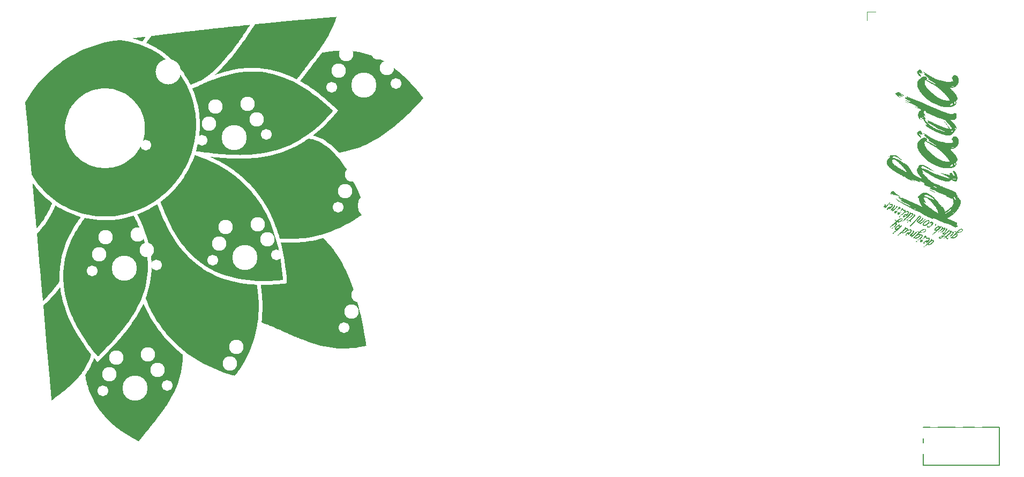
<source format=gto>
%TF.GenerationSoftware,KiCad,Pcbnew,6.0.0-rc1-unknown-b471945224~144~ubuntu20.04.1*%
%TF.CreationDate,2021-11-24T20:15:15+01:00*%
%TF.ProjectId,khada,6b686164-612e-46b6-9963-61645f706362,rev?*%
%TF.SameCoordinates,Original*%
%TF.FileFunction,Legend,Top*%
%TF.FilePolarity,Positive*%
%FSLAX46Y46*%
G04 Gerber Fmt 4.6, Leading zero omitted, Abs format (unit mm)*
G04 Created by KiCad (PCBNEW 6.0.0-rc1-unknown-b471945224~144~ubuntu20.04.1) date 2021-11-24 20:15:15*
%MOMM*%
%LPD*%
G01*
G04 APERTURE LIST*
G04 Aperture macros list*
%AMRoundRect*
0 Rectangle with rounded corners*
0 $1 Rounding radius*
0 $2 $3 $4 $5 $6 $7 $8 $9 X,Y pos of 4 corners*
0 Add a 4 corners polygon primitive as box body*
4,1,4,$2,$3,$4,$5,$6,$7,$8,$9,$2,$3,0*
0 Add four circle primitives for the rounded corners*
1,1,$1+$1,$2,$3*
1,1,$1+$1,$4,$5*
1,1,$1+$1,$6,$7*
1,1,$1+$1,$8,$9*
0 Add four rect primitives between the rounded corners*
20,1,$1+$1,$2,$3,$4,$5,0*
20,1,$1+$1,$4,$5,$6,$7,0*
20,1,$1+$1,$6,$7,$8,$9,0*
20,1,$1+$1,$8,$9,$2,$3,0*%
%AMHorizOval*
0 Thick line with rounded ends*
0 $1 width*
0 $2 $3 position (X,Y) of the first rounded end (center of the circle)*
0 $4 $5 position (X,Y) of the second rounded end (center of the circle)*
0 Add line between two ends*
20,1,$1,$2,$3,$4,$5,0*
0 Add two circle primitives to create the rounded ends*
1,1,$1,$2,$3*
1,1,$1,$4,$5*%
G04 Aperture macros list end*
%ADD10C,0.300000*%
%ADD11C,0.120000*%
%ADD12C,0.150000*%
%ADD13C,1.200000*%
%ADD14O,2.500000X1.700000*%
%ADD15C,3.987800*%
%ADD16C,1.701800*%
%ADD17C,2.286000*%
%ADD18RoundRect,0.160000X0.693344X-0.581785X0.581785X0.693344X-0.693344X0.581785X-0.581785X-0.693344X0*%
%ADD19HorizOval,1.600000X0.000000X0.000000X0.000000X0.000000X0*%
%ADD20C,4.000000*%
%ADD21RoundRect,0.160000X0.353649X-0.833146X0.833146X0.353649X-0.353649X0.833146X-0.833146X-0.353649X0*%
%ADD22HorizOval,1.600000X0.000000X0.000000X0.000000X0.000000X0*%
%ADD23RoundRect,0.160000X0.672618X-0.605628X0.605628X0.672618X-0.672618X0.605628X-0.605628X-0.672618X0*%
%ADD24HorizOval,1.600000X0.000000X0.000000X0.000000X0.000000X0*%
%ADD25RoundRect,0.160000X0.640000X-0.640000X0.640000X0.640000X-0.640000X0.640000X-0.640000X-0.640000X0*%
%ADD26O,1.600000X1.600000*%
%ADD27C,1.400000*%
%ADD28O,1.400000X1.400000*%
%ADD29RoundRect,0.160000X0.605628X-0.672618X0.672618X0.605628X-0.605628X0.672618X-0.672618X-0.605628X0*%
%ADD30HorizOval,1.600000X0.000000X0.000000X0.000000X0.000000X0*%
%ADD31R,1.700000X1.700000*%
%ADD32C,1.700000*%
%ADD33RoundRect,0.160000X0.000000X-0.905097X0.905097X0.000000X0.000000X0.905097X-0.905097X0.000000X0*%
%ADD34HorizOval,1.600000X0.000000X0.000000X0.000000X0.000000X0*%
G04 APERTURE END LIST*
D10*
%TO.C,G\u002A\u002A\u002A*%
X80928028Y-84328000D02*
X80782885Y-84255428D01*
X80565171Y-84255428D01*
X80347457Y-84328000D01*
X80202314Y-84473142D01*
X80129742Y-84618285D01*
X80057171Y-84908571D01*
X80057171Y-85126285D01*
X80129742Y-85416571D01*
X80202314Y-85561714D01*
X80347457Y-85706857D01*
X80565171Y-85779428D01*
X80710314Y-85779428D01*
X80928028Y-85706857D01*
X81000600Y-85634285D01*
X81000600Y-85126285D01*
X80710314Y-85126285D01*
X81871457Y-84255428D02*
X81871457Y-84618285D01*
X81508600Y-84473142D02*
X81871457Y-84618285D01*
X82234314Y-84473142D01*
X81653742Y-84908571D02*
X81871457Y-84618285D01*
X82089171Y-84908571D01*
X83032600Y-84255428D02*
X83032600Y-84618285D01*
X82669742Y-84473142D02*
X83032600Y-84618285D01*
X83395457Y-84473142D01*
X82814885Y-84908571D02*
X83032600Y-84618285D01*
X83250314Y-84908571D01*
X84193742Y-84255428D02*
X84193742Y-84618285D01*
X83830885Y-84473142D02*
X84193742Y-84618285D01*
X84556600Y-84473142D01*
X83976028Y-84908571D02*
X84193742Y-84618285D01*
X84411457Y-84908571D01*
G36*
X188032889Y-73323237D02*
G01*
X188065325Y-73324442D01*
X188098171Y-73326521D01*
X188128659Y-73329339D01*
X188154019Y-73332761D01*
X188170208Y-73336254D01*
X188189425Y-73343718D01*
X188199235Y-73351181D01*
X188199260Y-73357454D01*
X188189126Y-73361346D01*
X188178359Y-73362044D01*
X188165705Y-73361327D01*
X188144606Y-73359362D01*
X188117435Y-73356442D01*
X188086565Y-73352861D01*
X188054369Y-73348914D01*
X188023220Y-73344894D01*
X187995489Y-73341095D01*
X187973551Y-73337811D01*
X187959778Y-73335336D01*
X187957049Y-73334626D01*
X187954663Y-73331296D01*
X187963762Y-73326866D01*
X187965728Y-73326229D01*
X187980322Y-73323995D01*
X188003632Y-73323043D01*
X188032889Y-73323237D01*
G37*
G36*
X189859890Y-64914912D02*
G01*
X189885239Y-64925629D01*
X189920356Y-64942451D01*
X189934260Y-64949445D01*
X189964661Y-64965290D01*
X190003068Y-64985931D01*
X190047527Y-65010268D01*
X190096085Y-65037199D01*
X190146791Y-65065624D01*
X190197693Y-65094444D01*
X190246837Y-65122556D01*
X190292271Y-65148862D01*
X190332044Y-65172260D01*
X190364202Y-65191650D01*
X190366867Y-65193291D01*
X190394409Y-65210118D01*
X190423861Y-65227835D01*
X190450418Y-65243561D01*
X190459924Y-65249094D01*
X190487239Y-65265735D01*
X190504371Y-65278324D01*
X190511808Y-65287275D01*
X190510961Y-65292247D01*
X190503082Y-65292932D01*
X190487181Y-65289388D01*
X190465657Y-65282417D01*
X190440906Y-65272824D01*
X190415327Y-65261412D01*
X190407378Y-65257517D01*
X190357611Y-65231977D01*
X190303247Y-65203103D01*
X190245996Y-65171877D01*
X190187572Y-65139283D01*
X190129685Y-65106302D01*
X190074047Y-65073918D01*
X190022369Y-65043112D01*
X189976365Y-65014868D01*
X189937744Y-64990168D01*
X189915569Y-64975199D01*
X189881320Y-64950642D01*
X189857121Y-64931803D01*
X189842926Y-64918745D01*
X189838687Y-64911535D01*
X189844357Y-64910235D01*
X189859890Y-64914912D01*
G37*
G36*
X196386065Y-70277226D02*
G01*
X196292371Y-70256379D01*
X196190838Y-70229732D01*
X196180888Y-70226888D01*
X196152128Y-70218666D01*
X196342293Y-70218666D01*
X196343736Y-70221994D01*
X196351262Y-70224943D01*
X196366088Y-70227710D01*
X196389426Y-70230494D01*
X196422490Y-70233492D01*
X196443484Y-70235167D01*
X196467110Y-70236729D01*
X196481448Y-70236752D01*
X196488712Y-70234973D01*
X196491114Y-70231129D01*
X196491218Y-70229492D01*
X196486647Y-70220601D01*
X196475359Y-70210572D01*
X196472414Y-70208661D01*
X196455129Y-70202032D01*
X196432486Y-70198607D01*
X196407426Y-70198159D01*
X196382892Y-70200464D01*
X196361824Y-70205294D01*
X196347166Y-70212423D01*
X196342293Y-70218666D01*
X196152128Y-70218666D01*
X196146958Y-70217188D01*
X196120967Y-70209873D01*
X196087833Y-70200947D01*
X196051666Y-70191496D01*
X196016575Y-70182611D01*
X196013883Y-70181943D01*
X195936445Y-70161935D01*
X195856933Y-70139654D01*
X195774403Y-70114775D01*
X195687916Y-70086971D01*
X195596530Y-70055915D01*
X195499303Y-70021281D01*
X195395294Y-69982744D01*
X195283562Y-69939976D01*
X195163165Y-69892651D01*
X195059213Y-69850982D01*
X194946712Y-69805210D01*
X194845023Y-69763132D01*
X194754013Y-69724687D01*
X194673548Y-69689817D01*
X194603494Y-69658460D01*
X194543719Y-69630557D01*
X194494088Y-69606048D01*
X194454467Y-69584873D01*
X194424724Y-69566972D01*
X194420724Y-69564306D01*
X194393789Y-69546240D01*
X194369372Y-69530408D01*
X194345473Y-69515655D01*
X194320094Y-69500826D01*
X194291235Y-69484766D01*
X194256897Y-69466320D01*
X194215080Y-69444334D01*
X194194225Y-69433464D01*
X194153436Y-69411994D01*
X194106466Y-69386851D01*
X194054613Y-69358760D01*
X193999177Y-69328450D01*
X193941458Y-69296646D01*
X193882755Y-69264077D01*
X193824368Y-69231470D01*
X193767596Y-69199551D01*
X193713740Y-69169048D01*
X193664097Y-69140689D01*
X193619969Y-69115200D01*
X193582654Y-69093308D01*
X193553452Y-69075741D01*
X193540421Y-69067614D01*
X193453325Y-69010374D01*
X193377027Y-68956484D01*
X193311309Y-68905759D01*
X193255949Y-68858014D01*
X193210729Y-68813063D01*
X193175428Y-68770722D01*
X193158553Y-68745904D01*
X193141825Y-68719592D01*
X193122325Y-68690034D01*
X193104087Y-68663340D01*
X193102969Y-68661747D01*
X193088081Y-68640428D01*
X193074460Y-68620666D01*
X193064456Y-68605877D01*
X193062468Y-68602853D01*
X193051514Y-68585976D01*
X193071765Y-68600150D01*
X193082506Y-68608797D01*
X193099682Y-68623947D01*
X193121503Y-68643964D01*
X193146181Y-68667210D01*
X193167380Y-68687619D01*
X193212920Y-68729988D01*
X193256200Y-68766499D01*
X193295193Y-68795458D01*
X193300455Y-68798985D01*
X193324985Y-68815322D01*
X193347609Y-68830662D01*
X193365617Y-68843154D01*
X193375448Y-68850283D01*
X193392731Y-68863508D01*
X193377556Y-68843258D01*
X193360688Y-68818512D01*
X193344858Y-68791353D01*
X193331765Y-68765061D01*
X193323107Y-68742912D01*
X193320881Y-68733880D01*
X193317271Y-68719706D01*
X193310281Y-68713344D01*
X193299400Y-68711308D01*
X193279222Y-68704637D01*
X193265846Y-68688988D01*
X193258965Y-68663974D01*
X193258495Y-68659615D01*
X193259119Y-68627814D01*
X193266740Y-68601707D01*
X193280655Y-68583135D01*
X193290056Y-68577107D01*
X193302527Y-68569373D01*
X193308717Y-68561738D01*
X193308860Y-68560780D01*
X193304558Y-68545846D01*
X193291812Y-68525013D01*
X193271432Y-68499327D01*
X193244232Y-68469834D01*
X193219369Y-68445397D01*
X193171430Y-68397813D01*
X193121778Y-68344511D01*
X193071638Y-68287083D01*
X193022238Y-68227124D01*
X192974802Y-68166226D01*
X192930558Y-68105984D01*
X192890730Y-68047991D01*
X192856546Y-67993840D01*
X192829231Y-67945124D01*
X192819879Y-67926196D01*
X192793731Y-67863736D01*
X192770969Y-67796107D01*
X192753602Y-67729434D01*
X192750581Y-67714873D01*
X192739978Y-67667563D01*
X192725583Y-67613119D01*
X192708419Y-67554929D01*
X192689509Y-67496380D01*
X192669877Y-67440860D01*
X192660176Y-67415466D01*
X192642174Y-67375680D01*
X192620661Y-67337683D01*
X192597610Y-67304613D01*
X192574996Y-67279609D01*
X192574307Y-67278981D01*
X192555770Y-67265574D01*
X192536005Y-67256505D01*
X192518149Y-67252765D01*
X192505339Y-67255343D01*
X192503660Y-67256702D01*
X192502374Y-67265376D01*
X192505784Y-67282426D01*
X192513191Y-67305989D01*
X192523897Y-67334202D01*
X192537203Y-67365203D01*
X192552410Y-67397129D01*
X192566155Y-67423322D01*
X192588770Y-67465241D01*
X192610879Y-67507755D01*
X192631571Y-67548988D01*
X192649937Y-67587066D01*
X192665064Y-67620112D01*
X192676043Y-67646251D01*
X192680725Y-67659286D01*
X192687811Y-67688141D01*
X192687985Y-67707750D01*
X192681215Y-67718129D01*
X192667474Y-67719294D01*
X192646729Y-67711262D01*
X192618951Y-67694048D01*
X192617406Y-67692967D01*
X192602029Y-67681810D01*
X192586018Y-67669372D01*
X192568195Y-67654619D01*
X192547384Y-67636516D01*
X192522408Y-67614029D01*
X192492091Y-67586124D01*
X192455256Y-67551766D01*
X192432501Y-67530409D01*
X192399129Y-67500027D01*
X192368578Y-67474125D01*
X192342023Y-67453590D01*
X192320635Y-67439308D01*
X192305586Y-67432164D01*
X192301606Y-67431504D01*
X192293298Y-67434805D01*
X192290684Y-67446346D01*
X192290671Y-67447704D01*
X192287802Y-67465184D01*
X192279838Y-67473129D01*
X192267742Y-67471865D01*
X192252477Y-67461717D01*
X192235006Y-67443010D01*
X192221587Y-67424401D01*
X192206544Y-67399743D01*
X192188230Y-67366911D01*
X192167900Y-67328382D01*
X192146809Y-67286631D01*
X192126212Y-67244134D01*
X192107364Y-67203367D01*
X192093923Y-67172557D01*
X192083848Y-67148996D01*
X192075491Y-67130139D01*
X192069794Y-67118064D01*
X192067726Y-67114698D01*
X192067130Y-67121955D01*
X192068318Y-67138307D01*
X192070951Y-67161475D01*
X192074694Y-67189178D01*
X192079210Y-67219136D01*
X192084162Y-67249070D01*
X192089214Y-67276698D01*
X192094030Y-67299741D01*
X192096553Y-67310000D01*
X192107925Y-67364808D01*
X192111294Y-67409207D01*
X192111540Y-67431810D01*
X192113019Y-67446285D01*
X192116878Y-67456079D01*
X192124259Y-67464636D01*
X192132034Y-67471645D01*
X192149041Y-67483905D01*
X192161887Y-67486747D01*
X192164134Y-67486231D01*
X192178393Y-67486346D01*
X192188015Y-67496461D01*
X192192259Y-67515675D01*
X192192397Y-67520447D01*
X192193810Y-67539730D01*
X192197349Y-67563691D01*
X192200445Y-67579043D01*
X192205773Y-67605619D01*
X192210468Y-67634616D01*
X192212246Y-67648474D01*
X192215273Y-67668327D01*
X192220536Y-67695518D01*
X192227250Y-67726219D01*
X192233459Y-67751998D01*
X192241230Y-67785087D01*
X192245566Y-67809031D01*
X192246355Y-67823117D01*
X192245247Y-67826395D01*
X192239446Y-67824268D01*
X192227396Y-67813039D01*
X192209468Y-67793098D01*
X192186032Y-67764837D01*
X192180208Y-67757586D01*
X192103721Y-67655464D01*
X192038647Y-67554781D01*
X191984931Y-67455425D01*
X191942519Y-67357284D01*
X191911357Y-67260246D01*
X191891564Y-67165353D01*
X191887706Y-67128838D01*
X191885664Y-67084803D01*
X191885395Y-67037115D01*
X191886858Y-66989642D01*
X191890011Y-66946252D01*
X191894298Y-66913668D01*
X191913207Y-66831186D01*
X191940578Y-66749103D01*
X191975241Y-66670131D01*
X192016024Y-66596981D01*
X192035322Y-66569254D01*
X192777631Y-66569254D01*
X192778786Y-66595235D01*
X192785246Y-66626609D01*
X192796681Y-66664508D01*
X192803044Y-66683218D01*
X192809637Y-66701266D01*
X192817053Y-66719931D01*
X192825883Y-66740491D01*
X192836719Y-66764224D01*
X192850154Y-66792409D01*
X192866778Y-66826324D01*
X192887184Y-66867247D01*
X192911963Y-66916457D01*
X192928108Y-66948383D01*
X192961831Y-67017142D01*
X192988747Y-67076762D01*
X193008921Y-67127410D01*
X193022421Y-67169256D01*
X193029312Y-67202468D01*
X193029824Y-67207198D01*
X193029988Y-67232603D01*
X193025421Y-67249800D01*
X193016503Y-67257590D01*
X193013641Y-67257927D01*
X193003363Y-67253165D01*
X192988163Y-67239639D01*
X192969103Y-67218488D01*
X192947246Y-67190853D01*
X192933388Y-67171855D01*
X192907841Y-67138370D01*
X192884890Y-67114482D01*
X192862791Y-67099061D01*
X192839799Y-67090975D01*
X192814169Y-67089095D01*
X192806321Y-67089524D01*
X192801152Y-67094889D01*
X192801725Y-67109828D01*
X192808065Y-67134457D01*
X192820199Y-67168891D01*
X192830297Y-67194367D01*
X192845028Y-67229042D01*
X192859896Y-67260762D01*
X192876208Y-67291861D01*
X192895272Y-67324677D01*
X192918396Y-67361546D01*
X192946886Y-67404802D01*
X192954057Y-67415487D01*
X192982362Y-67458294D01*
X193004602Y-67493863D01*
X193021774Y-67524119D01*
X193034880Y-67550988D01*
X193044919Y-67576395D01*
X193052890Y-67602265D01*
X193054801Y-67609514D01*
X193058663Y-67628770D01*
X193061921Y-67652675D01*
X193064436Y-67678728D01*
X193066067Y-67704429D01*
X193066675Y-67727276D01*
X193066119Y-67744768D01*
X193064259Y-67754405D01*
X193062971Y-67755513D01*
X193054634Y-67752028D01*
X193038649Y-67742193D01*
X193016362Y-67726939D01*
X192989119Y-67707199D01*
X192958266Y-67683902D01*
X192948265Y-67676169D01*
X192925355Y-67658621D01*
X192905876Y-67644192D01*
X192891535Y-67634111D01*
X192884043Y-67629606D01*
X192883382Y-67629529D01*
X192885664Y-67634849D01*
X192893180Y-67648776D01*
X192905184Y-67670008D01*
X192920931Y-67697244D01*
X192939676Y-67729184D01*
X192960674Y-67764527D01*
X192961515Y-67765933D01*
X193010421Y-67845687D01*
X193057978Y-67918654D01*
X193105755Y-67986846D01*
X193155324Y-68052274D01*
X193208256Y-68116948D01*
X193266124Y-68182878D01*
X193330497Y-68252077D01*
X193386876Y-68310265D01*
X193519366Y-68440235D01*
X193651775Y-68560260D01*
X193785972Y-68671803D01*
X193923826Y-68776325D01*
X194067206Y-68875288D01*
X194217980Y-68970154D01*
X194269441Y-69000673D01*
X194401311Y-69076665D01*
X194524411Y-69145302D01*
X194638859Y-69206641D01*
X194744773Y-69260739D01*
X194842270Y-69307652D01*
X194931467Y-69347437D01*
X195012484Y-69380150D01*
X195085436Y-69405848D01*
X195150441Y-69424587D01*
X195150912Y-69424705D01*
X195180925Y-69431828D01*
X195204158Y-69436087D01*
X195224929Y-69437901D01*
X195247553Y-69437691D01*
X195270323Y-69436315D01*
X195306270Y-69435003D01*
X195333273Y-69437491D01*
X195353561Y-69444584D01*
X195369367Y-69457082D01*
X195382922Y-69475788D01*
X195383679Y-69477069D01*
X195401039Y-69500628D01*
X195421009Y-69514804D01*
X195445474Y-69520241D01*
X195476316Y-69517579D01*
X195492172Y-69514063D01*
X195518227Y-69510991D01*
X195537579Y-69516207D01*
X195549341Y-69529366D01*
X195551803Y-69537172D01*
X195558024Y-69553247D01*
X195566262Y-69564309D01*
X195579325Y-69571532D01*
X195600516Y-69578455D01*
X195626399Y-69584285D01*
X195653541Y-69588232D01*
X195675526Y-69589515D01*
X195700684Y-69591649D01*
X195729660Y-69597269D01*
X195759985Y-69605513D01*
X195789188Y-69615520D01*
X195814801Y-69626426D01*
X195834353Y-69637372D01*
X195845375Y-69647494D01*
X195846232Y-69649091D01*
X195853870Y-69659942D01*
X195867446Y-69669976D01*
X195887918Y-69679519D01*
X195916243Y-69688897D01*
X195953379Y-69698432D01*
X196000281Y-69708452D01*
X196047461Y-69717395D01*
X196085112Y-69724042D01*
X196118926Y-69729636D01*
X196147256Y-69733935D01*
X196168458Y-69736697D01*
X196180888Y-69737682D01*
X196183429Y-69737345D01*
X196181930Y-69731628D01*
X196173387Y-69722040D01*
X196168622Y-69717885D01*
X196154300Y-69705957D01*
X196135532Y-69690066D01*
X196129083Y-69684540D01*
X197047815Y-69684540D01*
X197047843Y-69685057D01*
X197053845Y-69685588D01*
X197069894Y-69686348D01*
X197094469Y-69687283D01*
X197126049Y-69688339D01*
X197163114Y-69689461D01*
X197203961Y-69690592D01*
X197358366Y-69694678D01*
X197364479Y-69672533D01*
X197369275Y-69652934D01*
X197372834Y-69634614D01*
X197373072Y-69633030D01*
X197374121Y-69618458D01*
X197374477Y-69596422D01*
X197374231Y-69569478D01*
X197373477Y-69540180D01*
X197372307Y-69511080D01*
X197370813Y-69484735D01*
X197369087Y-69463697D01*
X197367224Y-69450521D01*
X197366360Y-69447829D01*
X197362319Y-69444402D01*
X197355237Y-69446057D01*
X197343158Y-69453696D01*
X197326985Y-69465970D01*
X197306046Y-69481678D01*
X197279842Y-69500329D01*
X197252912Y-69518720D01*
X197243382Y-69525006D01*
X197227653Y-69535956D01*
X197207026Y-69551331D01*
X197183020Y-69569887D01*
X197157151Y-69590383D01*
X197130938Y-69611578D01*
X197105897Y-69632227D01*
X197083547Y-69651091D01*
X197065405Y-69666926D01*
X197052988Y-69678489D01*
X197047815Y-69684540D01*
X196129083Y-69684540D01*
X196118153Y-69675175D01*
X196089496Y-69652499D01*
X196062610Y-69636544D01*
X196033576Y-69625587D01*
X195998474Y-69617908D01*
X195982037Y-69615394D01*
X195940952Y-69607738D01*
X195899437Y-69595883D01*
X195855015Y-69578945D01*
X195805211Y-69556040D01*
X195779555Y-69543125D01*
X195753290Y-69530352D01*
X195720042Y-69515280D01*
X195683686Y-69499611D01*
X195648098Y-69485047D01*
X195640694Y-69482136D01*
X195608146Y-69469599D01*
X195583972Y-69460846D01*
X195565830Y-69455298D01*
X195551378Y-69452371D01*
X195538273Y-69451486D01*
X195524173Y-69452061D01*
X195520570Y-69452337D01*
X195500569Y-69453059D01*
X195486212Y-69451883D01*
X195480878Y-69449635D01*
X195482041Y-69442185D01*
X195488743Y-69429068D01*
X195495410Y-69418974D01*
X195508100Y-69399949D01*
X195512880Y-69388426D01*
X195509634Y-69383359D01*
X195498248Y-69383698D01*
X195491708Y-69385040D01*
X195461683Y-69389942D01*
X195430829Y-69390594D01*
X195397754Y-69386636D01*
X195361067Y-69377707D01*
X195319379Y-69363449D01*
X195271298Y-69343501D01*
X195215434Y-69317504D01*
X195198074Y-69309025D01*
X195082224Y-69248420D01*
X194964302Y-69180021D01*
X194847964Y-69106089D01*
X194736869Y-69028883D01*
X194698242Y-69000255D01*
X194652869Y-68966798D01*
X194603990Y-68932343D01*
X194550820Y-68896399D01*
X194492572Y-68858477D01*
X194428459Y-68818084D01*
X194357696Y-68774732D01*
X194279497Y-68727929D01*
X194193074Y-68677184D01*
X194097643Y-68622008D01*
X194029327Y-68582918D01*
X193945825Y-68535652D01*
X193871595Y-68494381D01*
X193806165Y-68458865D01*
X193749057Y-68428863D01*
X193699797Y-68404136D01*
X193657910Y-68384443D01*
X193622921Y-68369546D01*
X193594355Y-68359203D01*
X193576385Y-68354180D01*
X193528167Y-68339471D01*
X193485910Y-68319510D01*
X193451209Y-68295290D01*
X193425659Y-68267807D01*
X193417964Y-68255386D01*
X193409083Y-68232230D01*
X193410259Y-68213615D01*
X193422002Y-68198136D01*
X193443511Y-68185002D01*
X193461867Y-68174673D01*
X193470448Y-68165299D01*
X193468911Y-68156148D01*
X193456915Y-68146490D01*
X193434118Y-68135591D01*
X193417316Y-68128978D01*
X193400298Y-68121863D01*
X193379002Y-68111938D01*
X193355601Y-68100349D01*
X193332266Y-68088244D01*
X193311173Y-68076770D01*
X193294492Y-68067076D01*
X193284399Y-68060307D01*
X193282494Y-68057798D01*
X193288590Y-68057666D01*
X193303831Y-68058628D01*
X193325862Y-68060505D01*
X193350135Y-68062892D01*
X193388835Y-68065934D01*
X193421570Y-68066552D01*
X193447031Y-68064845D01*
X193463904Y-68060912D01*
X193470878Y-68054849D01*
X193470990Y-68053833D01*
X193466170Y-68046558D01*
X193454499Y-68039386D01*
X193453791Y-68039086D01*
X193436952Y-68030160D01*
X193422747Y-68019253D01*
X193412712Y-68008255D01*
X193408386Y-67999050D01*
X193411305Y-67993526D01*
X193416024Y-67992734D01*
X193421890Y-67991772D01*
X193423574Y-67987926D01*
X193420425Y-67979754D01*
X193411792Y-67965812D01*
X193397024Y-67944661D01*
X193389789Y-67934599D01*
X193375349Y-67913543D01*
X193364197Y-67895242D01*
X193357720Y-67882096D01*
X193356698Y-67877294D01*
X193363420Y-67870361D01*
X193378245Y-67868475D01*
X193398990Y-67871375D01*
X193423474Y-67878802D01*
X193443975Y-67887674D01*
X193464324Y-67898814D01*
X193490225Y-67914598D01*
X193517986Y-67932713D01*
X193538361Y-67946834D01*
X193578363Y-67974377D01*
X193611664Y-67994726D01*
X193639964Y-68008645D01*
X193664959Y-68016899D01*
X193688350Y-68020255D01*
X193701332Y-68020282D01*
X193729355Y-68021776D01*
X193748194Y-68029483D01*
X193758741Y-68043927D01*
X193761404Y-68055533D01*
X193768537Y-68070008D01*
X193784785Y-68081538D01*
X193807828Y-68088934D01*
X193830901Y-68091085D01*
X193842461Y-68091879D01*
X193856008Y-68094539D01*
X193872519Y-68099488D01*
X193892967Y-68107148D01*
X193918329Y-68117944D01*
X193949580Y-68132300D01*
X193987695Y-68150638D01*
X194033650Y-68173383D01*
X194088421Y-68200958D01*
X194115220Y-68214556D01*
X194159074Y-68236682D01*
X194204421Y-68259270D01*
X194248860Y-68281143D01*
X194289987Y-68301126D01*
X194325398Y-68318041D01*
X194350443Y-68329692D01*
X194374289Y-68340683D01*
X194406906Y-68355908D01*
X194446637Y-68374584D01*
X194491827Y-68395928D01*
X194540817Y-68419157D01*
X194591953Y-68443488D01*
X194643577Y-68468138D01*
X194659988Y-68475993D01*
X194719085Y-68504302D01*
X194772049Y-68529638D01*
X194819843Y-68552398D01*
X194863428Y-68572981D01*
X194903765Y-68591787D01*
X194941817Y-68609214D01*
X194978544Y-68625661D01*
X195014909Y-68641526D01*
X195051873Y-68657209D01*
X195090397Y-68673108D01*
X195131444Y-68689622D01*
X195175975Y-68707150D01*
X195224951Y-68726090D01*
X195279335Y-68746841D01*
X195340087Y-68769803D01*
X195408169Y-68795373D01*
X195484544Y-68823950D01*
X195570172Y-68855934D01*
X195630746Y-68878552D01*
X195741149Y-68919446D01*
X195842801Y-68956350D01*
X195937568Y-68989875D01*
X196027316Y-69020635D01*
X196113911Y-69049241D01*
X196199219Y-69076304D01*
X196285106Y-69102436D01*
X196373439Y-69128250D01*
X196466084Y-69154358D01*
X196502790Y-69164478D01*
X196565942Y-69181665D01*
X196618843Y-69195734D01*
X196662341Y-69206841D01*
X196697283Y-69215144D01*
X196724516Y-69220801D01*
X196744888Y-69223969D01*
X196759247Y-69224805D01*
X196768439Y-69223467D01*
X196773312Y-69220112D01*
X196774714Y-69215000D01*
X196771472Y-69201637D01*
X196762325Y-69180287D01*
X196748108Y-69152368D01*
X196729656Y-69119299D01*
X196707803Y-69082499D01*
X196683386Y-69043387D01*
X196657238Y-69003380D01*
X196630195Y-68963899D01*
X196611752Y-68938118D01*
X196584262Y-68899098D01*
X196560704Y-68862993D01*
X196541834Y-68831126D01*
X196528413Y-68804820D01*
X196521197Y-68785399D01*
X196520147Y-68778254D01*
X196516597Y-68764912D01*
X196506487Y-68743901D01*
X196490630Y-68716474D01*
X196469835Y-68683882D01*
X196444915Y-68647379D01*
X196416681Y-68608216D01*
X196385944Y-68567646D01*
X196372945Y-68551071D01*
X196337771Y-68506851D01*
X196307800Y-68469659D01*
X196281194Y-68437339D01*
X196256118Y-68407733D01*
X196230735Y-68378685D01*
X196203209Y-68348039D01*
X196171703Y-68313637D01*
X196159946Y-68300904D01*
X196118889Y-68255784D01*
X196082575Y-68214425D01*
X196051472Y-68177443D01*
X196026048Y-68145456D01*
X196006771Y-68119080D01*
X195994109Y-68098934D01*
X195988529Y-68085634D01*
X195990499Y-68079797D01*
X195992186Y-68079576D01*
X195999141Y-68082255D01*
X196012939Y-68089181D01*
X196028348Y-68097603D01*
X196042077Y-68107338D01*
X196062545Y-68124523D01*
X196088672Y-68148074D01*
X196119384Y-68176907D01*
X196153601Y-68209939D01*
X196190246Y-68246085D01*
X196228243Y-68284262D01*
X196266514Y-68323386D01*
X196303981Y-68362373D01*
X196339568Y-68400138D01*
X196372196Y-68435599D01*
X196400789Y-68467671D01*
X196424270Y-68495270D01*
X196427317Y-68498998D01*
X196488796Y-68576142D01*
X196552954Y-68659327D01*
X196617742Y-68745774D01*
X196681110Y-68832700D01*
X196741008Y-68917327D01*
X196795386Y-68996874D01*
X196805041Y-69011358D01*
X196842837Y-69067800D01*
X196875395Y-69115201D01*
X196903408Y-69154461D01*
X196927570Y-69186475D01*
X196948574Y-69212140D01*
X196967114Y-69232354D01*
X196983881Y-69248013D01*
X196994392Y-69256346D01*
X197031089Y-69279803D01*
X197065529Y-69293707D01*
X197100478Y-69298929D01*
X197126287Y-69297932D01*
X197157745Y-69293244D01*
X197179083Y-69286233D01*
X197191650Y-69276111D01*
X197196795Y-69262090D01*
X197197095Y-69256618D01*
X197200017Y-69240124D01*
X197207400Y-69232007D01*
X197217163Y-69233402D01*
X197224865Y-69241470D01*
X197234223Y-69252687D01*
X197240297Y-69253977D01*
X197243091Y-69246508D01*
X197242611Y-69231448D01*
X197238862Y-69209963D01*
X197231850Y-69183222D01*
X197224506Y-69160576D01*
X197210695Y-69126234D01*
X197192421Y-69088300D01*
X197171312Y-69049577D01*
X197148995Y-69012867D01*
X197127097Y-68980971D01*
X197107247Y-68956691D01*
X197104286Y-68953614D01*
X197070816Y-68917411D01*
X197036877Y-68875473D01*
X197000898Y-68825801D01*
X196982053Y-68798041D01*
X196960427Y-68767852D01*
X196933721Y-68733928D01*
X196905318Y-68700432D01*
X196882369Y-68675406D01*
X196859406Y-68651315D01*
X196831101Y-68621302D01*
X196799914Y-68587995D01*
X196768302Y-68554017D01*
X196740011Y-68523392D01*
X196710343Y-68491880D01*
X196674741Y-68455244D01*
X196635847Y-68416132D01*
X196596301Y-68377188D01*
X196558747Y-68341061D01*
X196546184Y-68329217D01*
X196489989Y-68275532D01*
X196442220Y-68227670D01*
X196403029Y-68185807D01*
X196372567Y-68150121D01*
X196350989Y-68120789D01*
X196338445Y-68097988D01*
X196334999Y-68083711D01*
X196338923Y-68074589D01*
X196348469Y-68063118D01*
X196349464Y-68062164D01*
X196359330Y-68050877D01*
X196363892Y-68041676D01*
X196363929Y-68041106D01*
X196358623Y-68027321D01*
X196342969Y-68009515D01*
X196317357Y-67987973D01*
X196282178Y-67962982D01*
X196237824Y-67934825D01*
X196184686Y-67903789D01*
X196146958Y-67882932D01*
X196044227Y-67829045D01*
X195946768Y-67781981D01*
X195851530Y-67740518D01*
X195755465Y-67703436D01*
X195655526Y-67669514D01*
X195548663Y-67637531D01*
X195501985Y-67624653D01*
X195379965Y-67591147D01*
X195268334Y-67559259D01*
X195166073Y-67528655D01*
X195072164Y-67498999D01*
X194985589Y-67469957D01*
X194905330Y-67441194D01*
X194830370Y-67412374D01*
X194759691Y-67383164D01*
X194733370Y-67371727D01*
X194674970Y-67345794D01*
X194626088Y-67323564D01*
X194585522Y-67304381D01*
X194552070Y-67287591D01*
X194524530Y-67272542D01*
X194501698Y-67258579D01*
X194482374Y-67245048D01*
X194465354Y-67231295D01*
X194450953Y-67218130D01*
X194415849Y-67188826D01*
X194380434Y-67169065D01*
X194341421Y-67157205D01*
X194322586Y-67154109D01*
X194293007Y-67149506D01*
X194259621Y-67143131D01*
X194225622Y-67135712D01*
X194194204Y-67127980D01*
X194168563Y-67120665D01*
X194154702Y-67115749D01*
X194139433Y-67108342D01*
X194118586Y-67096914D01*
X194096288Y-67083743D01*
X194092972Y-67081695D01*
X194082397Y-67075882D01*
X194062360Y-67065622D01*
X194033786Y-67051357D01*
X193997598Y-67033527D01*
X193954720Y-67012575D01*
X193906077Y-66988941D01*
X193852591Y-66963065D01*
X193795188Y-66935390D01*
X193734790Y-66906357D01*
X193672321Y-66876406D01*
X193608706Y-66845978D01*
X193544869Y-66815515D01*
X193481732Y-66785458D01*
X193420220Y-66756248D01*
X193361258Y-66728326D01*
X193305768Y-66702133D01*
X193254674Y-66678110D01*
X193208902Y-66656698D01*
X193169373Y-66638340D01*
X193137013Y-66623474D01*
X193112745Y-66612544D01*
X193097492Y-66605989D01*
X193093462Y-66604466D01*
X193079712Y-66598982D01*
X193072225Y-66593988D01*
X193071765Y-66592912D01*
X193077086Y-66589201D01*
X193091249Y-66586462D01*
X193111552Y-66584850D01*
X193135294Y-66584519D01*
X193159773Y-66585624D01*
X193173835Y-66587059D01*
X193205139Y-66590838D01*
X193225431Y-66592412D01*
X193235126Y-66591422D01*
X193234636Y-66587508D01*
X193224373Y-66580310D01*
X193204752Y-66569468D01*
X193198060Y-66565951D01*
X193152626Y-66538139D01*
X193107802Y-66502060D01*
X193098370Y-66493406D01*
X193075934Y-66472842D01*
X193058804Y-66458666D01*
X193044126Y-66449061D01*
X193029047Y-66442210D01*
X193010713Y-66436296D01*
X193006990Y-66435232D01*
X192957578Y-66425783D01*
X192913109Y-66426783D01*
X192873622Y-66438215D01*
X192839158Y-66460064D01*
X192809757Y-66492313D01*
X192790829Y-66523753D01*
X192781679Y-66546237D01*
X192777631Y-66569254D01*
X192035322Y-66569254D01*
X192055349Y-66540479D01*
X192074862Y-66516076D01*
X192097155Y-66489395D01*
X192120831Y-66461976D01*
X192144493Y-66435361D01*
X192166745Y-66411091D01*
X192186191Y-66390706D01*
X192201434Y-66375749D01*
X192211079Y-66367759D01*
X192212532Y-66367000D01*
X192226472Y-66365660D01*
X192239997Y-66368257D01*
X192251962Y-66370542D01*
X192264540Y-66367625D01*
X192281747Y-66358673D01*
X192302289Y-66343645D01*
X192323235Y-66323269D01*
X192342988Y-66299783D01*
X192359948Y-66275428D01*
X192372517Y-66252443D01*
X192379095Y-66233068D01*
X192379137Y-66222259D01*
X192371681Y-66210999D01*
X192354951Y-66195929D01*
X192330279Y-66177864D01*
X192298998Y-66157622D01*
X192262440Y-66136019D01*
X192221937Y-66113872D01*
X192178821Y-66091998D01*
X192134425Y-66071214D01*
X192128354Y-66068513D01*
X192088391Y-66051190D01*
X192056681Y-66038391D01*
X192031117Y-66029484D01*
X192009592Y-66023834D01*
X191990001Y-66020808D01*
X191970237Y-66019773D01*
X191966217Y-66019750D01*
X191942240Y-66018221D01*
X191915561Y-66013315D01*
X191884706Y-66004556D01*
X191848197Y-65991466D01*
X191804557Y-65973567D01*
X191753920Y-65951116D01*
X191717219Y-65933659D01*
X191676816Y-65913140D01*
X191634295Y-65890483D01*
X191591241Y-65866614D01*
X191549237Y-65842459D01*
X191509866Y-65818944D01*
X191474713Y-65796993D01*
X191445362Y-65777534D01*
X191423397Y-65761492D01*
X191411452Y-65750955D01*
X191402270Y-65738776D01*
X191403062Y-65732441D01*
X191413799Y-65731975D01*
X191428533Y-65735545D01*
X191442095Y-65740735D01*
X191464300Y-65750557D01*
X191493565Y-65764226D01*
X191528311Y-65780955D01*
X191566955Y-65799958D01*
X191607916Y-65820449D01*
X191649613Y-65841640D01*
X191690465Y-65862746D01*
X191728889Y-65882980D01*
X191763304Y-65901555D01*
X191772076Y-65906390D01*
X191823097Y-65934397D01*
X191864593Y-65956567D01*
X191896921Y-65973078D01*
X191920441Y-65984112D01*
X191935512Y-65989847D01*
X191940776Y-65990820D01*
X191948641Y-65985910D01*
X191956903Y-65973613D01*
X191958892Y-65969288D01*
X191965745Y-65938911D01*
X191962937Y-65907231D01*
X191950986Y-65878306D01*
X191946516Y-65871832D01*
X191928760Y-65852933D01*
X191902276Y-65830609D01*
X191868898Y-65806160D01*
X191830462Y-65780886D01*
X191788802Y-65756084D01*
X191763130Y-65742028D01*
X191709011Y-65712377D01*
X191664674Y-65685777D01*
X191628979Y-65661467D01*
X191600784Y-65638684D01*
X191584404Y-65622712D01*
X191566560Y-65606258D01*
X191542891Y-65587890D01*
X191517855Y-65571007D01*
X191512081Y-65567521D01*
X191490481Y-65555572D01*
X191459490Y-65539500D01*
X191420299Y-65519870D01*
X191374097Y-65497245D01*
X191322075Y-65472190D01*
X191265422Y-65445267D01*
X191205328Y-65417041D01*
X191142983Y-65388077D01*
X191079578Y-65358937D01*
X191016301Y-65330186D01*
X190954343Y-65302387D01*
X190927000Y-65290246D01*
X190893507Y-65275178D01*
X190858058Y-65258816D01*
X190824788Y-65243091D01*
X190797829Y-65229934D01*
X190796858Y-65229446D01*
X190767722Y-65215531D01*
X190732967Y-65200007D01*
X190697859Y-65185187D01*
X190678375Y-65177424D01*
X190616801Y-65151913D01*
X190556284Y-65123150D01*
X190494560Y-65089913D01*
X190429365Y-65050979D01*
X190358436Y-65005124D01*
X190353628Y-65001911D01*
X190314653Y-64976062D01*
X190273308Y-64949057D01*
X190232328Y-64922654D01*
X190194451Y-64898613D01*
X190162412Y-64878691D01*
X190152790Y-64872839D01*
X190102490Y-64842227D01*
X190060800Y-64816147D01*
X190026209Y-64793518D01*
X189997206Y-64773258D01*
X189972282Y-64754287D01*
X189949927Y-64735524D01*
X189928629Y-64715888D01*
X189915461Y-64702969D01*
X189901637Y-64685832D01*
X189895728Y-64670916D01*
X189898229Y-64660115D01*
X189903339Y-64656627D01*
X189914680Y-64657108D01*
X189934011Y-64663195D01*
X189959739Y-64674012D01*
X189990268Y-64688680D01*
X190024006Y-64706322D01*
X190059356Y-64726061D01*
X190094726Y-64747021D01*
X190128522Y-64768323D01*
X190159147Y-64789090D01*
X190185010Y-64808444D01*
X190196184Y-64817780D01*
X190224401Y-64839107D01*
X190260330Y-64860053D01*
X190304689Y-64880919D01*
X190358199Y-64902004D01*
X190421578Y-64923611D01*
X190495544Y-64946039D01*
X190518250Y-64952507D01*
X190574036Y-64969026D01*
X190622526Y-64985072D01*
X190662218Y-65000127D01*
X190685090Y-65010345D01*
X190718227Y-65025683D01*
X190744528Y-65035933D01*
X190763135Y-65040841D01*
X190773192Y-65040149D01*
X190774771Y-65037154D01*
X190770602Y-65030939D01*
X190759412Y-65019407D01*
X190743179Y-65004519D01*
X190733033Y-64995792D01*
X190705290Y-64971228D01*
X190686589Y-64951509D01*
X190676108Y-64935429D01*
X190673028Y-64921782D01*
X190675548Y-64911338D01*
X190678317Y-64901628D01*
X190676029Y-64892580D01*
X190667334Y-64882414D01*
X190650877Y-64869352D01*
X190635355Y-64858448D01*
X190612552Y-64844356D01*
X190584673Y-64829493D01*
X190553797Y-64814711D01*
X190522003Y-64800856D01*
X190491369Y-64788778D01*
X190463975Y-64779325D01*
X190441900Y-64773346D01*
X190427224Y-64771689D01*
X190424237Y-64772280D01*
X190409355Y-64773392D01*
X190386191Y-64769422D01*
X190356459Y-64761118D01*
X190321874Y-64749226D01*
X190284150Y-64734495D01*
X190245000Y-64717673D01*
X190206139Y-64699506D01*
X190169281Y-64680743D01*
X190136140Y-64662132D01*
X190108430Y-64644419D01*
X190087866Y-64628353D01*
X190082742Y-64623330D01*
X190069048Y-64603907D01*
X190060816Y-64582791D01*
X190060558Y-64581503D01*
X190053166Y-64558047D01*
X190039465Y-64537998D01*
X190017853Y-64519702D01*
X189986730Y-64501509D01*
X189979536Y-64497891D01*
X189943059Y-64477436D01*
X189913058Y-64454402D01*
X189887050Y-64426308D01*
X189862553Y-64390676D01*
X189849254Y-64367744D01*
X189831577Y-64333877D01*
X189820564Y-64307491D01*
X189815814Y-64286904D01*
X189816924Y-64270434D01*
X189822854Y-64257353D01*
X189828511Y-64249662D01*
X189834888Y-64245336D01*
X189844962Y-64243700D01*
X189861711Y-64244079D01*
X189877112Y-64245055D01*
X189899614Y-64247878D01*
X189929987Y-64253533D01*
X189965884Y-64261402D01*
X190004962Y-64270868D01*
X190044876Y-64281312D01*
X190083281Y-64292116D01*
X190117832Y-64302663D01*
X190146185Y-64312334D01*
X190165994Y-64320512D01*
X190168710Y-64321905D01*
X190194205Y-64332517D01*
X190214997Y-64334979D01*
X190228098Y-64332259D01*
X190233833Y-64324949D01*
X190235645Y-64313821D01*
X190233566Y-64292545D01*
X190223003Y-64278976D01*
X190204632Y-64273750D01*
X190193643Y-64274336D01*
X190176175Y-64274966D01*
X190162187Y-64272614D01*
X190160281Y-64271779D01*
X190153288Y-64264393D01*
X190143023Y-64249098D01*
X190131124Y-64228468D01*
X190123860Y-64214556D01*
X190108155Y-64185346D01*
X190095027Y-64166114D01*
X190083419Y-64155852D01*
X190072278Y-64153550D01*
X190063261Y-64156616D01*
X190051339Y-64157009D01*
X190036686Y-64149086D01*
X190021113Y-64135174D01*
X190006431Y-64117602D01*
X189994451Y-64098696D01*
X189986983Y-64080783D01*
X189985839Y-64066192D01*
X189988486Y-64060514D01*
X190000197Y-64054490D01*
X190008423Y-64054998D01*
X190019202Y-64058787D01*
X190038734Y-64066712D01*
X190065295Y-64077998D01*
X190097158Y-64091870D01*
X190132601Y-64107553D01*
X190169896Y-64124273D01*
X190207321Y-64141254D01*
X190243149Y-64157721D01*
X190275657Y-64172900D01*
X190303118Y-64186015D01*
X190323808Y-64196292D01*
X190329259Y-64199143D01*
X190432133Y-64248192D01*
X190534658Y-64286803D01*
X190548965Y-64292104D01*
X190572943Y-64301670D01*
X190605672Y-64315109D01*
X190646227Y-64332029D01*
X190693687Y-64352041D01*
X190747130Y-64374753D01*
X190805634Y-64399773D01*
X190868275Y-64426711D01*
X190934132Y-64455175D01*
X191002283Y-64484775D01*
X191031218Y-64497386D01*
X191125020Y-64538256D01*
X191209048Y-64574737D01*
X191284094Y-64607152D01*
X191350954Y-64635823D01*
X191410421Y-64661073D01*
X191463289Y-64683225D01*
X191510352Y-64702602D01*
X191552405Y-64719525D01*
X191590241Y-64734319D01*
X191624655Y-64747304D01*
X191656440Y-64758805D01*
X191686391Y-64769143D01*
X191715302Y-64778642D01*
X191743966Y-64787623D01*
X191750167Y-64789516D01*
X191782115Y-64799384D01*
X191811944Y-64808886D01*
X191837063Y-64817175D01*
X191854886Y-64823407D01*
X191859974Y-64825372D01*
X191883975Y-64837338D01*
X191903545Y-64850977D01*
X191916409Y-64864433D01*
X191920375Y-64874622D01*
X191924484Y-64886128D01*
X191935184Y-64889717D01*
X191950036Y-64884710D01*
X191952039Y-64883461D01*
X191964929Y-64876640D01*
X191973988Y-64874146D01*
X191985827Y-64876269D01*
X192007098Y-64882316D01*
X192036535Y-64891805D01*
X192072868Y-64904253D01*
X192114832Y-64919177D01*
X192161159Y-64936094D01*
X192210581Y-64954522D01*
X192261832Y-64973977D01*
X192313643Y-64993977D01*
X192364747Y-65014040D01*
X192413877Y-65033682D01*
X192459766Y-65052420D01*
X192501146Y-65069773D01*
X192536750Y-65085257D01*
X192565311Y-65098389D01*
X192574534Y-65102903D01*
X192594637Y-65112658D01*
X192622996Y-65125966D01*
X192657258Y-65141748D01*
X192695076Y-65158923D01*
X192734097Y-65176413D01*
X192748731Y-65182908D01*
X192785241Y-65199185D01*
X192819252Y-65214575D01*
X192848977Y-65228251D01*
X192872630Y-65239386D01*
X192888423Y-65247155D01*
X192893024Y-65249641D01*
X192906034Y-65256606D01*
X192928134Y-65267641D01*
X192957863Y-65282058D01*
X192993761Y-65299174D01*
X193034368Y-65318303D01*
X193078223Y-65338759D01*
X193123866Y-65359858D01*
X193169837Y-65380913D01*
X193214675Y-65401239D01*
X193245341Y-65414995D01*
X193281138Y-65431001D01*
X193324551Y-65450459D01*
X193372653Y-65472056D01*
X193422516Y-65494475D01*
X193471212Y-65516402D01*
X193502812Y-65530652D01*
X193551655Y-65552580D01*
X193603189Y-65575485D01*
X193658012Y-65599622D01*
X193716723Y-65625244D01*
X193779918Y-65652606D01*
X193848194Y-65681963D01*
X193922150Y-65713569D01*
X194002382Y-65747679D01*
X194089488Y-65784546D01*
X194184066Y-65824424D01*
X194286713Y-65867570D01*
X194398026Y-65914236D01*
X194518603Y-65964677D01*
X194649041Y-66019147D01*
X194706275Y-66043023D01*
X194834825Y-66096599D01*
X194953442Y-66145953D01*
X195062852Y-66191377D01*
X195163776Y-66233161D01*
X195256939Y-66271595D01*
X195343064Y-66306970D01*
X195422876Y-66339576D01*
X195497098Y-66369704D01*
X195566454Y-66397644D01*
X195631667Y-66423687D01*
X195693461Y-66448124D01*
X195752561Y-66471244D01*
X195809688Y-66493339D01*
X195865568Y-66514698D01*
X195920924Y-66535613D01*
X195976480Y-66556373D01*
X196032960Y-66577270D01*
X196083314Y-66595752D01*
X196142842Y-66617555D01*
X196202672Y-66639517D01*
X196261232Y-66661059D01*
X196316953Y-66681601D01*
X196368261Y-66700562D01*
X196413585Y-66717362D01*
X196451355Y-66731422D01*
X196479999Y-66742161D01*
X196482539Y-66743120D01*
X196542652Y-66765392D01*
X196604103Y-66787350D01*
X196664968Y-66808356D01*
X196723320Y-66827772D01*
X196777235Y-66844962D01*
X196824788Y-66859288D01*
X196864054Y-66870114D01*
X196873086Y-66872378D01*
X196890530Y-66876380D01*
X196910096Y-66880323D01*
X196932895Y-66884364D01*
X196960039Y-66888663D01*
X196992641Y-66893375D01*
X197031812Y-66898661D01*
X197078664Y-66904678D01*
X197134309Y-66911583D01*
X197199859Y-66919536D01*
X197231810Y-66923369D01*
X197272122Y-66926747D01*
X197307570Y-66925987D01*
X197340389Y-66920362D01*
X197372809Y-66909144D01*
X197407065Y-66891606D01*
X197445388Y-66867019D01*
X197479178Y-66842748D01*
X197524396Y-66813100D01*
X197569443Y-66792169D01*
X197617243Y-66779032D01*
X197670721Y-66772765D01*
X197703680Y-66771914D01*
X197745427Y-66774501D01*
X197789023Y-66781729D01*
X197832036Y-66792801D01*
X197872038Y-66806916D01*
X197906597Y-66823276D01*
X197933285Y-66841082D01*
X197943274Y-66850681D01*
X197954798Y-66865521D01*
X197964340Y-66882240D01*
X197972226Y-66902274D01*
X197978784Y-66927055D01*
X197984338Y-66958017D01*
X197989217Y-66996595D01*
X197993746Y-67044221D01*
X197997148Y-67087244D01*
X197997309Y-67100655D01*
X197996667Y-67123154D01*
X197995329Y-67152291D01*
X197993403Y-67185618D01*
X197991657Y-67211640D01*
X197988085Y-67256052D01*
X197983975Y-67293134D01*
X197978658Y-67327127D01*
X197971465Y-67362273D01*
X197961725Y-67402813D01*
X197961076Y-67405387D01*
X197952090Y-67439208D01*
X197942711Y-67471522D01*
X197933796Y-67499567D01*
X197926204Y-67520582D01*
X197922984Y-67527975D01*
X197889355Y-67587125D01*
X197848195Y-67643791D01*
X197801739Y-67695341D01*
X197752226Y-67739144D01*
X197729396Y-67755727D01*
X197665502Y-67792179D01*
X197594023Y-67820602D01*
X197515897Y-67840790D01*
X197432060Y-67852543D01*
X197343452Y-67855654D01*
X197282034Y-67852815D01*
X197241922Y-67850677D01*
X197201421Y-67850268D01*
X197162483Y-67851440D01*
X197127060Y-67854044D01*
X197097105Y-67857932D01*
X197074570Y-67862954D01*
X197061406Y-67868963D01*
X197060599Y-67869692D01*
X197055336Y-67877016D01*
X197056854Y-67885132D01*
X197061871Y-67893579D01*
X197075683Y-67912667D01*
X197094725Y-67935155D01*
X197119721Y-67961782D01*
X197151397Y-67993288D01*
X197190478Y-68030410D01*
X197237689Y-68073888D01*
X197249168Y-68084315D01*
X197313710Y-68143051D01*
X197370451Y-68195216D01*
X197420382Y-68241762D01*
X197464493Y-68283643D01*
X197503775Y-68321810D01*
X197539218Y-68357216D01*
X197571814Y-68390814D01*
X197602554Y-68423556D01*
X197607151Y-68428545D01*
X197681378Y-68511823D01*
X197745959Y-68589819D01*
X197801220Y-68663120D01*
X197847487Y-68732314D01*
X197885085Y-68797989D01*
X197914341Y-68860733D01*
X197935581Y-68921134D01*
X197949130Y-68979780D01*
X197955315Y-69037259D01*
X197955801Y-69057335D01*
X197955007Y-69095017D01*
X197951942Y-69128423D01*
X197945906Y-69160032D01*
X197936198Y-69192327D01*
X197922120Y-69227786D01*
X197902972Y-69268892D01*
X197887334Y-69300091D01*
X197871635Y-69330626D01*
X197857555Y-69357623D01*
X197846000Y-69379375D01*
X197837876Y-69394176D01*
X197834122Y-69400287D01*
X197833880Y-69396753D01*
X197836242Y-69383939D01*
X197840801Y-69363738D01*
X197847153Y-69338044D01*
X197849007Y-69330857D01*
X197863666Y-69272692D01*
X197875708Y-69221176D01*
X197884964Y-69177182D01*
X197891263Y-69141581D01*
X197894436Y-69115246D01*
X197894313Y-69099049D01*
X197894251Y-69098700D01*
X197886810Y-69072225D01*
X197875996Y-69051328D01*
X197863254Y-69038487D01*
X197857662Y-69036087D01*
X197842398Y-69035960D01*
X197820880Y-69040275D01*
X197797005Y-69047915D01*
X197774668Y-69057763D01*
X197767001Y-69062092D01*
X197754669Y-69073105D01*
X197741128Y-69090276D01*
X197732647Y-69103989D01*
X197718898Y-69140336D01*
X197715670Y-69179959D01*
X197722942Y-69223547D01*
X197728597Y-69241703D01*
X197737117Y-69268119D01*
X197745409Y-69296920D01*
X197749783Y-69314026D01*
X197754312Y-69340969D01*
X197756962Y-69373126D01*
X197757734Y-69407029D01*
X197756623Y-69439211D01*
X197753628Y-69466204D01*
X197749897Y-69481665D01*
X197741522Y-69501326D01*
X197728773Y-69525192D01*
X197711196Y-69553922D01*
X197688338Y-69588174D01*
X197659747Y-69628609D01*
X197624967Y-69675884D01*
X197583547Y-69730659D01*
X197537317Y-69790649D01*
X197491383Y-69849428D01*
X197451169Y-69899848D01*
X197415659Y-69942959D01*
X197383834Y-69979808D01*
X197358366Y-70007440D01*
X197354676Y-70011444D01*
X197327166Y-70038915D01*
X197300286Y-70063270D01*
X197273018Y-70085556D01*
X197244344Y-70106822D01*
X197213245Y-70128116D01*
X197202881Y-70134934D01*
X197138515Y-70173921D01*
X197070957Y-70209298D01*
X197002303Y-70240226D01*
X196934650Y-70265869D01*
X196870096Y-70285388D01*
X196810737Y-70297946D01*
X196787131Y-70301018D01*
X196711127Y-70306359D01*
X196634452Y-70306838D01*
X196555672Y-70302268D01*
X196481448Y-70293423D01*
X196473354Y-70292459D01*
X196386065Y-70277226D01*
G37*
G36*
X189005639Y-63467705D02*
G01*
X189032691Y-63477496D01*
X189057975Y-63494758D01*
X189081392Y-63518059D01*
X189094302Y-63532833D01*
X189100690Y-63541560D01*
X189101862Y-63546717D01*
X189099121Y-63550781D01*
X189098796Y-63551109D01*
X189089221Y-63554359D01*
X189073181Y-63554730D01*
X189055338Y-63552516D01*
X189040354Y-63548010D01*
X189039008Y-63547349D01*
X189025306Y-63541094D01*
X189005969Y-63533293D01*
X188993500Y-63528644D01*
X188970528Y-63517944D01*
X188953617Y-63505242D01*
X188944594Y-63492252D01*
X188944376Y-63482553D01*
X188953290Y-63473671D01*
X188969727Y-63467793D01*
X188989823Y-63465857D01*
X189005639Y-63467705D01*
G37*
G36*
X191060450Y-77385154D02*
G01*
X191078485Y-77390839D01*
X191104723Y-77401595D01*
X191139737Y-77417637D01*
X191184098Y-77439185D01*
X191194248Y-77444227D01*
X191244832Y-77469913D01*
X191285328Y-77491618D01*
X191316342Y-77509773D01*
X191338482Y-77524810D01*
X191352357Y-77537161D01*
X191358573Y-77547259D01*
X191357738Y-77555535D01*
X191355288Y-77558717D01*
X191347333Y-77562881D01*
X191335414Y-77562414D01*
X191318453Y-77556870D01*
X191295373Y-77545804D01*
X191265096Y-77528770D01*
X191227483Y-77505908D01*
X191194617Y-77485478D01*
X191161484Y-77464907D01*
X191130794Y-77445876D01*
X191105257Y-77430068D01*
X191091548Y-77421602D01*
X191071789Y-77408821D01*
X191056474Y-77397772D01*
X191047832Y-77390117D01*
X191046708Y-77388127D01*
X191050048Y-77384323D01*
X191060450Y-77385154D01*
G37*
G36*
X197500853Y-65657227D02*
G01*
X197468932Y-65674364D01*
X197439025Y-65689669D01*
X197410250Y-65703306D01*
X197381725Y-65715438D01*
X197352567Y-65726230D01*
X197321895Y-65735846D01*
X197288826Y-65744450D01*
X197252477Y-65752205D01*
X197211966Y-65759275D01*
X197166411Y-65765825D01*
X197114930Y-65772017D01*
X197056641Y-65778017D01*
X196990660Y-65783988D01*
X196916106Y-65790094D01*
X196874875Y-65793237D01*
X196870123Y-65793599D01*
X196832096Y-65796499D01*
X196737748Y-65803366D01*
X196699509Y-65806095D01*
X196607934Y-65812492D01*
X196526611Y-65817823D01*
X196454265Y-65822010D01*
X196389620Y-65824980D01*
X196331401Y-65826655D01*
X196278330Y-65826960D01*
X196229131Y-65825820D01*
X196182530Y-65823159D01*
X196137248Y-65818901D01*
X196092012Y-65812970D01*
X196045544Y-65805290D01*
X195996568Y-65795787D01*
X195943808Y-65784383D01*
X195885988Y-65771005D01*
X195821833Y-65755575D01*
X195813398Y-65753521D01*
X195555093Y-65685085D01*
X195300684Y-65606569D01*
X195235215Y-65583412D01*
X196874875Y-65583412D01*
X196880720Y-65583358D01*
X196895857Y-65582644D01*
X196918032Y-65581390D01*
X196944989Y-65579715D01*
X196946708Y-65579604D01*
X197001011Y-65574279D01*
X197050442Y-65565161D01*
X197097812Y-65551322D01*
X197145928Y-65531836D01*
X197197599Y-65505774D01*
X197235502Y-65484234D01*
X197288942Y-65448433D01*
X197331528Y-65409910D01*
X197337590Y-65401993D01*
X197528975Y-65401993D01*
X197529830Y-65413502D01*
X197538927Y-65420077D01*
X197553988Y-65422672D01*
X197582984Y-65419206D01*
X197613443Y-65405427D01*
X197644558Y-65382368D01*
X197675522Y-65351060D01*
X197705528Y-65312539D01*
X197733768Y-65267836D01*
X197759436Y-65217984D01*
X197781725Y-65164018D01*
X197799420Y-65108474D01*
X197805466Y-65078139D01*
X197808758Y-65043766D01*
X197809366Y-65008389D01*
X197807357Y-64975042D01*
X197802803Y-64946759D01*
X197795771Y-64926573D01*
X197795256Y-64925659D01*
X197780341Y-64909250D01*
X197761322Y-64903445D01*
X197738939Y-64908343D01*
X197724385Y-64916340D01*
X197710514Y-64926374D01*
X197691931Y-64940994D01*
X197670416Y-64958660D01*
X197647747Y-64977834D01*
X197625703Y-64996977D01*
X197606063Y-65014551D01*
X197590606Y-65029017D01*
X197581110Y-65038835D01*
X197578963Y-65042136D01*
X197583789Y-65046738D01*
X197590061Y-65047722D01*
X197609486Y-65051303D01*
X197623332Y-65062644D01*
X197632100Y-65082642D01*
X197636288Y-65112197D01*
X197636822Y-65131757D01*
X197631459Y-65184076D01*
X197615575Y-65239666D01*
X197589474Y-65297711D01*
X197553460Y-65357393D01*
X197551839Y-65359771D01*
X197536324Y-65384450D01*
X197528975Y-65401993D01*
X197337590Y-65401993D01*
X197363841Y-65367710D01*
X197386464Y-65320878D01*
X197399978Y-65268456D01*
X197404965Y-65209491D01*
X197405006Y-65205801D01*
X197404695Y-65178241D01*
X197403081Y-65159953D01*
X197399847Y-65148683D01*
X197396289Y-65143597D01*
X197382046Y-65137150D01*
X197371699Y-65138032D01*
X197358217Y-65142469D01*
X197337086Y-65150968D01*
X197310951Y-65162305D01*
X197282460Y-65175261D01*
X197254258Y-65188614D01*
X197228992Y-65201142D01*
X197209309Y-65211626D01*
X197200076Y-65217224D01*
X197182822Y-65230493D01*
X197159348Y-65250748D01*
X197131233Y-65276429D01*
X197100055Y-65305972D01*
X197067392Y-65337815D01*
X197034824Y-65370396D01*
X197003927Y-65402153D01*
X196976281Y-65431522D01*
X196953463Y-65456943D01*
X196937053Y-65476851D01*
X196934936Y-65479681D01*
X196918618Y-65502950D01*
X196903292Y-65526541D01*
X196890134Y-65548427D01*
X196880317Y-65566578D01*
X196875016Y-65578967D01*
X196874875Y-65583412D01*
X195235215Y-65583412D01*
X195049296Y-65517651D01*
X194800053Y-65418008D01*
X194552081Y-65307320D01*
X194396730Y-65232075D01*
X194302619Y-65184559D01*
X194217251Y-65140196D01*
X194138621Y-65097851D01*
X194064725Y-65056391D01*
X193993558Y-65014679D01*
X193923115Y-64971582D01*
X193851391Y-64925964D01*
X193821036Y-64906194D01*
X193684356Y-64813584D01*
X193549991Y-64716277D01*
X193416825Y-64613347D01*
X193283741Y-64503866D01*
X193149622Y-64386907D01*
X193013351Y-64261542D01*
X192873813Y-64126844D01*
X192828450Y-64081780D01*
X192689070Y-63939125D01*
X192560428Y-63800639D01*
X192442487Y-63666270D01*
X192335210Y-63535970D01*
X192238559Y-63409686D01*
X192152498Y-63287371D01*
X192076988Y-63168973D01*
X192011993Y-63054442D01*
X191957475Y-62943728D01*
X191925870Y-62869340D01*
X191885094Y-62762313D01*
X191850786Y-62663001D01*
X191822570Y-62569790D01*
X191800067Y-62481064D01*
X191782900Y-62395209D01*
X191770692Y-62310611D01*
X191763065Y-62225654D01*
X191760106Y-62160061D01*
X191759910Y-62065427D01*
X191765012Y-61979735D01*
X191775818Y-61901437D01*
X191786237Y-61856811D01*
X192924388Y-61856811D01*
X192924986Y-61930587D01*
X192926975Y-61994622D01*
X192930869Y-62050715D01*
X192937185Y-62100665D01*
X192946437Y-62146268D01*
X192959141Y-62189323D01*
X192975813Y-62231629D01*
X192996967Y-62274984D01*
X193023119Y-62321186D01*
X193054785Y-62372032D01*
X193085444Y-62418782D01*
X193108491Y-62453534D01*
X193133307Y-62491180D01*
X193157560Y-62528170D01*
X193178923Y-62560957D01*
X193188189Y-62575279D01*
X193243032Y-62656734D01*
X193302519Y-62737922D01*
X193367610Y-62819992D01*
X193439266Y-62904091D01*
X193518447Y-62991366D01*
X193606112Y-63082966D01*
X193649992Y-63127312D01*
X193703092Y-63180056D01*
X193754534Y-63230249D01*
X193805343Y-63278801D01*
X193856548Y-63326619D01*
X193909173Y-63374614D01*
X193964246Y-63423694D01*
X194022793Y-63474769D01*
X194085840Y-63528748D01*
X194154415Y-63586540D01*
X194229542Y-63649054D01*
X194312250Y-63717199D01*
X194362015Y-63757959D01*
X194471997Y-63847142D01*
X194574686Y-63928809D01*
X194671003Y-64003592D01*
X194761872Y-64072122D01*
X194848216Y-64135032D01*
X194930958Y-64192953D01*
X195011019Y-64246518D01*
X195089324Y-64296358D01*
X195166795Y-64343105D01*
X195244354Y-64387391D01*
X195322925Y-64429848D01*
X195403430Y-64471109D01*
X195403473Y-64471130D01*
X195541396Y-64536576D01*
X195675135Y-64592765D01*
X195806527Y-64640320D01*
X195937412Y-64679866D01*
X196069628Y-64712025D01*
X196173083Y-64732074D01*
X196238309Y-64742705D01*
X196302513Y-64751681D01*
X196367655Y-64759169D01*
X196435695Y-64765338D01*
X196508592Y-64770356D01*
X196588308Y-64774391D01*
X196676801Y-64777611D01*
X196716867Y-64778756D01*
X196755244Y-64779879D01*
X196790318Y-64781095D01*
X196820231Y-64782325D01*
X196843126Y-64783490D01*
X196857147Y-64784509D01*
X196860068Y-64784900D01*
X196870123Y-64785660D01*
X196873086Y-64784010D01*
X196871531Y-64777461D01*
X196870714Y-64774488D01*
X196867260Y-64761917D01*
X196860865Y-64739476D01*
X196852939Y-64712231D01*
X196849934Y-64702025D01*
X196842646Y-64677781D01*
X196835975Y-64657324D01*
X196829020Y-64638821D01*
X196820882Y-64620438D01*
X196810659Y-64600342D01*
X196797449Y-64576699D01*
X196780354Y-64547674D01*
X196758470Y-64511435D01*
X196747235Y-64492964D01*
X196722702Y-64453215D01*
X196696997Y-64412519D01*
X196671657Y-64373244D01*
X196648221Y-64337759D01*
X196628227Y-64308432D01*
X196618507Y-64294756D01*
X196569275Y-64228024D01*
X196520507Y-64163880D01*
X196471468Y-64101520D01*
X196421418Y-64040141D01*
X196369622Y-63978939D01*
X196315341Y-63917110D01*
X196257838Y-63853851D01*
X196196376Y-63788359D01*
X196130218Y-63719829D01*
X196058626Y-63647459D01*
X195980863Y-63570443D01*
X195896191Y-63487980D01*
X195803873Y-63399265D01*
X195747733Y-63345768D01*
X195685450Y-63286773D01*
X195629706Y-63234468D01*
X195578832Y-63187384D01*
X195531160Y-63144051D01*
X195485022Y-63103001D01*
X195438751Y-63062764D01*
X195390678Y-63021871D01*
X195339136Y-62978853D01*
X195282456Y-62932242D01*
X195226527Y-62886697D01*
X195188831Y-62856105D01*
X195146126Y-62821449D01*
X195102051Y-62785683D01*
X195060244Y-62751759D01*
X195029321Y-62726668D01*
X194966003Y-62676260D01*
X194904207Y-62629191D01*
X194859658Y-62596909D01*
X197078464Y-62596909D01*
X197081727Y-62601920D01*
X197084734Y-62604244D01*
X197097945Y-62608907D01*
X197120654Y-62611517D01*
X197150992Y-62612207D01*
X197187094Y-62611111D01*
X197227092Y-62608361D01*
X197269121Y-62604090D01*
X197311312Y-62598431D01*
X197351801Y-62591517D01*
X197388720Y-62583482D01*
X197393606Y-62582247D01*
X197432227Y-62571175D01*
X197470447Y-62558205D01*
X197506663Y-62544085D01*
X197539273Y-62529566D01*
X197566675Y-62515395D01*
X197587266Y-62502324D01*
X197599445Y-62491101D01*
X197602106Y-62484721D01*
X197597060Y-62480804D01*
X197584764Y-62477441D01*
X197583302Y-62477201D01*
X197566169Y-62476234D01*
X197540143Y-62477345D01*
X197504689Y-62480588D01*
X197459268Y-62486016D01*
X197403345Y-62493685D01*
X197367778Y-62498897D01*
X197301533Y-62509570D01*
X197245768Y-62520353D01*
X197199393Y-62531569D01*
X197161319Y-62543541D01*
X197130455Y-62556593D01*
X197105713Y-62571049D01*
X197093754Y-62580189D01*
X197082105Y-62590647D01*
X197078464Y-62596909D01*
X194859658Y-62596909D01*
X194841720Y-62583910D01*
X194776326Y-62538871D01*
X194705812Y-62492526D01*
X194627963Y-62443325D01*
X194594554Y-62422670D01*
X194528706Y-62382339D01*
X194470528Y-62347114D01*
X194417958Y-62315841D01*
X194368935Y-62287366D01*
X194321398Y-62260533D01*
X194273285Y-62234189D01*
X194222535Y-62207179D01*
X194167086Y-62178348D01*
X194104877Y-62146542D01*
X194069828Y-62128775D01*
X193991027Y-62088626D01*
X193922217Y-62052906D01*
X193862851Y-62021267D01*
X193812380Y-61993364D01*
X193770256Y-61968847D01*
X193735930Y-61947371D01*
X193708855Y-61928588D01*
X193688481Y-61912150D01*
X193674261Y-61897711D01*
X193665646Y-61884924D01*
X193662089Y-61873440D01*
X193661924Y-61870482D01*
X193659133Y-61855379D01*
X193650221Y-61849828D01*
X193634378Y-61853349D01*
X193633596Y-61853669D01*
X193623247Y-61856595D01*
X193611591Y-61856087D01*
X193595285Y-61851646D01*
X193577788Y-61845358D01*
X193551567Y-61833850D01*
X193518154Y-61816654D01*
X193479632Y-61795002D01*
X193438082Y-61770127D01*
X193395589Y-61743258D01*
X193354236Y-61715628D01*
X193332129Y-61700123D01*
X193276136Y-61661555D01*
X193226406Y-61630682D01*
X193181338Y-61606711D01*
X193139331Y-61588848D01*
X193098784Y-61576300D01*
X193069718Y-61570133D01*
X193046415Y-61566825D01*
X193028885Y-61566816D01*
X193011737Y-61570359D01*
X193002409Y-61573278D01*
X192983693Y-61580085D01*
X192968214Y-61587665D01*
X192955670Y-61597126D01*
X192945754Y-61609573D01*
X192938164Y-61626111D01*
X192932595Y-61647847D01*
X192928742Y-61675887D01*
X192926302Y-61711336D01*
X192924969Y-61755299D01*
X192924440Y-61808884D01*
X192924388Y-61856811D01*
X191786237Y-61856811D01*
X191792733Y-61828990D01*
X191816159Y-61760848D01*
X191846504Y-61695466D01*
X191884170Y-61631298D01*
X191907643Y-61596685D01*
X191926704Y-61572203D01*
X191952922Y-61541992D01*
X191984590Y-61507757D01*
X192020000Y-61471208D01*
X192057444Y-61434051D01*
X192095214Y-61397994D01*
X192131603Y-61364744D01*
X192164904Y-61336008D01*
X192182867Y-61321507D01*
X192212352Y-61298109D01*
X192246365Y-61270505D01*
X192280733Y-61242116D01*
X192311279Y-61216360D01*
X192311740Y-61215965D01*
X192365147Y-61171208D01*
X192412310Y-61134010D01*
X192454870Y-61103459D01*
X192494469Y-61078641D01*
X192532746Y-61058646D01*
X192571342Y-61042560D01*
X192611898Y-61029472D01*
X192656054Y-61018468D01*
X192673593Y-61014751D01*
X192705136Y-61009236D01*
X192738612Y-61005399D01*
X192777075Y-61002985D01*
X192823579Y-61001741D01*
X192831164Y-61001643D01*
X192875641Y-61000692D01*
X192908868Y-60998984D01*
X192931141Y-60996497D01*
X192942718Y-60993232D01*
X192950627Y-60987728D01*
X192952353Y-60981213D01*
X192948509Y-60969453D01*
X192946769Y-60965243D01*
X192942353Y-60946856D01*
X192945795Y-60933890D01*
X192956484Y-60928269D01*
X192958508Y-60928178D01*
X192969819Y-60931170D01*
X192989212Y-60939558D01*
X193015047Y-60952460D01*
X193045685Y-60968995D01*
X193079486Y-60988281D01*
X193114812Y-61009437D01*
X193146248Y-61029150D01*
X193197166Y-61063425D01*
X193238117Y-61094835D01*
X193270011Y-61124471D01*
X193293755Y-61153422D01*
X193310257Y-61182780D01*
X193320426Y-61213633D01*
X193324916Y-61243603D01*
X193323323Y-61281828D01*
X193311695Y-61314543D01*
X193289696Y-61342553D01*
X193279930Y-61351039D01*
X193254055Y-61372326D01*
X193236532Y-61389128D01*
X193226270Y-61403655D01*
X193222179Y-61418114D01*
X193223171Y-61434714D01*
X193228155Y-61455662D01*
X193228209Y-61455854D01*
X193234137Y-61470331D01*
X193244310Y-61484533D01*
X193259646Y-61499043D01*
X193281065Y-61514445D01*
X193309487Y-61531322D01*
X193345830Y-61550257D01*
X193391014Y-61571834D01*
X193445958Y-61596636D01*
X193459418Y-61602570D01*
X193516181Y-61628239D01*
X193581909Y-61659241D01*
X193655596Y-61695037D01*
X193736234Y-61735088D01*
X193822818Y-61778855D01*
X193914342Y-61825799D01*
X194009798Y-61875381D01*
X194108181Y-61927063D01*
X194208483Y-61980305D01*
X194309700Y-62034568D01*
X194410823Y-62089314D01*
X194510848Y-62144004D01*
X194608766Y-62198098D01*
X194703573Y-62251058D01*
X194794261Y-62302344D01*
X194879825Y-62351419D01*
X194959257Y-62397742D01*
X195031551Y-62440775D01*
X195081495Y-62471190D01*
X195118175Y-62493722D01*
X195151643Y-62514143D01*
X195180641Y-62531697D01*
X195203909Y-62545625D01*
X195220191Y-62555173D01*
X195228227Y-62559583D01*
X195228816Y-62559795D01*
X195226999Y-62556438D01*
X195217315Y-62547068D01*
X195201060Y-62532739D01*
X195179533Y-62514507D01*
X195154029Y-62493423D01*
X195125846Y-62470543D01*
X195096280Y-62446920D01*
X195066628Y-62423608D01*
X195038186Y-62401661D01*
X195012253Y-62382133D01*
X194992676Y-62367886D01*
X194971680Y-62353136D01*
X194943004Y-62333260D01*
X194908576Y-62309580D01*
X194870323Y-62283418D01*
X194830173Y-62256096D01*
X194790056Y-62228935D01*
X194787277Y-62227059D01*
X194746208Y-62199262D01*
X194704046Y-62170576D01*
X194662933Y-62142471D01*
X194625012Y-62116414D01*
X194592427Y-62093874D01*
X194567414Y-62076387D01*
X194521609Y-62044430D01*
X194471895Y-62010377D01*
X194419560Y-61975061D01*
X194365892Y-61939318D01*
X194312180Y-61903982D01*
X194299402Y-61895679D01*
X196782352Y-61895679D01*
X196783077Y-61899675D01*
X196789810Y-61902792D01*
X196804937Y-61906725D01*
X196825390Y-61910697D01*
X196828721Y-61911247D01*
X196852258Y-61914506D01*
X196870714Y-61915124D01*
X196889225Y-61912812D01*
X196912929Y-61907280D01*
X196916764Y-61906282D01*
X196940169Y-61900601D01*
X196960949Y-61896348D01*
X196975217Y-61894302D01*
X196976875Y-61894227D01*
X196991696Y-61894034D01*
X196977512Y-61882230D01*
X196964170Y-61874232D01*
X196949030Y-61873554D01*
X196942797Y-61874649D01*
X196928030Y-61876569D01*
X196905446Y-61878215D01*
X196878797Y-61879347D01*
X196864407Y-61879656D01*
X196831675Y-61881167D01*
X196806309Y-61884534D01*
X196789477Y-61889467D01*
X196782352Y-61895679D01*
X194299402Y-61895679D01*
X194259711Y-61869889D01*
X194209773Y-61837872D01*
X194163654Y-61808767D01*
X194122643Y-61783409D01*
X194088028Y-61762631D01*
X194061096Y-61747270D01*
X194052471Y-61742678D01*
X194034406Y-61733581D01*
X194009849Y-61721507D01*
X193982779Y-61708402D01*
X193968576Y-61701611D01*
X193948215Y-61691394D01*
X193926379Y-61679273D01*
X193901853Y-61664459D01*
X193873427Y-61646163D01*
X193839888Y-61623598D01*
X193800024Y-61595975D01*
X193752624Y-61562506D01*
X193730696Y-61546886D01*
X193706226Y-61529535D01*
X193676837Y-61508865D01*
X193647144Y-61488116D01*
X193632344Y-61477836D01*
X193594279Y-61450157D01*
X193562786Y-61424570D01*
X193538461Y-61401744D01*
X193521899Y-61382346D01*
X193513697Y-61367044D01*
X193514450Y-61356506D01*
X193520472Y-61352372D01*
X193529437Y-61354208D01*
X193543437Y-61361704D01*
X193559159Y-61372502D01*
X193573295Y-61384244D01*
X193582532Y-61394573D01*
X193584079Y-61397666D01*
X193591003Y-61406821D01*
X193605593Y-61419321D01*
X193625134Y-61433394D01*
X193646912Y-61447268D01*
X193668214Y-61459169D01*
X193686325Y-61467326D01*
X193694288Y-61469641D01*
X193713631Y-61469739D01*
X193726671Y-61462604D01*
X193731325Y-61449645D01*
X193727633Y-61436204D01*
X193717438Y-61415832D01*
X193701973Y-61390203D01*
X193682469Y-61360990D01*
X193660159Y-61329869D01*
X193636277Y-61298514D01*
X193612054Y-61268599D01*
X193588722Y-61241798D01*
X193567515Y-61219786D01*
X193551992Y-61206023D01*
X193514995Y-61181366D01*
X193480055Y-61167499D01*
X193449483Y-61163927D01*
X193424756Y-61161953D01*
X193404435Y-61153993D01*
X193386542Y-61138566D01*
X193369096Y-61114189D01*
X193358733Y-61095983D01*
X193332106Y-61053995D01*
X193301086Y-61020520D01*
X193262787Y-60992599D01*
X193251553Y-60986037D01*
X193223111Y-60967376D01*
X193196550Y-60945034D01*
X193173671Y-60921033D01*
X193156276Y-60897396D01*
X193146167Y-60876145D01*
X193144352Y-60865694D01*
X193142750Y-60857658D01*
X193137136Y-60849382D01*
X193125861Y-60839285D01*
X193107281Y-60825788D01*
X193091988Y-60815431D01*
X193042712Y-60781077D01*
X192997028Y-60746410D01*
X192955809Y-60712286D01*
X192919926Y-60679560D01*
X192890253Y-60649088D01*
X192867662Y-60621724D01*
X192853025Y-60598325D01*
X192847215Y-60579746D01*
X192847292Y-60575500D01*
X192849839Y-60566106D01*
X192856824Y-60561345D01*
X192871594Y-60559164D01*
X192874253Y-60558964D01*
X192897047Y-60560385D01*
X192928521Y-60566886D01*
X192967222Y-60577958D01*
X193011697Y-60593090D01*
X193060494Y-60611773D01*
X193112161Y-60633497D01*
X193165246Y-60657751D01*
X193190592Y-60670037D01*
X193215391Y-60682145D01*
X193233174Y-60690389D01*
X193243619Y-60694453D01*
X193246403Y-60694022D01*
X193241205Y-60688781D01*
X193227701Y-60678416D01*
X193205570Y-60662610D01*
X193174490Y-60641049D01*
X193134137Y-60613417D01*
X193129328Y-60610137D01*
X193093194Y-60585288D01*
X193054875Y-60558586D01*
X193017378Y-60532148D01*
X192983708Y-60508093D01*
X192958645Y-60489850D01*
X192928853Y-60467981D01*
X192897267Y-60444998D01*
X192867442Y-60423476D01*
X192842931Y-60405988D01*
X192840581Y-60404330D01*
X192818877Y-60387976D01*
X192794369Y-60367792D01*
X192768590Y-60345244D01*
X192743075Y-60321798D01*
X192719355Y-60298920D01*
X192698967Y-60278075D01*
X192683442Y-60260731D01*
X192674315Y-60248353D01*
X192672539Y-60243699D01*
X192677356Y-60235902D01*
X192691226Y-60233763D01*
X192713281Y-60236988D01*
X192742653Y-60245278D01*
X192778472Y-60258340D01*
X192819870Y-60275877D01*
X192865978Y-60297594D01*
X192915927Y-60323194D01*
X192932904Y-60332334D01*
X192977839Y-60357487D01*
X193031169Y-60388506D01*
X193091760Y-60424687D01*
X193158482Y-60465325D01*
X193230204Y-60509715D01*
X193305794Y-60557154D01*
X193384121Y-60606935D01*
X193464054Y-60658354D01*
X193544460Y-60710707D01*
X193615637Y-60757604D01*
X193655376Y-60783728D01*
X193697525Y-60811068D01*
X193739388Y-60837900D01*
X193778267Y-60862500D01*
X193811466Y-60883144D01*
X193823929Y-60890742D01*
X193858736Y-60911775D01*
X193899440Y-60936372D01*
X193942034Y-60962111D01*
X193982512Y-60986570D01*
X194001912Y-60998293D01*
X194115585Y-61065138D01*
X194232212Y-61130212D01*
X194349752Y-61192484D01*
X194466164Y-61250920D01*
X194579405Y-61304485D01*
X194687436Y-61352148D01*
X194758591Y-61381338D01*
X194879629Y-61426581D01*
X195009635Y-61470201D01*
X195146043Y-61511475D01*
X195286285Y-61549681D01*
X195427792Y-61584098D01*
X195567998Y-61614003D01*
X195624336Y-61624761D01*
X195652644Y-61630374D01*
X195689476Y-61638280D01*
X195732152Y-61647870D01*
X195777993Y-61658535D01*
X195824322Y-61669665D01*
X195852878Y-61676724D01*
X195974988Y-61706392D01*
X196088119Y-61731969D01*
X196193985Y-61753789D01*
X196294300Y-61772186D01*
X196390778Y-61787494D01*
X196485131Y-61800048D01*
X196485432Y-61800084D01*
X196518953Y-61803206D01*
X196561903Y-61805803D01*
X196612230Y-61807865D01*
X196667883Y-61809381D01*
X196726811Y-61810340D01*
X196786962Y-61810730D01*
X196846285Y-61810541D01*
X196902727Y-61809761D01*
X196954238Y-61808380D01*
X196998765Y-61806386D01*
X197034258Y-61803768D01*
X197040876Y-61803083D01*
X197058411Y-61800894D01*
X197083956Y-61797380D01*
X197115918Y-61792788D01*
X197152705Y-61787364D01*
X197192724Y-61781354D01*
X197234381Y-61775005D01*
X197276083Y-61768562D01*
X197316237Y-61762274D01*
X197353251Y-61756386D01*
X197385531Y-61751144D01*
X197411484Y-61746795D01*
X197429517Y-61743586D01*
X197438037Y-61741763D01*
X197438473Y-61741575D01*
X197437446Y-61735939D01*
X197433768Y-61721166D01*
X197427960Y-61699246D01*
X197420543Y-61672171D01*
X197417087Y-61659792D01*
X197406712Y-61621165D01*
X197395536Y-61576840D01*
X197384952Y-61532480D01*
X197376866Y-61496187D01*
X197366116Y-61449981D01*
X197354816Y-61412649D01*
X197341624Y-61381522D01*
X197325201Y-61353929D01*
X197304204Y-61327201D01*
X197278011Y-61299385D01*
X197254364Y-61274422D01*
X197238229Y-61254082D01*
X197227876Y-61236025D01*
X197224137Y-61226566D01*
X197215603Y-61187169D01*
X197217930Y-61150419D01*
X197231311Y-61115708D01*
X197255942Y-61082430D01*
X197276679Y-61062482D01*
X197310387Y-61029316D01*
X197334577Y-60995351D01*
X197351046Y-60957362D01*
X197361589Y-60912122D01*
X197362085Y-60909029D01*
X197371478Y-60884446D01*
X197391217Y-60859936D01*
X197420093Y-60836255D01*
X197456902Y-60814157D01*
X197500435Y-60794397D01*
X197549487Y-60777731D01*
X197587177Y-60768152D01*
X197615321Y-60763774D01*
X197651510Y-60760780D01*
X197692294Y-60759211D01*
X197734226Y-60759102D01*
X197773858Y-60760493D01*
X197807739Y-60763421D01*
X197821970Y-60765569D01*
X197885264Y-60781166D01*
X197939127Y-60802932D01*
X197966020Y-60818314D01*
X197994013Y-60839026D01*
X198025801Y-60866803D01*
X198058816Y-60899044D01*
X198090489Y-60933150D01*
X198118252Y-60966520D01*
X198134578Y-60988930D01*
X198149466Y-61012873D01*
X198167782Y-61045184D01*
X198188393Y-61083594D01*
X198210171Y-61125833D01*
X198231983Y-61169634D01*
X198252700Y-61212727D01*
X198271190Y-61252844D01*
X198286323Y-61287715D01*
X198296599Y-61314029D01*
X198320882Y-61398322D01*
X198333728Y-61482905D01*
X198335252Y-61568814D01*
X198330285Y-61625376D01*
X198324713Y-61662135D01*
X198316597Y-61706536D01*
X198306686Y-61755127D01*
X198295727Y-61804455D01*
X198284466Y-61851070D01*
X198273650Y-61891517D01*
X198270048Y-61903777D01*
X198243977Y-61982295D01*
X198214783Y-62055008D01*
X198181620Y-62123011D01*
X198143640Y-62187403D01*
X198099999Y-62249280D01*
X198049849Y-62309740D01*
X197992344Y-62369879D01*
X197926639Y-62430796D01*
X197851887Y-62493587D01*
X197767242Y-62559349D01*
X197760548Y-62564374D01*
X197712699Y-62599709D01*
X197670690Y-62629232D01*
X197632638Y-62653711D01*
X197596660Y-62673916D01*
X197560876Y-62690615D01*
X197523402Y-62704577D01*
X197482357Y-62716571D01*
X197435858Y-62727367D01*
X197382024Y-62737732D01*
X197318972Y-62748437D01*
X197304134Y-62750840D01*
X197268370Y-62756765D01*
X197235262Y-62762558D01*
X197207009Y-62767810D01*
X197185814Y-62772112D01*
X197173951Y-62775032D01*
X197161968Y-62777210D01*
X197150992Y-62778352D01*
X197140573Y-62779436D01*
X197111928Y-62781551D01*
X197078191Y-62783400D01*
X197041523Y-62784823D01*
X197037983Y-62784930D01*
X196922266Y-62788337D01*
X196954088Y-62822423D01*
X196967114Y-62835679D01*
X196987181Y-62855213D01*
X197012735Y-62879555D01*
X197042223Y-62907233D01*
X197074089Y-62936779D01*
X197101628Y-62962027D01*
X197163320Y-63019466D01*
X197230203Y-63083859D01*
X197300239Y-63153124D01*
X197371392Y-63225177D01*
X197441622Y-63297936D01*
X197508892Y-63369319D01*
X197571166Y-63437243D01*
X197616662Y-63488428D01*
X197673890Y-63556952D01*
X197733754Y-63634624D01*
X197796550Y-63721861D01*
X197862574Y-63819077D01*
X197932125Y-63926688D01*
X197947616Y-63951299D01*
X198000695Y-64040275D01*
X198044755Y-64123651D01*
X198080227Y-64202500D01*
X198107547Y-64277895D01*
X198127148Y-64350907D01*
X198139464Y-64422609D01*
X198139962Y-64426733D01*
X198142983Y-64458787D01*
X198142574Y-64483243D01*
X198137600Y-64503350D01*
X198126925Y-64522358D01*
X198109415Y-64543515D01*
X198093184Y-64560624D01*
X198053461Y-64604302D01*
X198015797Y-64651143D01*
X197981153Y-64699544D01*
X197950493Y-64747903D01*
X197924780Y-64794618D01*
X197904977Y-64838087D01*
X197892047Y-64876708D01*
X197887297Y-64903068D01*
X197886767Y-64921599D01*
X197888991Y-64940373D01*
X197894625Y-64962941D01*
X197903298Y-64989864D01*
X197920315Y-65056155D01*
X197925885Y-65121835D01*
X197919985Y-65187062D01*
X197902587Y-65251995D01*
X197873666Y-65316792D01*
X197840946Y-65370503D01*
X197797198Y-65428523D01*
X197747774Y-65482192D01*
X197691404Y-65532582D01*
X197626818Y-65580764D01*
X197553988Y-65627020D01*
X197552745Y-65627809D01*
X197500853Y-65657227D01*
G37*
G36*
X189209662Y-64193244D02*
G01*
X189219711Y-64199464D01*
X189235405Y-64212240D01*
X189254644Y-64229533D01*
X189275324Y-64249304D01*
X189295345Y-64269513D01*
X189312604Y-64288121D01*
X189325000Y-64303089D01*
X189328975Y-64309014D01*
X189332245Y-64316088D01*
X189328424Y-64315893D01*
X189321694Y-64312476D01*
X189309395Y-64305496D01*
X189291890Y-64295107D01*
X189279309Y-64287448D01*
X189256906Y-64274188D01*
X189232835Y-64260724D01*
X189222158Y-64255057D01*
X189195902Y-64239595D01*
X189177169Y-64224530D01*
X189167393Y-64211123D01*
X189166298Y-64205967D01*
X189171283Y-64196459D01*
X189183912Y-64191129D01*
X189200694Y-64191000D01*
X189209662Y-64193244D01*
G37*
G36*
X193722090Y-78860417D02*
G01*
X193745338Y-78866030D01*
X193776344Y-78876013D01*
X193814219Y-78890150D01*
X193816308Y-78890974D01*
X193835680Y-78899185D01*
X193863742Y-78911833D01*
X193898862Y-78928124D01*
X193939408Y-78947263D01*
X193983748Y-78968457D01*
X194030250Y-78990911D01*
X194077282Y-79013830D01*
X194123211Y-79036422D01*
X194166407Y-79057892D01*
X194205238Y-79077445D01*
X194238070Y-79094287D01*
X194263272Y-79107625D01*
X194275227Y-79114292D01*
X194288827Y-79121897D01*
X194310461Y-79133663D01*
X194337902Y-79148394D01*
X194368927Y-79164895D01*
X194396730Y-79179565D01*
X194438049Y-79201613D01*
X194479219Y-79224187D01*
X194518940Y-79246518D01*
X194555910Y-79267838D01*
X194588829Y-79287377D01*
X194616394Y-79304366D01*
X194637305Y-79318035D01*
X194650261Y-79327616D01*
X194653963Y-79331623D01*
X194652167Y-79339983D01*
X194648427Y-79342528D01*
X194638913Y-79342401D01*
X194620713Y-79339023D01*
X194596053Y-79332997D01*
X194567158Y-79324926D01*
X194536253Y-79315412D01*
X194505563Y-79305059D01*
X194492197Y-79300205D01*
X194472726Y-79292304D01*
X194444426Y-79279928D01*
X194408814Y-79263791D01*
X194367402Y-79244608D01*
X194321706Y-79223097D01*
X194273239Y-79199971D01*
X194223516Y-79175947D01*
X194174051Y-79151741D01*
X194126358Y-79128067D01*
X194101651Y-79115644D01*
X194068537Y-79098232D01*
X194028594Y-79076151D01*
X193984686Y-79051049D01*
X193939678Y-79024577D01*
X193896435Y-78998383D01*
X193877142Y-78986391D01*
X193828307Y-78955553D01*
X193788685Y-78930098D01*
X193757538Y-78909504D01*
X193734125Y-78893250D01*
X193717709Y-78880815D01*
X193707551Y-78871677D01*
X193702910Y-78865315D01*
X193702425Y-78863171D01*
X193707490Y-78859392D01*
X193722090Y-78860417D01*
G37*
G36*
X192168094Y-69560668D02*
G01*
X192198169Y-69562327D01*
X192220689Y-69564277D01*
X192237661Y-69566789D01*
X192251091Y-69570131D01*
X192262988Y-69574573D01*
X192270769Y-69578139D01*
X192299888Y-69596767D01*
X192332514Y-69626342D01*
X192368668Y-69666885D01*
X192400995Y-69708376D01*
X192426141Y-69743247D01*
X192453186Y-69782473D01*
X192481394Y-69824834D01*
X192510031Y-69869107D01*
X192538359Y-69914071D01*
X192565644Y-69958506D01*
X192591148Y-70001189D01*
X192614137Y-70040900D01*
X192633874Y-70076417D01*
X192649623Y-70106519D01*
X192660649Y-70129985D01*
X192666215Y-70145592D01*
X192666749Y-70149419D01*
X192662151Y-70155975D01*
X192658802Y-70156652D01*
X192635980Y-70152237D01*
X192606046Y-70139108D01*
X192569300Y-70117439D01*
X192526040Y-70087405D01*
X192482211Y-70053706D01*
X192441129Y-70022328D01*
X192407118Y-69999514D01*
X192379744Y-69985016D01*
X192358572Y-69978591D01*
X192349501Y-69978398D01*
X192336681Y-69984308D01*
X192332275Y-69998045D01*
X192336246Y-70019527D01*
X192348561Y-70048670D01*
X192369185Y-70085394D01*
X192398083Y-70129616D01*
X192435220Y-70181254D01*
X192435284Y-70181340D01*
X192455213Y-70208260D01*
X192472277Y-70231686D01*
X192485449Y-70250175D01*
X192493704Y-70262288D01*
X192496024Y-70266583D01*
X192490322Y-70263716D01*
X192476707Y-70255867D01*
X192457090Y-70244165D01*
X192433384Y-70229738D01*
X192428064Y-70226468D01*
X192398891Y-70209405D01*
X192368419Y-70193097D01*
X192340375Y-70179456D01*
X192319568Y-70170779D01*
X192276726Y-70154380D01*
X192243828Y-70139287D01*
X192219452Y-70124632D01*
X192202177Y-70109545D01*
X192190579Y-70093156D01*
X192189644Y-70091347D01*
X192184072Y-70083698D01*
X192174898Y-70078103D01*
X192160112Y-70073996D01*
X192137706Y-70070811D01*
X192106970Y-70068081D01*
X192080323Y-70066709D01*
X192064571Y-70067529D01*
X192059240Y-70070568D01*
X192059236Y-70070684D01*
X192063043Y-70076875D01*
X192073517Y-70089706D01*
X192089239Y-70107539D01*
X192108788Y-70128737D01*
X192118027Y-70138487D01*
X192144449Y-70167048D01*
X192172950Y-70199322D01*
X192200103Y-70231354D01*
X192222485Y-70259185D01*
X192222511Y-70259219D01*
X192240115Y-70281737D01*
X192255479Y-70300871D01*
X192267083Y-70314764D01*
X192273408Y-70321561D01*
X192273782Y-70321838D01*
X192280685Y-70330162D01*
X192290291Y-70347210D01*
X192301565Y-70370757D01*
X192313471Y-70398576D01*
X192324974Y-70428441D01*
X192330119Y-70443053D01*
X192342717Y-70480914D01*
X192354571Y-70518078D01*
X192365205Y-70552892D01*
X192374145Y-70583707D01*
X192380913Y-70608873D01*
X192385035Y-70626738D01*
X192386035Y-70635654D01*
X192385788Y-70636251D01*
X192378798Y-70637799D01*
X192363027Y-70638999D01*
X192341268Y-70639678D01*
X192329230Y-70639768D01*
X192302697Y-70639390D01*
X192283511Y-70637668D01*
X192267456Y-70633705D01*
X192250316Y-70626607D01*
X192237352Y-70620268D01*
X192204950Y-70601205D01*
X192167288Y-70574363D01*
X192125992Y-70541261D01*
X192082689Y-70503419D01*
X192039004Y-70462357D01*
X191996563Y-70419596D01*
X191956994Y-70376655D01*
X191921921Y-70335054D01*
X191897101Y-70302224D01*
X191849633Y-70230811D01*
X191809830Y-70161600D01*
X191778063Y-70095456D01*
X191754701Y-70033245D01*
X191740113Y-69975830D01*
X191734668Y-69924076D01*
X191734644Y-69921892D01*
X191735420Y-69896544D01*
X191739053Y-69876772D01*
X191746895Y-69856677D01*
X191752001Y-69846267D01*
X191765852Y-69820899D01*
X191777745Y-69804779D01*
X191789726Y-69796303D01*
X191803841Y-69793863D01*
X191817251Y-69795056D01*
X191840175Y-69794773D01*
X191859440Y-69785673D01*
X191876534Y-69766742D01*
X191888195Y-69746730D01*
X191898748Y-69728441D01*
X191913468Y-69705892D01*
X191929253Y-69683829D01*
X191929951Y-69682908D01*
X191944989Y-69663894D01*
X191957209Y-69651656D01*
X191970386Y-69643462D01*
X191988298Y-69636579D01*
X191998484Y-69633314D01*
X192027308Y-69623793D01*
X192046626Y-69615909D01*
X192058185Y-69608591D01*
X192063730Y-69600766D01*
X192065022Y-69592458D01*
X192070263Y-69576796D01*
X192085101Y-69565647D01*
X192108207Y-69559713D01*
X192128456Y-69559032D01*
X192168094Y-69560668D01*
G37*
G36*
X192148566Y-59888731D02*
G01*
X192163331Y-59889548D01*
X192193373Y-59891926D01*
X192222321Y-59895373D01*
X192246363Y-59899377D01*
X192258849Y-59902425D01*
X192283175Y-59914349D01*
X192311110Y-59936051D01*
X192342770Y-59967674D01*
X192378272Y-60009360D01*
X192417733Y-60061253D01*
X192461270Y-60123493D01*
X192509000Y-60196223D01*
X192537636Y-60241638D01*
X192560101Y-60278326D01*
X192582383Y-60315812D01*
X192603666Y-60352618D01*
X192623137Y-60387267D01*
X192639982Y-60418282D01*
X192653386Y-60444184D01*
X192662536Y-60463497D01*
X192666616Y-60474743D01*
X192666753Y-60475958D01*
X192661802Y-60480974D01*
X192652103Y-60482665D01*
X192630689Y-60478402D01*
X192602299Y-60465892D01*
X192567626Y-60445550D01*
X192527365Y-60417796D01*
X192482208Y-60383045D01*
X192470033Y-60373147D01*
X192437774Y-60348460D01*
X192407683Y-60328871D01*
X192381213Y-60315116D01*
X192359816Y-60307933D01*
X192344945Y-60308061D01*
X192343319Y-60308781D01*
X192334602Y-60316566D01*
X192331979Y-60328457D01*
X192335611Y-60346061D01*
X192345661Y-60370984D01*
X192350648Y-60381576D01*
X192359931Y-60398296D01*
X192374816Y-60422184D01*
X192393900Y-60451197D01*
X192415778Y-60483293D01*
X192439048Y-60516430D01*
X192462304Y-60548566D01*
X192484143Y-60577658D01*
X192495049Y-60591632D01*
X192492611Y-60591555D01*
X192481840Y-60586247D01*
X192464261Y-60576535D01*
X192441400Y-60563249D01*
X192427879Y-60555170D01*
X192397901Y-60537862D01*
X192367419Y-60521570D01*
X192339619Y-60507914D01*
X192317684Y-60498515D01*
X192313974Y-60497184D01*
X192272401Y-60481322D01*
X192238339Y-60464765D01*
X192212963Y-60448203D01*
X192197448Y-60432328D01*
X192194517Y-60426947D01*
X192189597Y-60417246D01*
X192182891Y-60410584D01*
X192172006Y-60405979D01*
X192154550Y-60402448D01*
X192128131Y-60399010D01*
X192125774Y-60398735D01*
X192104288Y-60396087D01*
X192084208Y-60393378D01*
X192078040Y-60392468D01*
X192065837Y-60391903D01*
X192060381Y-60395440D01*
X192062038Y-60403771D01*
X192071171Y-60417592D01*
X192088147Y-60437595D01*
X192113329Y-60464475D01*
X192118943Y-60470285D01*
X192153261Y-60506778D01*
X192187749Y-60545462D01*
X192220631Y-60584204D01*
X192250132Y-60620869D01*
X192274476Y-60653322D01*
X192288873Y-60674546D01*
X192297276Y-60690431D01*
X192307410Y-60713663D01*
X192318711Y-60742495D01*
X192330616Y-60775174D01*
X192342562Y-60809952D01*
X192353985Y-60845077D01*
X192364323Y-60878799D01*
X192373011Y-60909369D01*
X192379487Y-60935037D01*
X192383188Y-60954051D01*
X192383550Y-60964661D01*
X192382701Y-60966122D01*
X192367890Y-60970855D01*
X192345661Y-60972915D01*
X192319852Y-60972305D01*
X192294305Y-60969029D01*
X192281559Y-60966036D01*
X192252302Y-60955729D01*
X192222184Y-60941006D01*
X192189837Y-60920952D01*
X192153893Y-60894650D01*
X192112983Y-60861185D01*
X192074289Y-60827324D01*
X192017421Y-60772703D01*
X191963693Y-60713832D01*
X191913839Y-60651952D01*
X191868591Y-60588306D01*
X191828683Y-60524136D01*
X191794848Y-60460682D01*
X191767819Y-60399187D01*
X191748331Y-60340892D01*
X191737116Y-60287039D01*
X191734577Y-60252133D01*
X191735215Y-60227127D01*
X191738334Y-60207968D01*
X191745279Y-60188988D01*
X191753595Y-60171871D01*
X191767422Y-60146887D01*
X191779528Y-60131163D01*
X191792091Y-60123062D01*
X191807288Y-60120949D01*
X191819914Y-60122054D01*
X191841046Y-60122527D01*
X191857851Y-60116337D01*
X191872629Y-60101968D01*
X191887676Y-60077899D01*
X191888196Y-60076937D01*
X191907223Y-60044026D01*
X191926377Y-60015277D01*
X191944403Y-59992299D01*
X191960045Y-59976702D01*
X191971524Y-59970193D01*
X192003802Y-59961662D01*
X192030966Y-59951245D01*
X192051255Y-59939858D01*
X192062907Y-59928412D01*
X192065022Y-59921722D01*
X192069307Y-59910839D01*
X192079736Y-59899158D01*
X192080882Y-59898228D01*
X192088478Y-59892879D01*
X192096571Y-59889515D01*
X192107634Y-59887876D01*
X192124141Y-59887702D01*
X192148566Y-59888731D01*
G37*
G36*
X192244370Y-67591725D02*
G01*
X192257240Y-67602773D01*
X192275087Y-67619422D01*
X192296467Y-67640233D01*
X192319933Y-67663762D01*
X192344042Y-67688568D01*
X192367349Y-67713208D01*
X192388408Y-67736242D01*
X192400257Y-67749727D01*
X192422758Y-67777663D01*
X192442256Y-67805272D01*
X192457468Y-67830459D01*
X192467113Y-67851127D01*
X192469977Y-67863656D01*
X192465753Y-67872892D01*
X192463997Y-67874278D01*
X192455224Y-67873184D01*
X192440816Y-67863638D01*
X192421749Y-67846688D01*
X192399001Y-67823379D01*
X192373547Y-67794757D01*
X192346364Y-67761870D01*
X192318428Y-67725763D01*
X192293794Y-67691868D01*
X192277031Y-67667015D01*
X192261965Y-67642723D01*
X192249575Y-67620821D01*
X192240844Y-67603139D01*
X192236754Y-67591507D01*
X192237922Y-67587722D01*
X192244370Y-67591725D01*
G37*
G36*
X188863977Y-63438154D02*
G01*
X188872962Y-63440879D01*
X188878158Y-63445725D01*
X188879252Y-63447469D01*
X188888649Y-63461664D01*
X188900922Y-63476132D01*
X188916984Y-63491545D01*
X188937749Y-63508572D01*
X188964130Y-63527886D01*
X188997039Y-63550155D01*
X189037392Y-63576051D01*
X189086101Y-63606245D01*
X189140261Y-63639108D01*
X189183192Y-63665234D01*
X189231046Y-63694813D01*
X189282028Y-63726700D01*
X189334344Y-63759749D01*
X189386197Y-63792812D01*
X189435792Y-63824745D01*
X189481334Y-63854400D01*
X189521027Y-63880632D01*
X189553076Y-63902295D01*
X189559737Y-63906900D01*
X189587086Y-63926848D01*
X189613706Y-63947923D01*
X189637983Y-63968664D01*
X189658300Y-63987608D01*
X189673042Y-64003294D01*
X189680593Y-64014258D01*
X189681241Y-64016855D01*
X189676559Y-64024783D01*
X189671709Y-64027643D01*
X189659966Y-64028133D01*
X189644750Y-64024267D01*
X189644226Y-64024058D01*
X189632449Y-64019703D01*
X189612136Y-64012597D01*
X189585747Y-64003585D01*
X189555745Y-63993514D01*
X189542380Y-63989079D01*
X189507169Y-63976990D01*
X189470337Y-63963586D01*
X189435862Y-63950361D01*
X189407720Y-63938807D01*
X189403519Y-63936968D01*
X189374815Y-63924315D01*
X189350000Y-63913617D01*
X189326906Y-63904035D01*
X189303366Y-63894728D01*
X189277210Y-63884858D01*
X189246271Y-63873584D01*
X189208382Y-63860067D01*
X189169711Y-63846404D01*
X189124313Y-63830585D01*
X189088857Y-63818685D01*
X189062485Y-63810476D01*
X189044334Y-63805729D01*
X189033547Y-63804214D01*
X189029262Y-63805702D01*
X189030131Y-63809223D01*
X189036017Y-63814290D01*
X189049924Y-63824491D01*
X189070152Y-63838685D01*
X189095001Y-63855730D01*
X189122771Y-63874481D01*
X189151761Y-63893798D01*
X189180272Y-63912537D01*
X189206603Y-63929555D01*
X189229055Y-63943711D01*
X189241514Y-63951283D01*
X189288394Y-63979901D01*
X189333019Y-64008712D01*
X189374345Y-64036920D01*
X189411331Y-64063731D01*
X189442932Y-64088349D01*
X189468108Y-64109978D01*
X189485814Y-64127822D01*
X189495008Y-64141087D01*
X189496093Y-64145501D01*
X189491656Y-64155474D01*
X189478199Y-64160523D01*
X189455495Y-64160613D01*
X189423322Y-64155710D01*
X189381455Y-64145780D01*
X189329671Y-64130787D01*
X189267745Y-64110698D01*
X189265929Y-64110084D01*
X189204112Y-64089757D01*
X189151854Y-64073944D01*
X189108142Y-64062459D01*
X189071959Y-64055114D01*
X189042292Y-64051724D01*
X189018126Y-64052102D01*
X188998446Y-64056061D01*
X188989956Y-64059332D01*
X188976131Y-64062963D01*
X188957457Y-64062385D01*
X188941608Y-64059888D01*
X188911065Y-64052462D01*
X188875832Y-64041144D01*
X188839161Y-64027248D01*
X188804308Y-64012088D01*
X188774528Y-63996978D01*
X188754591Y-63984387D01*
X188723677Y-63962957D01*
X188698914Y-63949278D01*
X188680968Y-63943693D01*
X188675556Y-63943857D01*
X188672305Y-63946827D01*
X188675567Y-63954138D01*
X188686141Y-63967116D01*
X188696069Y-63977900D01*
X188727849Y-64007788D01*
X188767886Y-64039349D01*
X188813462Y-64070597D01*
X188861857Y-64099543D01*
X188864341Y-64100916D01*
X188890178Y-64116316D01*
X188920833Y-64136432D01*
X188953880Y-64159483D01*
X188986892Y-64183686D01*
X189017440Y-64207261D01*
X189043099Y-64228425D01*
X189061440Y-64245397D01*
X189062085Y-64246065D01*
X189073646Y-64259077D01*
X189077548Y-64266849D01*
X189074834Y-64271770D01*
X189073657Y-64272579D01*
X189054895Y-64277959D01*
X189028352Y-64275813D01*
X188994755Y-64266457D01*
X188954831Y-64250210D01*
X188909305Y-64227387D01*
X188858906Y-64198307D01*
X188804360Y-64163285D01*
X188771818Y-64140875D01*
X188705507Y-64093735D01*
X188647694Y-64051711D01*
X188597077Y-64013762D01*
X188552354Y-63978849D01*
X188512222Y-63945934D01*
X188475382Y-63913976D01*
X188440530Y-63881936D01*
X188407732Y-63850132D01*
X188369856Y-63811515D01*
X188340274Y-63778876D01*
X188318164Y-63751064D01*
X188302705Y-63726930D01*
X188293075Y-63705323D01*
X188288452Y-63685092D01*
X188288202Y-63682781D01*
X188287197Y-63665212D01*
X188289452Y-63654858D01*
X188296366Y-63647517D01*
X188300987Y-63644326D01*
X188312090Y-63638088D01*
X188321310Y-63637566D01*
X188334303Y-63642668D01*
X188336579Y-63643747D01*
X188351699Y-63650029D01*
X188363192Y-63653224D01*
X188364551Y-63653326D01*
X188373258Y-63649013D01*
X188385064Y-63638379D01*
X188396884Y-63624886D01*
X188405631Y-63611993D01*
X188408348Y-63604220D01*
X188412648Y-63594835D01*
X188423948Y-63580964D01*
X188439847Y-63564869D01*
X188457945Y-63548813D01*
X188475842Y-63535058D01*
X188491137Y-63525866D01*
X188491808Y-63525559D01*
X188511769Y-63518902D01*
X188533430Y-63517343D01*
X188548578Y-63518432D01*
X188567536Y-63520032D01*
X188579589Y-63518707D01*
X188589341Y-63512740D01*
X188601394Y-63500411D01*
X188603746Y-63497840D01*
X188627192Y-63477672D01*
X188653700Y-63463193D01*
X188654450Y-63462904D01*
X188685803Y-63453600D01*
X188725194Y-63445890D01*
X188769139Y-63440302D01*
X188814153Y-63437365D01*
X188824286Y-63437120D01*
X188848614Y-63437064D01*
X188863977Y-63438154D01*
G37*
G36*
X187288723Y-73631656D02*
G01*
X187297164Y-73636501D01*
X187299461Y-73642430D01*
X187295373Y-73649512D01*
X187283428Y-73659756D01*
X187276175Y-73665149D01*
X187240637Y-73689074D01*
X187211367Y-73704228D01*
X187187431Y-73710894D01*
X187167892Y-73709353D01*
X187154259Y-73701978D01*
X187147735Y-73690245D01*
X187148893Y-73675062D01*
X187157288Y-73661215D01*
X187158110Y-73660442D01*
X187174188Y-73650145D01*
X187196404Y-73641382D01*
X187221861Y-73634653D01*
X187247665Y-73630457D01*
X187270917Y-73629291D01*
X187288723Y-73631656D01*
G37*
G36*
X197474889Y-75342317D02*
G01*
X197402761Y-75376297D01*
X197333211Y-75402967D01*
X197307027Y-75411143D01*
X197281929Y-75417630D01*
X197252125Y-75423832D01*
X197216903Y-75429826D01*
X197175550Y-75435688D01*
X197127357Y-75441493D01*
X197071611Y-75447318D01*
X197007602Y-75453239D01*
X196934617Y-75459333D01*
X196880758Y-75463465D01*
X196851946Y-75465675D01*
X196846321Y-75466078D01*
X196758877Y-75472341D01*
X196693724Y-75476800D01*
X196641438Y-75480372D01*
X196589938Y-75483980D01*
X196541055Y-75487490D01*
X196496620Y-75490767D01*
X196458465Y-75493676D01*
X196428422Y-75496082D01*
X196410216Y-75497670D01*
X196352703Y-75500788D01*
X196286786Y-75500390D01*
X196215035Y-75496627D01*
X196140023Y-75489648D01*
X196064319Y-75479605D01*
X196042812Y-75476175D01*
X196022921Y-75472405D01*
X195993683Y-75466229D01*
X195956970Y-75458090D01*
X195914651Y-75448431D01*
X195868597Y-75437693D01*
X195820677Y-75426320D01*
X195772761Y-75414755D01*
X195726719Y-75403440D01*
X195684421Y-75392817D01*
X195647738Y-75383331D01*
X195626229Y-75377555D01*
X195507078Y-75343171D01*
X195380678Y-75303563D01*
X195249586Y-75259649D01*
X195227371Y-75251761D01*
X196874695Y-75251761D01*
X196880758Y-75252038D01*
X196896203Y-75251623D01*
X196918868Y-75250604D01*
X196946588Y-75249066D01*
X196954385Y-75248590D01*
X197018716Y-75241692D01*
X197077067Y-75228747D01*
X197133607Y-75208558D01*
X197191309Y-75180575D01*
X197245247Y-75149552D01*
X197289123Y-75119620D01*
X197324193Y-75089465D01*
X197331331Y-75081244D01*
X197527609Y-75081244D01*
X197530133Y-75090344D01*
X197536042Y-75094279D01*
X197558611Y-75096994D01*
X197585037Y-75090202D01*
X197614048Y-75074766D01*
X197644372Y-75051553D01*
X197674737Y-75021427D01*
X197703870Y-74985254D01*
X197710738Y-74975476D01*
X197741951Y-74923989D01*
X197767857Y-74869472D01*
X197788008Y-74813759D01*
X197801958Y-74758684D01*
X197809259Y-74706081D01*
X197809466Y-74657783D01*
X197802132Y-74615624D01*
X197800019Y-74608955D01*
X197790351Y-74588117D01*
X197777993Y-74575855D01*
X197762169Y-74572293D01*
X197742103Y-74577553D01*
X197717019Y-74591759D01*
X197686142Y-74615034D01*
X197668644Y-74629804D01*
X197635861Y-74658406D01*
X197611291Y-74680433D01*
X197594261Y-74696728D01*
X197584102Y-74708132D01*
X197580143Y-74715487D01*
X197581712Y-74719635D01*
X197588139Y-74721417D01*
X197595424Y-74721709D01*
X197610991Y-74723909D01*
X197621932Y-74731494D01*
X197628929Y-74745941D01*
X197632666Y-74768728D01*
X197633827Y-74801331D01*
X197633828Y-74804765D01*
X197633355Y-74833921D01*
X197631502Y-74856138D01*
X197627445Y-74876035D01*
X197620357Y-74898234D01*
X197614131Y-74915045D01*
X197601566Y-74943921D01*
X197584943Y-74976483D01*
X197567165Y-75007176D01*
X197560712Y-75017192D01*
X197542543Y-75045780D01*
X197531628Y-75066760D01*
X197527609Y-75081244D01*
X197331331Y-75081244D01*
X197351713Y-75057768D01*
X197372940Y-75023213D01*
X197389129Y-74984482D01*
X197394451Y-74967608D01*
X197399136Y-74946112D01*
X197402533Y-74919891D01*
X197404570Y-74891714D01*
X197405174Y-74864350D01*
X197404273Y-74840570D01*
X197401794Y-74823141D01*
X197398443Y-74815440D01*
X197387417Y-74809890D01*
X197377841Y-74808497D01*
X197366263Y-74811063D01*
X197346815Y-74818044D01*
X197321813Y-74828362D01*
X197293573Y-74840940D01*
X197264411Y-74854698D01*
X197236643Y-74868560D01*
X197212583Y-74881448D01*
X197194548Y-74892285D01*
X197188475Y-74896627D01*
X197165539Y-74915896D01*
X197137543Y-74941099D01*
X197106164Y-74970562D01*
X197073080Y-75002612D01*
X197039967Y-75035575D01*
X197008504Y-75067779D01*
X196980368Y-75097549D01*
X196957236Y-75123213D01*
X196940786Y-75143097D01*
X196938915Y-75145590D01*
X196921026Y-75170745D01*
X196904545Y-75195441D01*
X196890613Y-75217794D01*
X196880368Y-75235921D01*
X196874951Y-75247937D01*
X196874695Y-75251761D01*
X195227371Y-75251761D01*
X195116361Y-75212344D01*
X194983563Y-75162567D01*
X194853749Y-75111233D01*
X194729478Y-75059259D01*
X194690167Y-75042144D01*
X194638810Y-75019032D01*
X194579879Y-74991637D01*
X194515780Y-74961142D01*
X194448920Y-74928729D01*
X194381704Y-74895580D01*
X194316540Y-74862878D01*
X194255834Y-74831805D01*
X194201991Y-74803542D01*
X194176089Y-74789577D01*
X193972093Y-74671910D01*
X193770823Y-74543044D01*
X193572380Y-74403051D01*
X193376864Y-74252003D01*
X193184377Y-74089972D01*
X193149874Y-74059481D01*
X193020680Y-73941789D01*
X192895561Y-73822469D01*
X192775062Y-73702172D01*
X192659730Y-73581547D01*
X192550113Y-73461245D01*
X192446757Y-73341915D01*
X192350209Y-73224208D01*
X192261016Y-73108773D01*
X192179724Y-72996259D01*
X192106880Y-72887318D01*
X192043031Y-72782599D01*
X191988725Y-72682752D01*
X191984354Y-72674088D01*
X191961352Y-72625165D01*
X191936758Y-72567512D01*
X191911501Y-72503692D01*
X191886509Y-72436269D01*
X191862710Y-72367807D01*
X191841034Y-72300868D01*
X191822408Y-72238017D01*
X191811267Y-72196173D01*
X191786420Y-72082602D01*
X191769262Y-71971492D01*
X191759776Y-71863741D01*
X191757943Y-71760248D01*
X191763746Y-71661913D01*
X191777167Y-71569633D01*
X191788051Y-71525453D01*
X192921432Y-71525453D01*
X192922363Y-71603807D01*
X192925676Y-71672694D01*
X192931927Y-71734071D01*
X192941672Y-71789900D01*
X192955463Y-71842138D01*
X192973857Y-71892744D01*
X192997409Y-71943678D01*
X193026673Y-71996899D01*
X193062204Y-72054365D01*
X193078154Y-72078766D01*
X193101505Y-72114142D01*
X193126739Y-72152528D01*
X193151544Y-72190397D01*
X193173611Y-72224225D01*
X193184351Y-72240770D01*
X193253761Y-72342369D01*
X193331595Y-72445682D01*
X193418152Y-72551023D01*
X193513730Y-72658707D01*
X193618626Y-72769047D01*
X193733138Y-72882358D01*
X193857564Y-72998954D01*
X193992202Y-73119149D01*
X194124794Y-73232715D01*
X194247338Y-73335131D01*
X194362344Y-73429855D01*
X194470474Y-73517361D01*
X194572391Y-73598119D01*
X194668759Y-73672602D01*
X194760239Y-73741283D01*
X194847495Y-73804633D01*
X194931189Y-73863124D01*
X195011984Y-73917229D01*
X195090544Y-73967421D01*
X195167530Y-74014170D01*
X195243606Y-74057950D01*
X195319435Y-74099232D01*
X195395679Y-74138488D01*
X195397687Y-74139493D01*
X195462734Y-74171605D01*
X195520222Y-74198988D01*
X195572609Y-74222711D01*
X195622352Y-74243840D01*
X195671908Y-74263443D01*
X195723736Y-74282588D01*
X195741947Y-74289054D01*
X195868401Y-74330569D01*
X195992513Y-74365002D01*
X196116705Y-74392808D01*
X196243399Y-74414443D01*
X196375019Y-74430362D01*
X196513986Y-74441021D01*
X196563541Y-74443537D01*
X196631434Y-74446575D01*
X196688664Y-74449122D01*
X196736131Y-74451186D01*
X196774731Y-74452774D01*
X196805364Y-74453894D01*
X196828928Y-74454552D01*
X196846321Y-74454757D01*
X196858443Y-74454515D01*
X196866191Y-74453834D01*
X196870463Y-74452722D01*
X196872159Y-74451185D01*
X196872177Y-74449232D01*
X196871414Y-74446869D01*
X196871164Y-74446070D01*
X196868400Y-74436605D01*
X196866097Y-74428759D01*
X196863100Y-74418549D01*
X196856001Y-74394409D01*
X196847839Y-74366693D01*
X196847007Y-74363869D01*
X196840160Y-74341253D01*
X196833622Y-74321758D01*
X196826483Y-74303559D01*
X196817836Y-74284832D01*
X196806772Y-74263751D01*
X196792381Y-74238493D01*
X196773756Y-74207232D01*
X196749987Y-74168143D01*
X196747613Y-74164257D01*
X196717208Y-74114862D01*
X196690105Y-74071764D01*
X196664866Y-74032897D01*
X196640053Y-73996195D01*
X196614225Y-73959594D01*
X196585945Y-73921026D01*
X196553774Y-73878427D01*
X196516273Y-73829732D01*
X196500076Y-73808879D01*
X196443840Y-73738425D01*
X196383243Y-73666109D01*
X196317671Y-73591280D01*
X196246507Y-73513285D01*
X196169137Y-73431472D01*
X196084946Y-73345190D01*
X195993317Y-73253788D01*
X195893637Y-73156612D01*
X195798065Y-73065137D01*
X195720857Y-72992105D01*
X195650551Y-72926289D01*
X195585957Y-72866631D01*
X195525887Y-72812073D01*
X195469153Y-72761557D01*
X195414565Y-72714025D01*
X195360936Y-72668420D01*
X195307075Y-72623683D01*
X195251795Y-72578757D01*
X195249058Y-72576556D01*
X195214415Y-72548559D01*
X195175989Y-72517264D01*
X195137351Y-72485596D01*
X195102071Y-72456476D01*
X195084161Y-72441577D01*
X195014512Y-72384563D01*
X194946203Y-72331159D01*
X194877208Y-72279933D01*
X194862148Y-72269331D01*
X197078434Y-72269331D01*
X197083415Y-72274106D01*
X197096801Y-72277262D01*
X197119498Y-72279091D01*
X197152412Y-72279883D01*
X197171930Y-72279980D01*
X197269950Y-72275093D01*
X197364128Y-72260368D01*
X197453346Y-72236037D01*
X197525513Y-72207483D01*
X197558268Y-72191367D01*
X197582178Y-72177276D01*
X197596535Y-72165691D01*
X197600631Y-72157093D01*
X197600486Y-72156523D01*
X197593935Y-72152636D01*
X197579148Y-72149512D01*
X197564251Y-72148114D01*
X197546162Y-72148458D01*
X197518795Y-72150618D01*
X197484248Y-72154296D01*
X197444622Y-72159195D01*
X197402013Y-72165017D01*
X197358523Y-72171464D01*
X197316248Y-72178239D01*
X197277289Y-72185044D01*
X197243744Y-72191580D01*
X197220238Y-72196908D01*
X197164781Y-72213692D01*
X197120495Y-72233410D01*
X197090056Y-72253767D01*
X197080950Y-72262648D01*
X197078434Y-72269331D01*
X194862148Y-72269331D01*
X194805499Y-72229452D01*
X194729050Y-72178283D01*
X194645831Y-72124994D01*
X194567414Y-72076445D01*
X194502657Y-72037075D01*
X194445022Y-72002538D01*
X194392204Y-71971551D01*
X194341897Y-71942831D01*
X194291795Y-71915094D01*
X194239595Y-71887057D01*
X194182990Y-71857435D01*
X194119676Y-71824945D01*
X194075614Y-71802582D01*
X193997513Y-71762804D01*
X193929330Y-71727461D01*
X193870463Y-71696167D01*
X193820312Y-71668536D01*
X193778275Y-71644183D01*
X193743750Y-71622721D01*
X193716136Y-71603766D01*
X193694831Y-71586931D01*
X193679234Y-71571830D01*
X193668744Y-71558078D01*
X193662758Y-71545288D01*
X193660914Y-71536583D01*
X193657961Y-71524385D01*
X193651324Y-71521030D01*
X193647459Y-71521500D01*
X193623752Y-71524456D01*
X193601368Y-71522871D01*
X193577110Y-71516060D01*
X193547782Y-71503334D01*
X193536237Y-71497614D01*
X193499796Y-71477922D01*
X193456649Y-71452540D01*
X193409163Y-71422956D01*
X193359709Y-71390658D01*
X193310655Y-71357135D01*
X193294521Y-71345746D01*
X193238347Y-71308962D01*
X193183484Y-71279292D01*
X193131281Y-71257301D01*
X193083086Y-71243554D01*
X193040249Y-71238617D01*
X193038797Y-71238611D01*
X193010615Y-71242162D01*
X192983318Y-71251732D01*
X192960096Y-71265692D01*
X192944140Y-71282417D01*
X192940899Y-71288533D01*
X192934604Y-71310567D01*
X192929462Y-71343376D01*
X192925535Y-71386215D01*
X192922884Y-71438338D01*
X192921570Y-71499000D01*
X192921432Y-71525453D01*
X191788051Y-71525453D01*
X191798188Y-71484307D01*
X191826791Y-71406835D01*
X191826983Y-71406401D01*
X191862302Y-71338221D01*
X191908275Y-71268556D01*
X191964215Y-71198218D01*
X192029435Y-71128018D01*
X192103247Y-71058767D01*
X192166275Y-71005987D01*
X192213156Y-70968426D01*
X192253468Y-70935756D01*
X192289829Y-70905831D01*
X192324856Y-70876503D01*
X192348530Y-70856415D01*
X192389241Y-70823309D01*
X192431261Y-70792010D01*
X192472384Y-70764000D01*
X192510406Y-70740756D01*
X192543123Y-70723759D01*
X192551744Y-70720030D01*
X192573416Y-70712246D01*
X192602018Y-70703380D01*
X192633159Y-70694745D01*
X192652289Y-70689971D01*
X192680042Y-70683778D01*
X192703920Y-70679589D01*
X192727449Y-70677072D01*
X192754155Y-70675898D01*
X192787565Y-70675734D01*
X192802623Y-70675867D01*
X192854109Y-70675527D01*
X192894501Y-70673220D01*
X192924115Y-70668911D01*
X192943264Y-70662563D01*
X192948139Y-70659383D01*
X192951918Y-70652706D01*
X192949832Y-70641379D01*
X192946745Y-70633388D01*
X192941604Y-70615880D01*
X192944057Y-70605511D01*
X192954477Y-70602234D01*
X192973238Y-70606001D01*
X193000715Y-70616764D01*
X193017241Y-70624466D01*
X193048188Y-70640573D01*
X193083557Y-70660847D01*
X193121110Y-70683820D01*
X193158605Y-70708027D01*
X193193803Y-70732000D01*
X193224463Y-70754273D01*
X193248346Y-70773380D01*
X193257607Y-70781837D01*
X193290295Y-70819745D01*
X193311998Y-70858761D01*
X193323300Y-70900041D01*
X193324864Y-70914602D01*
X193325653Y-70937382D01*
X193323461Y-70954373D01*
X193317153Y-70971213D01*
X193310983Y-70983466D01*
X193289170Y-71014508D01*
X193265585Y-71034507D01*
X193242045Y-71053415D01*
X193228446Y-71072252D01*
X193223462Y-71093596D01*
X193224755Y-71113995D01*
X193229049Y-71130647D01*
X193237346Y-71146424D01*
X193250554Y-71161941D01*
X193269580Y-71177816D01*
X193295330Y-71194665D01*
X193328711Y-71213106D01*
X193370630Y-71233755D01*
X193421993Y-71257229D01*
X193459418Y-71273664D01*
X193483559Y-71284558D01*
X193516733Y-71300149D01*
X193557695Y-71319815D01*
X193605202Y-71342936D01*
X193658009Y-71368889D01*
X193714871Y-71397053D01*
X193774544Y-71426808D01*
X193835785Y-71457531D01*
X193897347Y-71488602D01*
X193957988Y-71519399D01*
X194016463Y-71549301D01*
X194071526Y-71577686D01*
X194121935Y-71603933D01*
X194142152Y-71614556D01*
X194216501Y-71654040D01*
X194295594Y-71696573D01*
X194378082Y-71741402D01*
X194462619Y-71787771D01*
X194547859Y-71834926D01*
X194632453Y-71882111D01*
X194715056Y-71928572D01*
X194794320Y-71973554D01*
X194868899Y-72016303D01*
X194937445Y-72056062D01*
X194998611Y-72092078D01*
X195051052Y-72123596D01*
X195057469Y-72127514D01*
X195093215Y-72149375D01*
X195127035Y-72170039D01*
X195157250Y-72188481D01*
X195182180Y-72203676D01*
X195200146Y-72214600D01*
X195207902Y-72219290D01*
X195232790Y-72234250D01*
X195203860Y-72207508D01*
X195162915Y-72171283D01*
X195115119Y-72132047D01*
X195059884Y-72089361D01*
X194996620Y-72042789D01*
X194924738Y-71991894D01*
X194843649Y-71936239D01*
X194784384Y-71896410D01*
X194750911Y-71873898D01*
X194710922Y-71846715D01*
X194667346Y-71816870D01*
X194623114Y-71786372D01*
X194581158Y-71757233D01*
X194566134Y-71746733D01*
X194502949Y-71702876D01*
X194439458Y-71659551D01*
X194376623Y-71617369D01*
X194315404Y-71576940D01*
X194302553Y-71568598D01*
X196779851Y-71568598D01*
X196785533Y-71573583D01*
X196793772Y-71576265D01*
X196830179Y-71582952D01*
X196866097Y-71583881D01*
X196905598Y-71578977D01*
X196930718Y-71573673D01*
X196954775Y-71567896D01*
X196973974Y-71563036D01*
X196985960Y-71559704D01*
X196988803Y-71558587D01*
X196984268Y-71555246D01*
X196973238Y-71549085D01*
X196972133Y-71548510D01*
X196954740Y-71542966D01*
X196936009Y-71545469D01*
X196921075Y-71548080D01*
X196898778Y-71550037D01*
X196873324Y-71551002D01*
X196866755Y-71551048D01*
X196838400Y-71552054D01*
X196814211Y-71554768D01*
X196795510Y-71558735D01*
X196783617Y-71563497D01*
X196779851Y-71568598D01*
X194302553Y-71568598D01*
X194256763Y-71538875D01*
X194201659Y-71503786D01*
X194151055Y-71472284D01*
X194105911Y-71444980D01*
X194067188Y-71422485D01*
X194035847Y-71405410D01*
X194012849Y-71394367D01*
X194010640Y-71393454D01*
X193972963Y-71376378D01*
X193931725Y-71353936D01*
X193885492Y-71325276D01*
X193832833Y-71289546D01*
X193818143Y-71279158D01*
X193784978Y-71255641D01*
X193746800Y-71228736D01*
X193708126Y-71201617D01*
X193673473Y-71177458D01*
X193670603Y-71175466D01*
X193641561Y-71155105D01*
X193612921Y-71134651D01*
X193587392Y-71116062D01*
X193567683Y-71101298D01*
X193562294Y-71097107D01*
X193540530Y-71077796D01*
X193524538Y-71059379D01*
X193515450Y-71043526D01*
X193514396Y-71031906D01*
X193516202Y-71029080D01*
X193525028Y-71025613D01*
X193537866Y-71029770D01*
X193555583Y-71042062D01*
X193579048Y-71063000D01*
X193587295Y-71071003D01*
X193619969Y-71099865D01*
X193651513Y-71121449D01*
X193680428Y-71134913D01*
X193705210Y-71139417D01*
X193709103Y-71139212D01*
X193722286Y-71136775D01*
X193727313Y-71130639D01*
X193727730Y-71120000D01*
X193722882Y-71099758D01*
X193710392Y-71073196D01*
X193691236Y-71041718D01*
X193666391Y-71006726D01*
X193636834Y-70969621D01*
X193603541Y-70931805D01*
X193578191Y-70905314D01*
X193548398Y-70876882D01*
X193522861Y-70856730D01*
X193499238Y-70843631D01*
X193475187Y-70836361D01*
X193448367Y-70833691D01*
X193441231Y-70833599D01*
X193417196Y-70829970D01*
X193396268Y-70818333D01*
X193377110Y-70797564D01*
X193358388Y-70766536D01*
X193356018Y-70761894D01*
X193329445Y-70721245D01*
X193293253Y-70684794D01*
X193249102Y-70654161D01*
X193241012Y-70649695D01*
X193217679Y-70634636D01*
X193194922Y-70615389D01*
X193174425Y-70593977D01*
X193157870Y-70572421D01*
X193146940Y-70552745D01*
X193143319Y-70536971D01*
X193143973Y-70533095D01*
X193144323Y-70525010D01*
X193138349Y-70517275D01*
X193124102Y-70507610D01*
X193120233Y-70505329D01*
X193097313Y-70490851D01*
X193069181Y-70471334D01*
X193037907Y-70448395D01*
X193005556Y-70423651D01*
X192974199Y-70398720D01*
X192945902Y-70375218D01*
X192922733Y-70354761D01*
X192906761Y-70338968D01*
X192905165Y-70337161D01*
X192876999Y-70302473D01*
X192858046Y-70274599D01*
X192848330Y-70253578D01*
X192847099Y-70242456D01*
X192849220Y-70234741D01*
X192854746Y-70230868D01*
X192866669Y-70229733D01*
X192880860Y-70229990D01*
X192908620Y-70233512D01*
X192944761Y-70242207D01*
X192987639Y-70255471D01*
X193035611Y-70272700D01*
X193087031Y-70293290D01*
X193140256Y-70316635D01*
X193193641Y-70342131D01*
X193214029Y-70352465D01*
X193235588Y-70363298D01*
X193251837Y-70370905D01*
X193261080Y-70374534D01*
X193261998Y-70373767D01*
X193255210Y-70368549D01*
X193240228Y-70357764D01*
X193218416Y-70342368D01*
X193191137Y-70323320D01*
X193159755Y-70301576D01*
X193129623Y-70280832D01*
X193091634Y-70254609D01*
X193052796Y-70227539D01*
X193015387Y-70201228D01*
X192981682Y-70177281D01*
X192953960Y-70157306D01*
X192941582Y-70148218D01*
X192913885Y-70127770D01*
X192885437Y-70106943D01*
X192859571Y-70088168D01*
X192839619Y-70073874D01*
X192839517Y-70073802D01*
X192805083Y-70048220D01*
X192772418Y-70021697D01*
X192742648Y-69995371D01*
X192716899Y-69970381D01*
X192696295Y-69947864D01*
X192681962Y-69928958D01*
X192675026Y-69914803D01*
X192675435Y-69907854D01*
X192684702Y-69903565D01*
X192702910Y-69905024D01*
X192729180Y-69911855D01*
X192762633Y-69923682D01*
X192802393Y-69940128D01*
X192847582Y-69960818D01*
X192897320Y-69985374D01*
X192950731Y-70013420D01*
X193006936Y-70044581D01*
X193042835Y-70065320D01*
X193071351Y-70082357D01*
X193108075Y-70104779D01*
X193151524Y-70131645D01*
X193200217Y-70162017D01*
X193252670Y-70194954D01*
X193307402Y-70229516D01*
X193362929Y-70264763D01*
X193417770Y-70299755D01*
X193470442Y-70333553D01*
X193519462Y-70365217D01*
X193563348Y-70393807D01*
X193600618Y-70418382D01*
X193617387Y-70429596D01*
X193666002Y-70461714D01*
X193722782Y-70498191D01*
X193785744Y-70537821D01*
X193852906Y-70579398D01*
X193922287Y-70621713D01*
X193991907Y-70663562D01*
X194059782Y-70703736D01*
X194123932Y-70741031D01*
X194182374Y-70774238D01*
X194194225Y-70780850D01*
X194253195Y-70812912D01*
X194317592Y-70846647D01*
X194385596Y-70881184D01*
X194455388Y-70915655D01*
X194525146Y-70949192D01*
X194593051Y-70980924D01*
X194657281Y-71009984D01*
X194716018Y-71035502D01*
X194767441Y-71056610D01*
X194790170Y-71065361D01*
X194971995Y-71128931D01*
X195161699Y-71186708D01*
X195356770Y-71237990D01*
X195554693Y-71282074D01*
X195594407Y-71289967D01*
X195633372Y-71297888D01*
X195680456Y-71307996D01*
X195732572Y-71319594D01*
X195786632Y-71331989D01*
X195839549Y-71344483D01*
X195877915Y-71353818D01*
X195990749Y-71380992D01*
X196094457Y-71404380D01*
X196190750Y-71424254D01*
X196281340Y-71440884D01*
X196367938Y-71454541D01*
X196452254Y-71465496D01*
X196536002Y-71474019D01*
X196620891Y-71480381D01*
X196705295Y-71484718D01*
X196754222Y-71485722D01*
X196811356Y-71485241D01*
X196873449Y-71483422D01*
X196937253Y-71480412D01*
X196999519Y-71476359D01*
X197057000Y-71471410D01*
X197097099Y-71466937D01*
X197120126Y-71463819D01*
X197149741Y-71459500D01*
X197184252Y-71454257D01*
X197221972Y-71448366D01*
X197261210Y-71442105D01*
X197300276Y-71435749D01*
X197337481Y-71429576D01*
X197371136Y-71423861D01*
X197399551Y-71418883D01*
X197421037Y-71414917D01*
X197433903Y-71412240D01*
X197436860Y-71411306D01*
X197436026Y-71405335D01*
X197432609Y-71390088D01*
X197427067Y-71367454D01*
X197419860Y-71339322D01*
X197413897Y-71316720D01*
X197404012Y-71278817D01*
X197393843Y-71238326D01*
X197384399Y-71199367D01*
X197376692Y-71166059D01*
X197374673Y-71156879D01*
X197363537Y-71111204D01*
X197351139Y-71074166D01*
X197335998Y-71042830D01*
X197316632Y-71014264D01*
X197291562Y-70985534D01*
X197284489Y-70978246D01*
X197252738Y-70942695D01*
X197230976Y-70910172D01*
X197218475Y-70879336D01*
X197214509Y-70849325D01*
X197216509Y-70824541D01*
X197223473Y-70802102D01*
X197236680Y-70779661D01*
X197257413Y-70754871D01*
X197276856Y-70735091D01*
X197310885Y-70698544D01*
X197335226Y-70664206D01*
X197351008Y-70630168D01*
X197359183Y-70595786D01*
X197367699Y-70561987D01*
X197379147Y-70541165D01*
X197394880Y-70525616D01*
X197418945Y-70508051D01*
X197448686Y-70490085D01*
X197481448Y-70473330D01*
X197512544Y-70460156D01*
X197567198Y-70443877D01*
X197627135Y-70433531D01*
X197690032Y-70429000D01*
X197753561Y-70430165D01*
X197815399Y-70436908D01*
X197873217Y-70449111D01*
X197924692Y-70466654D01*
X197956968Y-70482790D01*
X197975330Y-70495453D01*
X197998909Y-70514314D01*
X198025097Y-70537048D01*
X198051281Y-70561332D01*
X198074852Y-70584843D01*
X198089101Y-70600405D01*
X198113766Y-70631163D01*
X198138418Y-70666727D01*
X198163976Y-70708607D01*
X198191359Y-70758314D01*
X198221482Y-70817358D01*
X198223790Y-70822027D01*
X198250174Y-70876532D01*
X198271476Y-70923087D01*
X198288470Y-70963726D01*
X198301926Y-71000479D01*
X198312620Y-71035381D01*
X198321322Y-71070461D01*
X198325135Y-71088536D01*
X198334385Y-71156308D01*
X198335466Y-71227939D01*
X198328407Y-71305594D01*
X198328070Y-71308041D01*
X198315567Y-71384085D01*
X198299177Y-71462321D01*
X198279733Y-71539511D01*
X198258069Y-71612413D01*
X198235019Y-71677786D01*
X198229236Y-71692331D01*
X198193160Y-71772802D01*
X198153659Y-71844629D01*
X198108878Y-71910634D01*
X198056962Y-71973639D01*
X198015796Y-72017054D01*
X197982188Y-72050235D01*
X197950275Y-72080434D01*
X197918211Y-72109214D01*
X197884150Y-72138141D01*
X197846245Y-72168779D01*
X197802650Y-72202692D01*
X197751518Y-72241445D01*
X197746612Y-72245127D01*
X197702581Y-72277612D01*
X197663562Y-72304837D01*
X197627747Y-72327525D01*
X197593328Y-72346400D01*
X197558500Y-72362184D01*
X197521454Y-72375602D01*
X197480385Y-72387376D01*
X197433485Y-72398230D01*
X197378947Y-72408887D01*
X197314964Y-72420070D01*
X197305608Y-72421642D01*
X197267781Y-72428124D01*
X197232730Y-72434406D01*
X197202453Y-72440108D01*
X197178946Y-72444851D01*
X197171930Y-72446471D01*
X197164206Y-72448255D01*
X197161608Y-72449019D01*
X197149719Y-72451266D01*
X197128482Y-72453555D01*
X197100117Y-72455716D01*
X197066847Y-72457579D01*
X197032197Y-72458934D01*
X196922266Y-72462324D01*
X196968666Y-72508611D01*
X196987491Y-72526940D01*
X197012790Y-72550924D01*
X197042387Y-72578535D01*
X197074103Y-72607742D01*
X197105762Y-72636517D01*
X197110420Y-72640715D01*
X197150924Y-72678076D01*
X197197304Y-72722419D01*
X197248155Y-72772285D01*
X197302067Y-72826217D01*
X197357634Y-72882759D01*
X197413449Y-72940454D01*
X197468105Y-72997844D01*
X197520193Y-73053473D01*
X197568307Y-73105884D01*
X197611038Y-73153619D01*
X197646981Y-73195222D01*
X197653180Y-73202618D01*
X197686802Y-73243982D01*
X197720984Y-73288160D01*
X197756498Y-73336253D01*
X197794112Y-73389358D01*
X197834598Y-73448577D01*
X197878723Y-73515007D01*
X197927259Y-73589750D01*
X197959952Y-73640825D01*
X198013982Y-73732583D01*
X198059301Y-73824301D01*
X198095464Y-73914840D01*
X198122023Y-74003063D01*
X198138530Y-74087832D01*
X198139907Y-74098477D01*
X198142844Y-74127521D01*
X198142968Y-74150437D01*
X198139266Y-74169772D01*
X198130721Y-74188072D01*
X198116319Y-74207881D01*
X198095044Y-74231746D01*
X198080782Y-74246756D01*
X198042106Y-74289939D01*
X198005734Y-74336081D01*
X197972555Y-74383630D01*
X197943455Y-74431038D01*
X197919324Y-74476753D01*
X197901049Y-74519225D01*
X197889517Y-74556904D01*
X197885614Y-74587550D01*
X197887494Y-74601889D01*
X197892523Y-74623379D01*
X197899786Y-74648337D01*
X197903573Y-74659813D01*
X197920429Y-74725751D01*
X197925747Y-74791642D01*
X197919562Y-74857386D01*
X197901907Y-74922882D01*
X197872815Y-74988030D01*
X197832322Y-75052729D01*
X197780461Y-75116879D01*
X197732947Y-75165698D01*
X197678624Y-75212717D01*
X197615632Y-75258906D01*
X197558611Y-75295132D01*
X197546783Y-75302647D01*
X197474889Y-75342317D01*
G37*
G36*
X187952200Y-79093880D02*
G01*
X187971834Y-79095759D01*
X187988341Y-79099947D01*
X188005933Y-79107250D01*
X188011824Y-79110058D01*
X188037309Y-79125110D01*
X188064599Y-79146760D01*
X188094777Y-79176014D01*
X188128926Y-79213877D01*
X188148125Y-79236713D01*
X188163711Y-79254372D01*
X188182683Y-79273396D01*
X188206273Y-79294869D01*
X188235715Y-79319873D01*
X188272240Y-79349492D01*
X188312881Y-79381532D01*
X188347256Y-79408246D01*
X188379747Y-79433247D01*
X188408920Y-79455453D01*
X188433342Y-79473780D01*
X188451581Y-79487145D01*
X188462203Y-79494463D01*
X188462379Y-79494572D01*
X188475897Y-79504474D01*
X188479037Y-79511070D01*
X188477744Y-79512436D01*
X188476885Y-79516098D01*
X188481988Y-79522990D01*
X188493737Y-79533668D01*
X188512819Y-79548686D01*
X188539921Y-79568599D01*
X188575728Y-79593962D01*
X188596389Y-79608360D01*
X188622888Y-79627231D01*
X188655524Y-79651244D01*
X188693089Y-79679446D01*
X188734372Y-79710886D01*
X188778163Y-79744611D01*
X188823252Y-79779670D01*
X188868429Y-79815110D01*
X188912485Y-79849979D01*
X188954209Y-79883325D01*
X188992392Y-79914196D01*
X189025823Y-79941639D01*
X189053294Y-79964704D01*
X189073593Y-79982437D01*
X189083015Y-79991296D01*
X189106099Y-80015573D01*
X189120349Y-80033357D01*
X189125683Y-80044491D01*
X189122018Y-80048817D01*
X189112778Y-80047342D01*
X189097647Y-80041669D01*
X189073715Y-80031322D01*
X189042428Y-80016998D01*
X189005234Y-79999398D01*
X188963578Y-79979221D01*
X188918908Y-79957167D01*
X188872669Y-79933934D01*
X188826310Y-79910223D01*
X188788776Y-79890681D01*
X188733158Y-79861578D01*
X188677168Y-79832496D01*
X188621789Y-79803927D01*
X188568000Y-79776367D01*
X188516783Y-79750307D01*
X188469117Y-79726242D01*
X188425984Y-79704664D01*
X188388364Y-79686066D01*
X188357237Y-79670943D01*
X188333585Y-79659787D01*
X188318388Y-79653092D01*
X188312889Y-79651276D01*
X188305650Y-79655993D01*
X188304407Y-79661401D01*
X188310540Y-79681858D01*
X188328042Y-79700366D01*
X188351057Y-79714155D01*
X188371655Y-79725845D01*
X188380926Y-79735451D01*
X188378887Y-79743176D01*
X188365555Y-79749224D01*
X188354153Y-79751776D01*
X188333030Y-79754150D01*
X188316377Y-79751565D01*
X188304973Y-79746928D01*
X188279370Y-79732555D01*
X188248406Y-79711107D01*
X188211465Y-79682111D01*
X188167929Y-79645093D01*
X188140367Y-79620619D01*
X188103726Y-79588825D01*
X188071132Y-79562857D01*
X188043392Y-79543244D01*
X188021309Y-79530516D01*
X188005689Y-79525203D01*
X187998050Y-79526959D01*
X187996377Y-79536669D01*
X188002272Y-79554335D01*
X188015455Y-79579405D01*
X188035647Y-79611332D01*
X188055253Y-79639486D01*
X188079012Y-79673796D01*
X188095134Y-79700171D01*
X188103838Y-79719168D01*
X188105344Y-79731348D01*
X188099873Y-79737268D01*
X188094122Y-79738059D01*
X188080757Y-79734720D01*
X188059925Y-79725437D01*
X188033355Y-79711294D01*
X188002773Y-79693373D01*
X187969906Y-79672760D01*
X187936483Y-79650536D01*
X187904231Y-79627787D01*
X187874876Y-79605595D01*
X187850146Y-79585044D01*
X187850011Y-79584924D01*
X187809226Y-79550256D01*
X187771132Y-79520856D01*
X187736564Y-79497182D01*
X187706360Y-79479692D01*
X187681356Y-79468846D01*
X187662389Y-79465102D01*
X187650296Y-79468920D01*
X187647135Y-79473685D01*
X187647312Y-79485046D01*
X187652538Y-79505800D01*
X187662514Y-79535075D01*
X187676942Y-79572002D01*
X187695523Y-79615709D01*
X187696885Y-79618805D01*
X187713103Y-79657959D01*
X187724271Y-79690174D01*
X187730221Y-79714713D01*
X187730787Y-79730843D01*
X187725802Y-79737827D01*
X187723966Y-79738064D01*
X187712956Y-79732945D01*
X187697879Y-79718195D01*
X187679436Y-79694727D01*
X187658329Y-79663454D01*
X187635261Y-79625287D01*
X187629836Y-79615779D01*
X187605991Y-79572895D01*
X187587618Y-79538049D01*
X187574006Y-79509496D01*
X187564443Y-79485490D01*
X187558220Y-79464286D01*
X187554626Y-79444140D01*
X187553159Y-79427503D01*
X187552412Y-79405777D01*
X187553727Y-79389184D01*
X187558079Y-79373288D01*
X187566442Y-79353652D01*
X187571903Y-79342145D01*
X187595502Y-79302515D01*
X187627999Y-79261516D01*
X187667210Y-79221098D01*
X187710946Y-79183208D01*
X187757023Y-79149796D01*
X187803252Y-79122809D01*
X187833151Y-79109322D01*
X187857208Y-79100926D01*
X187879238Y-79096077D01*
X187904317Y-79093902D01*
X187925227Y-79093507D01*
X187952200Y-79093880D01*
G37*
G36*
X196151460Y-84170064D02*
G01*
X196129508Y-84166076D01*
X196118143Y-84163537D01*
X196086001Y-84153668D01*
X196045566Y-84139262D01*
X195998812Y-84121120D01*
X195947710Y-84100045D01*
X195894235Y-84076838D01*
X195840358Y-84052303D01*
X195814270Y-84039972D01*
X195777866Y-84022704D01*
X195743655Y-84006783D01*
X195713437Y-83993023D01*
X195689013Y-83982238D01*
X195672183Y-83975241D01*
X195666730Y-83973276D01*
X195646841Y-83966009D01*
X195624674Y-83956319D01*
X195617550Y-83952818D01*
X195596506Y-83943100D01*
X195574888Y-83934681D01*
X195568371Y-83932558D01*
X195556681Y-83928237D01*
X195536257Y-83919816D01*
X195508866Y-83908060D01*
X195476273Y-83893734D01*
X195440245Y-83877602D01*
X195415045Y-83866157D01*
X195376603Y-83848660D01*
X195339425Y-83831858D01*
X195305526Y-83816652D01*
X195276918Y-83803943D01*
X195255617Y-83794632D01*
X195247254Y-83791083D01*
X195225268Y-83781486D01*
X195205100Y-83771879D01*
X195192289Y-83765007D01*
X195178690Y-83757980D01*
X195158131Y-83748702D01*
X195134514Y-83738913D01*
X195128644Y-83736611D01*
X195104152Y-83726552D01*
X195081082Y-83716095D01*
X195063712Y-83707199D01*
X195061168Y-83705700D01*
X195042776Y-83694515D01*
X195023746Y-83682943D01*
X194993912Y-83665293D01*
X194969536Y-83651571D01*
X194948488Y-83640601D01*
X194928639Y-83631206D01*
X194917459Y-83626283D01*
X194896228Y-83616737D01*
X194867955Y-83603462D01*
X194835896Y-83588013D01*
X194803303Y-83571946D01*
X194793710Y-83567138D01*
X194746202Y-83543650D01*
X194704052Y-83523665D01*
X194668255Y-83507617D01*
X194639808Y-83495939D01*
X194619704Y-83489063D01*
X194610295Y-83487312D01*
X194600921Y-83491707D01*
X194599236Y-83498243D01*
X194594158Y-83515420D01*
X194581066Y-83528502D01*
X194563177Y-83536190D01*
X194543707Y-83537185D01*
X194525869Y-83530190D01*
X194523886Y-83528666D01*
X194514685Y-83520224D01*
X194512868Y-83513130D01*
X194517709Y-83502274D01*
X194519656Y-83498767D01*
X194525773Y-83482177D01*
X194522841Y-83467961D01*
X194510026Y-83453770D01*
X194501270Y-83447092D01*
X194471571Y-83430828D01*
X194438295Y-83420536D01*
X194404746Y-83416694D01*
X194374224Y-83419779D01*
X194356649Y-83426199D01*
X194343514Y-83432571D01*
X194336324Y-83433328D01*
X194330900Y-83428458D01*
X194329166Y-83426134D01*
X194322884Y-83411736D01*
X194321514Y-83402187D01*
X194317328Y-83388244D01*
X194304517Y-83380772D01*
X194282701Y-83379679D01*
X194251501Y-83384876D01*
X194250450Y-83385120D01*
X194228592Y-83389914D01*
X194210215Y-83393375D01*
X194199045Y-83394806D01*
X194198564Y-83394812D01*
X194190015Y-83390870D01*
X194189078Y-83380492D01*
X194195340Y-83365578D01*
X194208387Y-83348027D01*
X194208886Y-83347472D01*
X194219760Y-83333816D01*
X194225653Y-83323135D01*
X194225902Y-83319288D01*
X194218676Y-83316268D01*
X194203585Y-83314251D01*
X194189385Y-83313736D01*
X194160524Y-83316349D01*
X194141556Y-83324379D01*
X194132000Y-83338109D01*
X194130580Y-83348586D01*
X194133011Y-83361874D01*
X194140948Y-83375171D01*
X194155356Y-83389203D01*
X194177200Y-83404697D01*
X194207444Y-83422381D01*
X194247054Y-83442982D01*
X194272407Y-83455444D01*
X194312894Y-83475465D01*
X194343387Y-83491613D01*
X194364577Y-83504449D01*
X194377158Y-83514537D01*
X194381822Y-83522438D01*
X194379263Y-83528713D01*
X194370172Y-83533927D01*
X194369480Y-83534200D01*
X194342737Y-83539367D01*
X194308028Y-83537589D01*
X194266504Y-83529047D01*
X194219314Y-83513923D01*
X194204163Y-83508105D01*
X194139233Y-83481441D01*
X194064450Y-83449216D01*
X194051773Y-83443557D01*
X193980046Y-83411541D01*
X193886256Y-83368525D01*
X193783312Y-83320280D01*
X193671449Y-83266915D01*
X193594404Y-83229607D01*
X193929272Y-83229607D01*
X193931139Y-83235166D01*
X193938342Y-83247625D01*
X193949427Y-83264512D01*
X193952015Y-83268251D01*
X193978431Y-83298942D01*
X194007784Y-83320301D01*
X194038651Y-83331406D01*
X194051773Y-83332793D01*
X194073513Y-83329158D01*
X194088433Y-83317918D01*
X194094790Y-83300657D01*
X194094699Y-83293781D01*
X194092972Y-83276128D01*
X194055364Y-83277707D01*
X194036365Y-83278087D01*
X194021918Y-83276556D01*
X194008199Y-83271953D01*
X193991386Y-83263115D01*
X193974762Y-83253199D01*
X193955228Y-83241774D01*
X193939714Y-83233504D01*
X193930610Y-83229628D01*
X193929272Y-83229607D01*
X193594404Y-83229607D01*
X193550899Y-83208540D01*
X193421896Y-83145265D01*
X193284674Y-83077202D01*
X193178803Y-83024232D01*
X193075460Y-82972221D01*
X192982001Y-82924900D01*
X192897871Y-82881963D01*
X192822518Y-82843103D01*
X192763247Y-82812123D01*
X197100889Y-82812123D01*
X197105278Y-82818672D01*
X197114427Y-82817875D01*
X197133592Y-82808451D01*
X197159991Y-82792163D01*
X197192377Y-82770014D01*
X197229501Y-82743009D01*
X197270114Y-82712155D01*
X197312969Y-82678455D01*
X197356817Y-82642915D01*
X197400410Y-82606540D01*
X197442499Y-82570334D01*
X197481836Y-82535304D01*
X197517173Y-82502453D01*
X197547261Y-82472788D01*
X197560926Y-82458404D01*
X197582844Y-82433327D01*
X197601647Y-82409338D01*
X197616424Y-82387890D01*
X197626268Y-82370441D01*
X197630269Y-82358445D01*
X197627517Y-82353358D01*
X197626575Y-82353280D01*
X197617726Y-82356455D01*
X197601474Y-82365139D01*
X197595125Y-82368929D01*
X197579801Y-82378075D01*
X197554691Y-82394005D01*
X197528126Y-82411669D01*
X197524181Y-82414418D01*
X197502089Y-82429811D01*
X197478563Y-82447172D01*
X197478317Y-82447360D01*
X197431734Y-82483909D01*
X197384133Y-82522797D01*
X197336693Y-82562942D01*
X197290597Y-82603265D01*
X197247024Y-82642685D01*
X197207155Y-82680119D01*
X197172172Y-82714489D01*
X197143256Y-82744713D01*
X197121586Y-82769709D01*
X197111882Y-82782738D01*
X197103044Y-82799499D01*
X197100889Y-82812123D01*
X192763247Y-82812123D01*
X192755387Y-82808015D01*
X192695923Y-82776394D01*
X192643574Y-82747933D01*
X192597784Y-82722327D01*
X192558000Y-82699270D01*
X192523667Y-82678457D01*
X192494232Y-82659581D01*
X192469140Y-82642337D01*
X192456498Y-82632891D01*
X196133542Y-82632891D01*
X196136133Y-82642874D01*
X196144887Y-82655378D01*
X196147068Y-82657675D01*
X196156854Y-82666321D01*
X196166466Y-82670398D01*
X196180093Y-82670922D01*
X196196016Y-82669536D01*
X196247962Y-82658412D01*
X196297876Y-82636492D01*
X196327621Y-82617326D01*
X196349779Y-82601484D01*
X196376087Y-82583280D01*
X196400947Y-82566587D01*
X196401537Y-82566199D01*
X196425891Y-82549448D01*
X196451350Y-82530743D01*
X196472539Y-82514036D01*
X196473157Y-82513520D01*
X196495312Y-82496371D01*
X196520184Y-82479188D01*
X196536802Y-82468959D01*
X196604528Y-82430406D01*
X196663370Y-82396637D01*
X196714533Y-82366764D01*
X196759220Y-82339903D01*
X196798636Y-82315167D01*
X196833984Y-82291671D01*
X196866470Y-82268529D01*
X196897296Y-82244854D01*
X196927668Y-82219761D01*
X196958789Y-82192363D01*
X196991864Y-82161777D01*
X197028097Y-82127114D01*
X197068692Y-82087490D01*
X197108121Y-82048660D01*
X197154829Y-82001859D01*
X197192745Y-81962267D01*
X197222000Y-81929730D01*
X197242728Y-81904089D01*
X197255060Y-81885189D01*
X197259129Y-81872874D01*
X197258731Y-81870365D01*
X197252164Y-81866856D01*
X197238503Y-81865568D01*
X197234073Y-81865714D01*
X197207459Y-81871326D01*
X197173931Y-81885121D01*
X197134258Y-81906630D01*
X197089208Y-81935385D01*
X197039552Y-81970916D01*
X196986058Y-82012755D01*
X196966717Y-82028681D01*
X196877761Y-82100970D01*
X196785163Y-82172418D01*
X196686983Y-82244463D01*
X196581282Y-82318539D01*
X196508576Y-82367821D01*
X196468929Y-82394451D01*
X196427758Y-82422236D01*
X196387467Y-82449543D01*
X196350458Y-82474742D01*
X196319136Y-82496200D01*
X196303177Y-82507222D01*
X196272651Y-82528400D01*
X196241017Y-82550335D01*
X196211496Y-82570795D01*
X196187311Y-82587547D01*
X196181673Y-82591449D01*
X196161571Y-82606156D01*
X196145464Y-82619443D01*
X196135564Y-82629406D01*
X196133542Y-82632891D01*
X192456498Y-82632891D01*
X192447838Y-82626420D01*
X192429771Y-82611523D01*
X192427973Y-82609947D01*
X192386490Y-82576399D01*
X192336680Y-82541120D01*
X192281259Y-82505833D01*
X192222945Y-82472263D01*
X192164453Y-82442133D01*
X192160489Y-82440230D01*
X192102613Y-82413066D01*
X192047532Y-82388170D01*
X191996260Y-82365944D01*
X191949813Y-82346787D01*
X191909207Y-82331100D01*
X191875455Y-82319285D01*
X191849574Y-82311742D01*
X191832579Y-82308872D01*
X191828407Y-82309141D01*
X191804145Y-82314352D01*
X191788917Y-82316900D01*
X191780352Y-82316072D01*
X191776081Y-82311158D01*
X191773731Y-82301446D01*
X191772115Y-82292249D01*
X191768341Y-82275973D01*
X191762574Y-82265506D01*
X191752023Y-82258208D01*
X191733900Y-82251438D01*
X191726548Y-82249109D01*
X191707890Y-82242244D01*
X191679842Y-82230473D01*
X191643279Y-82214230D01*
X191599078Y-82193947D01*
X191548114Y-82170060D01*
X191519673Y-82156523D01*
X191491263Y-82143001D01*
X191429401Y-82113203D01*
X191363404Y-82081101D01*
X191294148Y-82047127D01*
X191222508Y-82011716D01*
X191149361Y-81975301D01*
X191075582Y-81938316D01*
X191002048Y-81901194D01*
X190929634Y-81864368D01*
X190859215Y-81828273D01*
X190791669Y-81793342D01*
X190727870Y-81760008D01*
X190668695Y-81728704D01*
X190662927Y-81725605D01*
X191012865Y-81725605D01*
X191014256Y-81731886D01*
X191024212Y-81743597D01*
X191041615Y-81759835D01*
X191065345Y-81779695D01*
X191094284Y-81802272D01*
X191127314Y-81826661D01*
X191163315Y-81851958D01*
X191197140Y-81874628D01*
X191242058Y-81903084D01*
X191287562Y-81930167D01*
X191332429Y-81955292D01*
X191375434Y-81977872D01*
X191415353Y-81997321D01*
X191450961Y-82013052D01*
X191481033Y-82024480D01*
X191504346Y-82031017D01*
X191519673Y-82032079D01*
X191523336Y-82030813D01*
X191523164Y-82025375D01*
X191514957Y-82015693D01*
X191500659Y-82003383D01*
X191482214Y-81990061D01*
X191461565Y-81977343D01*
X191454262Y-81973378D01*
X191437696Y-81963744D01*
X191426298Y-81955244D01*
X191422803Y-81950461D01*
X191427948Y-81946100D01*
X191440873Y-81942242D01*
X191457787Y-81939477D01*
X191474900Y-81938393D01*
X191488420Y-81939577D01*
X191490036Y-81940029D01*
X191492756Y-81939565D01*
X191486877Y-81934253D01*
X191482137Y-81930910D01*
X191470143Y-81924555D01*
X191449633Y-81915496D01*
X191423050Y-81904743D01*
X191392839Y-81893302D01*
X191377991Y-81887943D01*
X191330088Y-81870539D01*
X191287500Y-81854065D01*
X191247216Y-81837202D01*
X191206220Y-81818632D01*
X191161499Y-81797035D01*
X191110039Y-81771094D01*
X191104979Y-81768504D01*
X191075760Y-81753766D01*
X191050223Y-81741333D01*
X191030081Y-81732002D01*
X191017051Y-81726574D01*
X191012865Y-81725605D01*
X190662927Y-81725605D01*
X190615019Y-81699866D01*
X190595409Y-81689186D01*
X190544624Y-81661462D01*
X190486152Y-81629642D01*
X190422510Y-81595089D01*
X190356212Y-81559165D01*
X190289775Y-81523234D01*
X190225715Y-81488659D01*
X190166547Y-81456803D01*
X190158576Y-81452519D01*
X190101842Y-81421918D01*
X190040011Y-81388359D01*
X189974059Y-81352385D01*
X189904962Y-81314539D01*
X189833697Y-81275364D01*
X189761240Y-81235404D01*
X189688568Y-81195201D01*
X189616657Y-81155299D01*
X189546484Y-81116242D01*
X189479026Y-81078572D01*
X189415259Y-81042832D01*
X189356159Y-81009566D01*
X189302704Y-80979317D01*
X189255869Y-80952629D01*
X189216632Y-80930044D01*
X189185969Y-80912105D01*
X189171522Y-80903453D01*
X189050884Y-80828629D01*
X188937802Y-80755394D01*
X188832763Y-80684103D01*
X188736254Y-80615111D01*
X188648762Y-80548776D01*
X188570774Y-80485452D01*
X188502777Y-80425496D01*
X188456952Y-80381261D01*
X188427160Y-80349578D01*
X188406585Y-80324027D01*
X188394928Y-80304160D01*
X188391886Y-80289527D01*
X188392793Y-80285585D01*
X188398636Y-80278353D01*
X188409436Y-80277028D01*
X188426745Y-80281794D01*
X188451742Y-80292661D01*
X188480212Y-80307979D01*
X188515775Y-80329965D01*
X188556961Y-80357501D01*
X188602299Y-80389471D01*
X188650318Y-80424761D01*
X188699548Y-80462253D01*
X188748518Y-80500832D01*
X188795758Y-80539382D01*
X188839798Y-80576788D01*
X188879165Y-80611933D01*
X188905933Y-80637304D01*
X188930369Y-80660952D01*
X188952758Y-80682042D01*
X188971477Y-80699091D01*
X188984908Y-80710617D01*
X188990707Y-80714839D01*
X188999604Y-80718589D01*
X189001229Y-80714802D01*
X189000157Y-80709991D01*
X188999193Y-80704174D01*
X189000436Y-80700318D01*
X189004835Y-80698733D01*
X189013338Y-80699724D01*
X189026895Y-80703600D01*
X189046455Y-80710669D01*
X189072967Y-80721236D01*
X189107379Y-80735611D01*
X189150642Y-80754100D01*
X189193846Y-80772746D01*
X189271563Y-80807709D01*
X189348779Y-80844992D01*
X189422310Y-80882985D01*
X189488971Y-80920078D01*
X189509872Y-80932420D01*
X189561314Y-80962912D01*
X189611435Y-80991692D01*
X189662018Y-81019700D01*
X189714850Y-81047874D01*
X189771714Y-81077156D01*
X189834394Y-81108484D01*
X189904676Y-81142799D01*
X189958963Y-81168914D01*
X190039395Y-81207482D01*
X190111575Y-81242249D01*
X190177738Y-81274312D01*
X190240114Y-81304767D01*
X190300939Y-81334712D01*
X190362444Y-81365243D01*
X190426862Y-81397457D01*
X190496427Y-81432450D01*
X190528872Y-81448823D01*
X190567872Y-81468428D01*
X190604032Y-81486426D01*
X190635918Y-81502120D01*
X190662098Y-81514809D01*
X190681139Y-81523795D01*
X190691608Y-81528379D01*
X190692598Y-81528721D01*
X190699578Y-81530257D01*
X190703410Y-81528144D01*
X190704840Y-81520093D01*
X190704614Y-81503810D01*
X190704170Y-81493159D01*
X190702448Y-81453677D01*
X190661947Y-81425803D01*
X190638065Y-81410000D01*
X190605969Y-81389692D01*
X190567553Y-81366006D01*
X190524712Y-81340069D01*
X190479340Y-81313010D01*
X190433332Y-81285954D01*
X190388581Y-81260030D01*
X190346983Y-81236365D01*
X190310432Y-81216086D01*
X190300330Y-81210613D01*
X190267042Y-81192541D01*
X190227297Y-81170696D01*
X190184674Y-81147062D01*
X190142755Y-81123622D01*
X190112289Y-81106431D01*
X190063874Y-81079112D01*
X190017995Y-81053544D01*
X189973046Y-81028877D01*
X189927423Y-81004258D01*
X189879520Y-80978836D01*
X189827731Y-80951759D01*
X189770451Y-80922176D01*
X189706075Y-80889234D01*
X189632997Y-80852083D01*
X189629168Y-80850142D01*
X189547588Y-80808696D01*
X189475457Y-80771836D01*
X189411848Y-80739025D01*
X189355833Y-80709725D01*
X189306484Y-80683399D01*
X189262875Y-80659510D01*
X189224078Y-80637521D01*
X189189166Y-80616896D01*
X189157211Y-80597096D01*
X189127286Y-80577586D01*
X189098463Y-80557827D01*
X189069816Y-80537283D01*
X189040417Y-80515416D01*
X189009338Y-80491690D01*
X189006612Y-80489588D01*
X188980089Y-80469004D01*
X188957052Y-80450898D01*
X188938946Y-80436424D01*
X188927215Y-80426737D01*
X188923291Y-80423019D01*
X188928206Y-80424809D01*
X188941958Y-80431099D01*
X188963051Y-80441174D01*
X188989994Y-80454315D01*
X189021292Y-80469807D01*
X189034011Y-80476158D01*
X189072681Y-80495005D01*
X189113794Y-80514150D01*
X189155840Y-80532975D01*
X189197309Y-80550859D01*
X189236691Y-80567186D01*
X189272476Y-80581335D01*
X189303154Y-80592688D01*
X189327215Y-80600626D01*
X189343150Y-80604531D01*
X189347810Y-80604750D01*
X189358064Y-80598320D01*
X189364403Y-80587412D01*
X189363961Y-80570791D01*
X189353482Y-80549903D01*
X189333480Y-80525229D01*
X189304471Y-80497249D01*
X189266970Y-80466444D01*
X189221492Y-80433294D01*
X189168553Y-80398279D01*
X189147410Y-80385090D01*
X189119919Y-80367979D01*
X189095137Y-80352153D01*
X189075128Y-80338959D01*
X189061954Y-80329744D01*
X189058630Y-80327100D01*
X189048426Y-80320428D01*
X189030255Y-80310831D01*
X189006884Y-80299706D01*
X188986307Y-80290645D01*
X188953577Y-80275788D01*
X188928702Y-80261944D01*
X188908369Y-80247103D01*
X188895808Y-80235767D01*
X188879517Y-80219173D01*
X188870278Y-80206787D01*
X188866215Y-80195451D01*
X188865432Y-80184557D01*
X188860432Y-80160763D01*
X188845457Y-80131231D01*
X188820544Y-80096026D01*
X188807042Y-80079467D01*
X188794990Y-80064088D01*
X188786787Y-80051546D01*
X188784430Y-80045646D01*
X188789773Y-80037928D01*
X188804080Y-80031784D01*
X188824763Y-80028068D01*
X188839769Y-80027358D01*
X188859086Y-80029736D01*
X188886996Y-80036423D01*
X188921645Y-80046748D01*
X188961180Y-80060042D01*
X189003747Y-80075632D01*
X189047494Y-80092849D01*
X189090566Y-80111023D01*
X189131112Y-80129481D01*
X189156573Y-80141996D01*
X189204337Y-80165296D01*
X189249914Y-80185519D01*
X189292043Y-80202245D01*
X189329465Y-80215052D01*
X189360919Y-80223519D01*
X189385146Y-80227224D01*
X189400886Y-80225747D01*
X189403367Y-80224505D01*
X189407854Y-80219435D01*
X189405162Y-80212358D01*
X189397581Y-80203480D01*
X189384278Y-80191800D01*
X189365735Y-80178621D01*
X189353703Y-80171258D01*
X189329387Y-80156303D01*
X189314943Y-80144298D01*
X189309411Y-80134126D01*
X189311831Y-80124666D01*
X189312677Y-80123433D01*
X189316611Y-80119304D01*
X189322094Y-80117731D01*
X189331197Y-80119137D01*
X189345993Y-80123949D01*
X189368552Y-80132590D01*
X189380615Y-80137375D01*
X189429530Y-80157021D01*
X189479115Y-80177290D01*
X189530153Y-80198531D01*
X189583428Y-80221090D01*
X189639723Y-80245315D01*
X189699822Y-80271553D01*
X189764507Y-80300151D01*
X189834563Y-80331457D01*
X189910774Y-80365819D01*
X189993921Y-80403582D01*
X190084790Y-80445096D01*
X190184163Y-80490707D01*
X190292824Y-80540762D01*
X190349509Y-80566931D01*
X190399459Y-80589957D01*
X190458672Y-80617173D01*
X190525873Y-80647996D01*
X190599784Y-80681843D01*
X190679128Y-80718129D01*
X190762627Y-80756273D01*
X190849005Y-80795690D01*
X190936985Y-80835797D01*
X191025289Y-80876011D01*
X191112640Y-80915748D01*
X191197762Y-80954426D01*
X191220284Y-80964651D01*
X191330448Y-81014666D01*
X191430816Y-81060255D01*
X191522135Y-81101761D01*
X191605151Y-81139527D01*
X191680613Y-81173895D01*
X191749267Y-81205207D01*
X191811861Y-81233807D01*
X191869141Y-81260038D01*
X191921855Y-81284241D01*
X191970751Y-81306760D01*
X192016574Y-81327937D01*
X192060073Y-81348115D01*
X192101994Y-81367637D01*
X192143085Y-81386846D01*
X192184093Y-81406083D01*
X192225765Y-81425692D01*
X192235705Y-81430377D01*
X192281860Y-81451914D01*
X192330730Y-81474327D01*
X192379618Y-81496404D01*
X192425827Y-81516937D01*
X192466658Y-81534716D01*
X192495762Y-81547023D01*
X192528420Y-81560701D01*
X192557657Y-81573242D01*
X192581683Y-81583852D01*
X192598705Y-81591740D01*
X192606932Y-81596115D01*
X192607140Y-81596275D01*
X192613052Y-81598749D01*
X192614680Y-81591122D01*
X192614680Y-81590960D01*
X192612386Y-81575950D01*
X192604994Y-81557994D01*
X192591740Y-81535832D01*
X192571858Y-81508200D01*
X192544584Y-81473837D01*
X192541230Y-81469751D01*
X192470154Y-81380525D01*
X192407155Y-81295102D01*
X192350590Y-81211009D01*
X192298816Y-81125773D01*
X192250189Y-81036919D01*
X192238331Y-81013850D01*
X192186772Y-80904192D01*
X192180985Y-80891884D01*
X192133815Y-80771196D01*
X192115570Y-80712298D01*
X192729624Y-80712298D01*
X192731816Y-80727018D01*
X192740661Y-80751841D01*
X192755090Y-80783924D01*
X192773913Y-80821142D01*
X192795941Y-80861373D01*
X192819983Y-80902494D01*
X192844850Y-80942380D01*
X192869352Y-80978910D01*
X192885210Y-81000764D01*
X192906590Y-81028028D01*
X192930892Y-81057276D01*
X192956793Y-81087094D01*
X192982970Y-81116069D01*
X193008102Y-81142787D01*
X193030867Y-81165835D01*
X193049941Y-81183800D01*
X193064002Y-81195267D01*
X193070432Y-81198746D01*
X193081330Y-81203650D01*
X193099256Y-81214856D01*
X193124448Y-81232544D01*
X193157143Y-81256896D01*
X193197579Y-81288092D01*
X193245995Y-81326314D01*
X193302627Y-81371744D01*
X193367715Y-81424561D01*
X193378416Y-81433291D01*
X193461795Y-81501165D01*
X193536803Y-81561819D01*
X193603856Y-81615562D01*
X193663370Y-81662705D01*
X193715759Y-81703560D01*
X193761439Y-81738436D01*
X193800825Y-81767644D01*
X193834332Y-81791494D01*
X193862375Y-81810298D01*
X193885370Y-81824366D01*
X193903732Y-81834008D01*
X193917876Y-81839534D01*
X193923257Y-81840811D01*
X193942283Y-81847347D01*
X193967659Y-81860901D01*
X193997583Y-81880276D01*
X194030255Y-81904277D01*
X194063873Y-81931707D01*
X194075614Y-81941972D01*
X194100261Y-81962521D01*
X194133370Y-81987994D01*
X194173478Y-82017371D01*
X194219119Y-82049630D01*
X194268829Y-82083751D01*
X194321143Y-82118714D01*
X194374596Y-82153497D01*
X194424886Y-82185315D01*
X194451385Y-82202067D01*
X194485749Y-82224162D01*
X194526250Y-82250466D01*
X194571160Y-82279851D01*
X194618752Y-82311184D01*
X194667297Y-82343335D01*
X194715068Y-82375174D01*
X194719966Y-82378451D01*
X194791767Y-82426114D01*
X194854738Y-82467080D01*
X194908817Y-82501313D01*
X194953942Y-82528776D01*
X194990052Y-82549432D01*
X195017083Y-82563244D01*
X195034974Y-82570174D01*
X195042776Y-82570698D01*
X195047147Y-82568522D01*
X195049513Y-82564594D01*
X195049938Y-82556604D01*
X195048488Y-82542243D01*
X195045228Y-82519200D01*
X195044387Y-82513500D01*
X195037744Y-82470694D01*
X195030223Y-82425855D01*
X195022228Y-82381081D01*
X195014159Y-82338469D01*
X195006420Y-82300113D01*
X194999412Y-82268110D01*
X194993538Y-82244557D01*
X194991465Y-82237563D01*
X194982353Y-82211754D01*
X194969203Y-82177865D01*
X194953018Y-82138231D01*
X194934804Y-82095188D01*
X194915565Y-82051069D01*
X194896307Y-82008209D01*
X194878035Y-81968945D01*
X194861752Y-81935609D01*
X194860129Y-81932411D01*
X194819401Y-81856797D01*
X194770796Y-81774096D01*
X194714880Y-81685139D01*
X194652214Y-81590757D01*
X194584823Y-81493880D01*
X194583362Y-81491780D01*
X194508887Y-81389039D01*
X194429352Y-81283365D01*
X194356978Y-81190319D01*
X194317843Y-81142153D01*
X194271398Y-81087403D01*
X194218816Y-81027353D01*
X194161272Y-80963289D01*
X194099939Y-80896495D01*
X194035993Y-80828255D01*
X193970606Y-80759854D01*
X193904954Y-80692575D01*
X193867530Y-80654888D01*
X193786945Y-80575292D01*
X193712692Y-80504147D01*
X193643959Y-80440801D01*
X193579934Y-80384601D01*
X193519806Y-80334894D01*
X193462763Y-80291027D01*
X193407994Y-80252348D01*
X193354687Y-80218204D01*
X193302031Y-80187942D01*
X193259806Y-80166077D01*
X193187616Y-80133611D01*
X193121349Y-80110528D01*
X193060368Y-80096679D01*
X193004038Y-80091914D01*
X192958860Y-80094961D01*
X192932349Y-80100597D01*
X192903267Y-80109712D01*
X192874219Y-80121145D01*
X192847807Y-80133733D01*
X192826635Y-80146316D01*
X192813308Y-80157731D01*
X192811176Y-80160851D01*
X192806985Y-80178584D01*
X192808124Y-80204716D01*
X192814378Y-80237491D01*
X192825218Y-80274250D01*
X192837897Y-80309314D01*
X192854435Y-80351637D01*
X192874146Y-80399719D01*
X192896348Y-80452056D01*
X192920356Y-80507146D01*
X192945484Y-80563488D01*
X192971049Y-80619580D01*
X192996367Y-80673918D01*
X193020752Y-80725003D01*
X193043521Y-80771330D01*
X193063989Y-80811399D01*
X193081471Y-80843707D01*
X193094994Y-80866310D01*
X193109121Y-80888864D01*
X193121744Y-80910604D01*
X193130685Y-80927728D01*
X193132325Y-80931401D01*
X193137644Y-80945190D01*
X193138045Y-80951388D01*
X193133365Y-80952957D01*
X193131147Y-80952969D01*
X193119482Y-80949457D01*
X193106480Y-80941526D01*
X193090558Y-80932700D01*
X193075861Y-80930507D01*
X193065756Y-80935217D01*
X193064073Y-80938148D01*
X193062895Y-80948184D01*
X193063211Y-80965283D01*
X193064277Y-80978783D01*
X193065815Y-80997033D01*
X193065193Y-81006165D01*
X193061865Y-81008520D01*
X193057589Y-81007374D01*
X193051521Y-81002105D01*
X193039752Y-80989702D01*
X193039089Y-80989003D01*
X193021272Y-80969180D01*
X192999046Y-80943749D01*
X192973391Y-80913820D01*
X192945283Y-80880507D01*
X192931539Y-80864039D01*
X192892889Y-80817663D01*
X192867780Y-80787739D01*
X192921332Y-80787739D01*
X192924405Y-80793227D01*
X192932684Y-80806058D01*
X192944759Y-80824081D01*
X192953985Y-80837574D01*
X192972303Y-80861628D01*
X192991791Y-80882993D01*
X193010696Y-80900162D01*
X193027267Y-80911624D01*
X193039752Y-80915873D01*
X193043786Y-80914902D01*
X193045103Y-80910372D01*
X193040631Y-80901189D01*
X193029756Y-80886538D01*
X193011865Y-80865603D01*
X192986341Y-80837567D01*
X192982135Y-80833041D01*
X192963629Y-80813908D01*
X192947346Y-80798430D01*
X192935200Y-80788344D01*
X192929509Y-80785308D01*
X192922117Y-80786703D01*
X192921332Y-80787739D01*
X192867780Y-80787739D01*
X192860841Y-80779469D01*
X192834669Y-80748682D01*
X192813648Y-80724525D01*
X192797055Y-80706223D01*
X192784165Y-80693000D01*
X192774254Y-80684080D01*
X192766598Y-80678686D01*
X192760471Y-80676044D01*
X192755414Y-80675376D01*
X192741654Y-80680428D01*
X192732624Y-80693684D01*
X192729624Y-80712298D01*
X192115570Y-80712298D01*
X192096055Y-80649301D01*
X192066940Y-80523712D01*
X192045703Y-80391942D01*
X192044953Y-80386082D01*
X192041227Y-80357265D01*
X192036324Y-80320192D01*
X192030673Y-80278068D01*
X192024705Y-80234096D01*
X192018849Y-80191480D01*
X192018556Y-80189362D01*
X192013258Y-80151050D01*
X192008303Y-80115109D01*
X192003982Y-80083660D01*
X192000586Y-80058820D01*
X191998406Y-80042708D01*
X191998042Y-80039962D01*
X191994758Y-80014958D01*
X191974264Y-80057320D01*
X191958142Y-80092782D01*
X191942131Y-80131791D01*
X191927326Y-80171340D01*
X191914817Y-80208423D01*
X191905696Y-80240032D01*
X191902207Y-80255649D01*
X191899349Y-80287136D01*
X191904449Y-80311319D01*
X191918271Y-80329958D01*
X191940771Y-80344424D01*
X191956252Y-80353361D01*
X191965489Y-80361465D01*
X191967066Y-80367098D01*
X191961782Y-80368725D01*
X191947864Y-80366021D01*
X191928041Y-80359075D01*
X191906310Y-80349637D01*
X191886666Y-80339456D01*
X191873104Y-80330281D01*
X191872303Y-80329550D01*
X191849118Y-80299783D01*
X191833586Y-80261707D01*
X191825679Y-80215189D01*
X191825366Y-80160095D01*
X191827797Y-80131544D01*
X191831610Y-80099695D01*
X191835529Y-80076297D01*
X191840524Y-80058265D01*
X191847562Y-80042512D01*
X191857611Y-80025949D01*
X191863797Y-80016795D01*
X191877844Y-79998216D01*
X192174921Y-79998216D01*
X192178466Y-80018206D01*
X192186772Y-80026069D01*
X192201273Y-80025831D01*
X192220160Y-80017741D01*
X192230498Y-80010965D01*
X192249798Y-79995854D01*
X192262544Y-79982023D01*
X192272215Y-79964987D01*
X192279262Y-79948133D01*
X192286692Y-79927616D01*
X192289737Y-79912716D01*
X192288792Y-79898515D01*
X192284635Y-79881460D01*
X192275462Y-79859082D01*
X192262255Y-79846516D01*
X192251471Y-79844079D01*
X192861536Y-79844079D01*
X192861918Y-79849124D01*
X192872007Y-79856502D01*
X192885566Y-79863044D01*
X192905937Y-79871337D01*
X192935524Y-79882836D01*
X192972622Y-79896915D01*
X193015528Y-79912949D01*
X193062537Y-79930314D01*
X193111945Y-79948385D01*
X193162049Y-79966538D01*
X193211144Y-79984146D01*
X193257526Y-80000587D01*
X193299492Y-80015234D01*
X193317664Y-80021477D01*
X193364636Y-80038023D01*
X193420390Y-80058524D01*
X193483121Y-80082263D01*
X193551025Y-80108527D01*
X193622297Y-80136601D01*
X193695131Y-80165768D01*
X193767721Y-80195316D01*
X193838264Y-80224528D01*
X193904953Y-80252689D01*
X193945432Y-80270115D01*
X193969785Y-80281110D01*
X194002963Y-80296719D01*
X194043515Y-80316231D01*
X194089993Y-80338933D01*
X194140948Y-80364113D01*
X194194931Y-80391057D01*
X194250494Y-80419054D01*
X194306187Y-80447392D01*
X194311441Y-80450080D01*
X194363245Y-80476575D01*
X194411901Y-80501408D01*
X194456443Y-80524090D01*
X194495909Y-80544132D01*
X194529334Y-80561047D01*
X194555755Y-80574346D01*
X194574206Y-80583541D01*
X194583725Y-80588142D01*
X194584823Y-80588588D01*
X194587568Y-80586048D01*
X194585069Y-80577711D01*
X194576809Y-80562501D01*
X194562271Y-80539343D01*
X194557907Y-80532660D01*
X194537339Y-80504808D01*
X194508796Y-80471261D01*
X194473574Y-80433251D01*
X194432966Y-80392009D01*
X194388270Y-80348766D01*
X194340780Y-80304753D01*
X194291792Y-80261201D01*
X194242601Y-80219341D01*
X194194502Y-80180404D01*
X194156936Y-80151633D01*
X194088017Y-80102133D01*
X194014298Y-80052370D01*
X193937029Y-80003011D01*
X193857461Y-79954722D01*
X193776846Y-79908171D01*
X193696434Y-79864024D01*
X193617477Y-79822949D01*
X193541226Y-79785612D01*
X193468932Y-79752681D01*
X193401845Y-79724822D01*
X193341218Y-79702704D01*
X193288300Y-79686991D01*
X193282949Y-79685670D01*
X193242431Y-79677662D01*
X193206559Y-79675130D01*
X193170305Y-79678083D01*
X193131030Y-79685953D01*
X193100172Y-79694716D01*
X193066549Y-79706568D01*
X193031882Y-79720644D01*
X192997889Y-79736079D01*
X192966288Y-79752009D01*
X192938800Y-79767568D01*
X192917142Y-79781892D01*
X192903034Y-79794116D01*
X192898188Y-79803121D01*
X192901750Y-79812020D01*
X192907631Y-79819910D01*
X192913354Y-79827679D01*
X192910523Y-79832371D01*
X192901468Y-79836277D01*
X192884306Y-79840827D01*
X192871434Y-79842210D01*
X192861536Y-79844079D01*
X192251471Y-79844079D01*
X192243333Y-79842240D01*
X192241175Y-79842210D01*
X192228957Y-79843328D01*
X192220489Y-79848460D01*
X192212520Y-79860271D01*
X192207614Y-79869693D01*
X192193299Y-79902980D01*
X192182712Y-79937364D01*
X192176403Y-79970042D01*
X192174921Y-79998216D01*
X191877844Y-79998216D01*
X191878093Y-79997887D01*
X191899223Y-79972459D01*
X191925742Y-79942076D01*
X191956207Y-79908304D01*
X191989172Y-79872707D01*
X192023194Y-79836852D01*
X192056828Y-79802304D01*
X192088631Y-79770627D01*
X192108974Y-79751053D01*
X192169897Y-79695312D01*
X192232839Y-79641142D01*
X192296550Y-79589444D01*
X192359780Y-79541121D01*
X192421278Y-79497072D01*
X192479793Y-79458201D01*
X192534077Y-79425409D01*
X192582877Y-79399597D01*
X192617230Y-79384541D01*
X192688831Y-79361867D01*
X192767985Y-79345807D01*
X192852746Y-79336362D01*
X192941168Y-79333535D01*
X193031304Y-79337331D01*
X193121209Y-79347751D01*
X193208938Y-79364800D01*
X193277163Y-79383500D01*
X193340898Y-79405505D01*
X193409369Y-79433069D01*
X193483199Y-79466507D01*
X193563009Y-79506133D01*
X193649421Y-79552261D01*
X193743055Y-79605205D01*
X193844533Y-79665278D01*
X193892178Y-79694265D01*
X193975861Y-79746564D01*
X194052524Y-79796777D01*
X194123761Y-79846206D01*
X194191166Y-79896147D01*
X194256334Y-79947902D01*
X194320859Y-80002769D01*
X194386336Y-80062047D01*
X194454358Y-80127035D01*
X194526519Y-80199033D01*
X194583801Y-80257878D01*
X194684975Y-80364805D01*
X194777012Y-80466165D01*
X194860498Y-80562664D01*
X194936020Y-80655005D01*
X195004165Y-80743894D01*
X195065521Y-80830037D01*
X195087986Y-80863417D01*
X195148520Y-80953026D01*
X195205377Y-81033201D01*
X195259478Y-81105128D01*
X195311747Y-81169991D01*
X195363107Y-81228974D01*
X195414481Y-81283262D01*
X195417666Y-81286478D01*
X195440972Y-81309259D01*
X195463806Y-81330363D01*
X195483832Y-81347706D01*
X195498709Y-81359205D01*
X195500998Y-81360707D01*
X195518387Y-81370254D01*
X195533013Y-81373876D01*
X195551097Y-81372942D01*
X195554518Y-81372490D01*
X195572838Y-81371084D01*
X195581502Y-81373875D01*
X195580741Y-81381795D01*
X195570783Y-81395777D01*
X195562585Y-81405158D01*
X195546847Y-81430818D01*
X195541061Y-81461272D01*
X195545060Y-81495702D01*
X195558676Y-81533290D01*
X195581742Y-81573217D01*
X195602602Y-81601116D01*
X195614469Y-81615943D01*
X195631717Y-81637853D01*
X195652699Y-81664738D01*
X195675770Y-81694489D01*
X195698408Y-81723859D01*
X195721543Y-81753362D01*
X195744010Y-81780915D01*
X195764256Y-81804696D01*
X195780729Y-81822881D01*
X195791877Y-81833649D01*
X195792053Y-81833790D01*
X195828222Y-81864151D01*
X195857790Y-81892736D01*
X195884325Y-81923297D01*
X195910618Y-81958490D01*
X195927369Y-81981935D01*
X195938701Y-81996919D01*
X195945751Y-82004519D01*
X195949656Y-82005810D01*
X195951553Y-82001867D01*
X195952161Y-81997780D01*
X195950061Y-81981727D01*
X195941577Y-81958150D01*
X195927501Y-81928605D01*
X195908623Y-81894648D01*
X195885735Y-81857834D01*
X195866674Y-81829659D01*
X195823969Y-81768209D01*
X195787982Y-81715347D01*
X195758368Y-81670494D01*
X195734779Y-81633073D01*
X195716871Y-81602504D01*
X195704296Y-81578211D01*
X195696708Y-81559616D01*
X195693761Y-81546140D01*
X195693898Y-81541292D01*
X195699521Y-81531781D01*
X195711535Y-81530721D01*
X195728612Y-81537940D01*
X195742553Y-81547580D01*
X195763833Y-81567134D01*
X195789441Y-81595306D01*
X195818248Y-81630513D01*
X195849121Y-81671171D01*
X195880930Y-81715695D01*
X195912545Y-81762501D01*
X195942834Y-81810006D01*
X195970667Y-81856624D01*
X195994912Y-81900772D01*
X195995541Y-81901982D01*
X196013304Y-81936861D01*
X196029021Y-81969447D01*
X196043213Y-82001237D01*
X196056398Y-82033726D01*
X196069096Y-82068410D01*
X196081825Y-82106787D01*
X196095105Y-82150351D01*
X196109455Y-82200599D01*
X196125393Y-82259026D01*
X196143440Y-82327130D01*
X196144608Y-82331583D01*
X196150297Y-82353279D01*
X196203593Y-82317437D01*
X196228301Y-82301517D01*
X196259767Y-82282271D01*
X196294514Y-82261770D01*
X196329066Y-82242090D01*
X196340785Y-82235607D01*
X196357918Y-82226124D01*
X196374159Y-82216856D01*
X196390167Y-82207306D01*
X196406599Y-82196979D01*
X196424114Y-82185377D01*
X196443370Y-82172004D01*
X196465025Y-82156363D01*
X196489738Y-82137958D01*
X196518165Y-82116291D01*
X196550967Y-82090868D01*
X196588800Y-82061190D01*
X196632323Y-82026761D01*
X196682194Y-81987086D01*
X196739072Y-81941666D01*
X196803613Y-81890007D01*
X196876478Y-81831610D01*
X196880260Y-81828577D01*
X196930657Y-81788218D01*
X196979383Y-81749289D01*
X197025513Y-81712523D01*
X197068123Y-81678651D01*
X197106289Y-81648407D01*
X197139087Y-81622521D01*
X197165594Y-81601728D01*
X197184884Y-81586759D01*
X197195681Y-81578601D01*
X197225584Y-81554129D01*
X197250680Y-81526968D01*
X197272415Y-81494960D01*
X197292234Y-81455947D01*
X197311581Y-81407771D01*
X197313381Y-81402822D01*
X197329134Y-81364667D01*
X197344763Y-81337963D01*
X197360401Y-81322590D01*
X197376184Y-81318430D01*
X197392245Y-81325364D01*
X197396600Y-81329079D01*
X197409548Y-81337489D01*
X197418829Y-81336235D01*
X197422718Y-81325632D01*
X197422744Y-81324299D01*
X197420895Y-81313603D01*
X197416118Y-81296385D01*
X197411340Y-81281868D01*
X197404173Y-81259161D01*
X197398304Y-81236538D01*
X197396136Y-81225656D01*
X197394387Y-81210534D01*
X197396215Y-81203637D01*
X197402525Y-81201932D01*
X197403201Y-81201929D01*
X197415265Y-81205047D01*
X197430078Y-81212592D01*
X197431423Y-81213463D01*
X197450616Y-81223929D01*
X197462739Y-81225352D01*
X197467743Y-81217888D01*
X197465576Y-81201693D01*
X197456189Y-81176923D01*
X197448452Y-81160737D01*
X197435076Y-81130255D01*
X197429639Y-81107759D01*
X197429648Y-81101576D01*
X197432101Y-81089188D01*
X197438713Y-81084004D01*
X197451673Y-81082773D01*
X197470749Y-81081843D01*
X197481619Y-81078794D01*
X197487648Y-81071410D01*
X197492204Y-81057476D01*
X197492664Y-81055797D01*
X197496804Y-81029704D01*
X197498016Y-80994049D01*
X197496533Y-80950401D01*
X197492589Y-80900328D01*
X197489042Y-80868753D01*
X197522288Y-80868753D01*
X197522308Y-80889453D01*
X197524181Y-80927062D01*
X197546751Y-80880775D01*
X197567763Y-80834623D01*
X197581608Y-80796871D01*
X197588432Y-80766952D01*
X197588379Y-80744297D01*
X197584545Y-80732854D01*
X197575896Y-80722953D01*
X197566794Y-80724547D01*
X197557348Y-80737576D01*
X197551114Y-80752039D01*
X197535769Y-80797217D01*
X197526336Y-80835286D01*
X197522288Y-80868753D01*
X197489042Y-80868753D01*
X197486418Y-80845401D01*
X197478255Y-80787188D01*
X197468333Y-80727258D01*
X197456887Y-80667181D01*
X197444149Y-80608524D01*
X197430355Y-80552859D01*
X197415739Y-80501752D01*
X197412619Y-80492256D01*
X197405299Y-80469977D01*
X197395471Y-80443853D01*
X197383338Y-80414526D01*
X197369932Y-80384183D01*
X197356286Y-80355006D01*
X197343433Y-80329180D01*
X197332406Y-80308887D01*
X197324238Y-80296313D01*
X197322066Y-80293985D01*
X197313208Y-80290654D01*
X197297878Y-80291454D01*
X197283323Y-80294169D01*
X197259390Y-80298137D01*
X197235021Y-80299507D01*
X197209204Y-80297952D01*
X197180923Y-80293146D01*
X197149165Y-80284761D01*
X197112915Y-80272472D01*
X197071159Y-80255951D01*
X197022884Y-80234871D01*
X196967074Y-80208907D01*
X196902716Y-80177732D01*
X196867008Y-80160084D01*
X196811876Y-80132765D01*
X196765609Y-80110030D01*
X196748647Y-80101820D01*
X197508664Y-80101820D01*
X197532728Y-80123561D01*
X197577466Y-80169979D01*
X197621295Y-80227456D01*
X197663863Y-80295491D01*
X197697244Y-80358125D01*
X197717804Y-80400698D01*
X197734167Y-80437267D01*
X197745810Y-80466585D01*
X197752209Y-80487405D01*
X197752776Y-80490228D01*
X197754290Y-80503939D01*
X197755889Y-80527501D01*
X197757497Y-80559193D01*
X197759041Y-80597295D01*
X197760446Y-80640088D01*
X197761637Y-80685852D01*
X197762032Y-80704305D01*
X197763104Y-80791206D01*
X197762742Y-80871306D01*
X197760983Y-80943810D01*
X197757865Y-81007926D01*
X197753425Y-81062861D01*
X197747703Y-81107821D01*
X197741238Y-81140080D01*
X197724088Y-81190887D01*
X197697451Y-81246827D01*
X197661747Y-81307057D01*
X197646816Y-81329537D01*
X197620559Y-81369278D01*
X197601827Y-81400534D01*
X197590512Y-81423512D01*
X197586502Y-81438421D01*
X197587056Y-81442566D01*
X197595125Y-81450616D01*
X197609069Y-81449384D01*
X197628207Y-81439119D01*
X197651852Y-81420070D01*
X197653973Y-81418124D01*
X197688048Y-81381493D01*
X197722134Y-81335324D01*
X197755127Y-81281596D01*
X197785921Y-81222288D01*
X197813413Y-81159380D01*
X197836498Y-81094851D01*
X197839196Y-81086189D01*
X197855248Y-81029120D01*
X197870406Y-80966622D01*
X197883841Y-80902665D01*
X197894726Y-80841218D01*
X197902229Y-80786251D01*
X197902642Y-80782415D01*
X197905510Y-80755252D01*
X197908179Y-80730198D01*
X197910253Y-80710957D01*
X197910985Y-80704305D01*
X197911706Y-80691682D01*
X197912226Y-80669973D01*
X197912515Y-80641663D01*
X197912543Y-80609236D01*
X197912419Y-80588588D01*
X197912044Y-80553156D01*
X197911411Y-80526983D01*
X197910193Y-80507757D01*
X197908063Y-80493165D01*
X197904696Y-80480896D01*
X197899764Y-80468636D01*
X197893628Y-80455513D01*
X197881704Y-80433201D01*
X197865548Y-80406449D01*
X197848040Y-80379946D01*
X197842140Y-80371618D01*
X197820732Y-80341005D01*
X197797349Y-80305809D01*
X197773799Y-80268908D01*
X197751891Y-80233184D01*
X197733432Y-80201517D01*
X197721860Y-80180046D01*
X197712011Y-80157569D01*
X197702511Y-80131005D01*
X197697692Y-80114605D01*
X197691225Y-80094332D01*
X197681133Y-80068083D01*
X197668629Y-80038506D01*
X197654925Y-80008247D01*
X197641232Y-79979952D01*
X197628765Y-79956270D01*
X197618734Y-79939846D01*
X197616025Y-79936304D01*
X197602036Y-79926860D01*
X197581634Y-79920708D01*
X197559326Y-79918438D01*
X197539621Y-79920642D01*
X197529955Y-79925036D01*
X197523856Y-79930408D01*
X197524985Y-79933796D01*
X197534995Y-79936759D01*
X197544420Y-79938681D01*
X197560487Y-79942607D01*
X197568413Y-79947984D01*
X197571538Y-79957736D01*
X197572138Y-79962968D01*
X197570037Y-79987362D01*
X197559343Y-80017279D01*
X197539800Y-80053375D01*
X197531831Y-80066035D01*
X197508664Y-80101820D01*
X196748647Y-80101820D01*
X196726755Y-80091224D01*
X196693859Y-80075692D01*
X196665471Y-80062779D01*
X196640137Y-80051828D01*
X196616404Y-80042185D01*
X196592819Y-80033194D01*
X196567931Y-80024201D01*
X196558222Y-80020783D01*
X196497743Y-79995007D01*
X196437586Y-79960864D01*
X196381918Y-79920904D01*
X196351276Y-79894129D01*
X196329594Y-79870970D01*
X196318433Y-79852288D01*
X196317890Y-79837528D01*
X196328066Y-79826136D01*
X196349059Y-79817557D01*
X196354867Y-79816228D01*
X197229803Y-79816228D01*
X197230435Y-79819803D01*
X197239277Y-79826729D01*
X197249168Y-79833278D01*
X197267386Y-79843671D01*
X197291669Y-79855583D01*
X197319358Y-79867929D01*
X197347794Y-79879622D01*
X197374319Y-79889578D01*
X197396275Y-79896710D01*
X197411001Y-79899934D01*
X197412619Y-79900015D01*
X197424599Y-79898451D01*
X197427561Y-79892767D01*
X197421584Y-79881644D01*
X197414307Y-79872482D01*
X197401171Y-79860880D01*
X197381993Y-79848453D01*
X197366411Y-79840467D01*
X197342871Y-79831773D01*
X197314528Y-79824040D01*
X197285156Y-79818022D01*
X197258527Y-79814475D01*
X197238414Y-79814155D01*
X197236301Y-79814416D01*
X197229803Y-79816228D01*
X196354867Y-79816228D01*
X196365644Y-79813762D01*
X196389965Y-79809152D01*
X196352357Y-79791667D01*
X196335365Y-79784411D01*
X196309736Y-79774292D01*
X196277785Y-79762183D01*
X196241827Y-79748961D01*
X196204178Y-79735498D01*
X196196138Y-79732675D01*
X196136136Y-79711583D01*
X196085043Y-79693369D01*
X196040797Y-79677234D01*
X196001334Y-79662380D01*
X195964591Y-79648009D01*
X195928506Y-79633322D01*
X195891015Y-79617520D01*
X195850057Y-79599806D01*
X195828735Y-79590466D01*
X195791778Y-79574396D01*
X195756413Y-79559325D01*
X195724674Y-79546097D01*
X195698599Y-79535557D01*
X195680223Y-79528547D01*
X195675409Y-79526897D01*
X195658180Y-79520989D01*
X195633232Y-79511925D01*
X195603601Y-79500832D01*
X195572318Y-79488832D01*
X195564646Y-79485842D01*
X195532765Y-79474006D01*
X195501018Y-79463315D01*
X195472676Y-79454802D01*
X195451011Y-79449499D01*
X195447446Y-79448863D01*
X195421939Y-79443733D01*
X195393502Y-79435845D01*
X195360985Y-79424740D01*
X195323234Y-79409963D01*
X195279099Y-79391056D01*
X195227427Y-79367562D01*
X195167067Y-79339026D01*
X195150960Y-79331280D01*
X195109525Y-79311368D01*
X195068829Y-79291943D01*
X195030807Y-79273918D01*
X194997394Y-79258208D01*
X194970527Y-79245726D01*
X194952175Y-79237402D01*
X194908899Y-79217684D01*
X194870421Y-79199168D01*
X194865960Y-79197021D01*
X194824791Y-79176198D01*
X194786825Y-79156002D01*
X194753495Y-79137221D01*
X194726234Y-79120642D01*
X194706477Y-79107050D01*
X194695655Y-79097234D01*
X194694894Y-79096141D01*
X194694630Y-79086681D01*
X194697576Y-79081391D01*
X194701845Y-79068287D01*
X194695774Y-79052947D01*
X194680175Y-79036236D01*
X194655855Y-79019020D01*
X194623625Y-79002163D01*
X194623370Y-79002047D01*
X194590882Y-78989030D01*
X194549466Y-78975211D01*
X194501667Y-78961306D01*
X194450028Y-78948033D01*
X194397092Y-78936108D01*
X194370877Y-78930865D01*
X194302290Y-78915315D01*
X194228868Y-78893826D01*
X194149751Y-78866081D01*
X194064077Y-78831761D01*
X194016444Y-78810673D01*
X193970987Y-78790549D01*
X193901851Y-78757867D01*
X193857381Y-78735752D01*
X193816621Y-78714309D01*
X193780706Y-78694223D01*
X193750772Y-78676178D01*
X193727955Y-78660858D01*
X193713389Y-78648950D01*
X193708212Y-78641138D01*
X193708211Y-78641083D01*
X193713342Y-78634739D01*
X193724122Y-78632898D01*
X193747973Y-78631370D01*
X193768566Y-78627480D01*
X193782855Y-78621973D01*
X193787556Y-78617364D01*
X193786157Y-78607796D01*
X193778416Y-78596178D01*
X193778374Y-78596132D01*
X193768817Y-78582017D01*
X193766195Y-78569159D01*
X193770562Y-78561438D01*
X193778525Y-78561044D01*
X193792916Y-78563449D01*
X193798044Y-78564700D01*
X193823418Y-78567389D01*
X193848352Y-78563347D01*
X193869061Y-78553581D01*
X193879594Y-78543024D01*
X193884651Y-78532613D01*
X193883709Y-78523932D01*
X193875520Y-78515822D01*
X193858839Y-78507127D01*
X193832418Y-78496689D01*
X193827905Y-78495035D01*
X193798110Y-78483769D01*
X193764775Y-78470541D01*
X193734914Y-78458137D01*
X193733820Y-78457667D01*
X193687074Y-78438429D01*
X193631417Y-78417028D01*
X193569118Y-78394280D01*
X193502447Y-78371003D01*
X193433675Y-78348015D01*
X193392367Y-78334706D01*
X193299955Y-78304536D01*
X193216696Y-78275622D01*
X193198919Y-78268992D01*
X194156617Y-78268992D01*
X194201426Y-78287526D01*
X194234053Y-78303782D01*
X194267477Y-78325183D01*
X194298714Y-78349428D01*
X194324782Y-78374219D01*
X194341664Y-78395580D01*
X194350867Y-78407836D01*
X194362931Y-78418500D01*
X194380402Y-78429388D01*
X194405826Y-78442320D01*
X194409764Y-78444206D01*
X194452398Y-78463128D01*
X194503994Y-78483687D01*
X194562214Y-78505020D01*
X194624723Y-78526266D01*
X194677345Y-78542958D01*
X194708858Y-78552977D01*
X194740878Y-78563749D01*
X194769305Y-78573864D01*
X194787277Y-78580768D01*
X194823811Y-78594300D01*
X194851347Y-78601376D01*
X194870421Y-78602097D01*
X194879915Y-78598194D01*
X194887723Y-78585225D01*
X194885870Y-78570103D01*
X194879817Y-78561430D01*
X194871719Y-78554878D01*
X194861054Y-78550269D01*
X194844695Y-78546605D01*
X194823466Y-78543416D01*
X194799291Y-78536719D01*
X194778698Y-78524814D01*
X194764621Y-78509795D01*
X194760171Y-78498242D01*
X194753656Y-78487175D01*
X194737582Y-78472787D01*
X194713239Y-78455775D01*
X194681920Y-78436839D01*
X194644917Y-78416674D01*
X194603520Y-78395981D01*
X194559021Y-78375456D01*
X194512713Y-78355798D01*
X194465886Y-78337705D01*
X194457482Y-78334661D01*
X194408190Y-78316980D01*
X194368440Y-78302758D01*
X194336855Y-78291620D01*
X194312059Y-78283194D01*
X194292675Y-78277107D01*
X194277326Y-78272986D01*
X194264635Y-78270457D01*
X194253226Y-78269147D01*
X194241721Y-78268684D01*
X194228745Y-78268694D01*
X194214475Y-78268799D01*
X194156617Y-78268992D01*
X193198919Y-78268992D01*
X193142870Y-78248089D01*
X193078758Y-78222063D01*
X193024637Y-78197668D01*
X192980789Y-78175029D01*
X192961791Y-78163187D01*
X193939735Y-78163187D01*
X193942388Y-78180978D01*
X193951754Y-78192066D01*
X193968944Y-78199126D01*
X193993093Y-78203671D01*
X194016444Y-78204027D01*
X194036363Y-78200639D01*
X194050214Y-78193955D01*
X194055364Y-78184496D01*
X194052336Y-78173294D01*
X194045826Y-78160913D01*
X194030625Y-78144970D01*
X194011326Y-78134734D01*
X193990404Y-78130150D01*
X193970333Y-78131166D01*
X193953590Y-78137730D01*
X193942649Y-78149787D01*
X193939735Y-78163187D01*
X192961791Y-78163187D01*
X192947491Y-78154273D01*
X192925024Y-78135522D01*
X192914515Y-78120960D01*
X192911262Y-78107714D01*
X192916162Y-78094717D01*
X192917618Y-78092423D01*
X192926120Y-78075472D01*
X192925242Y-78063925D01*
X192914457Y-78057139D01*
X192893240Y-78054472D01*
X192886485Y-78054374D01*
X192867366Y-78052454D01*
X192859060Y-78046848D01*
X192861492Y-78037785D01*
X192874584Y-78025493D01*
X192898263Y-78010203D01*
X192901782Y-78008194D01*
X192920705Y-77996024D01*
X192928543Y-77987133D01*
X192925295Y-77981529D01*
X192910960Y-77979222D01*
X192906798Y-77979157D01*
X192879998Y-77975637D01*
X192862306Y-77964992D01*
X192853614Y-77947100D01*
X192853815Y-77921836D01*
X192854388Y-77918538D01*
X192864486Y-77891318D01*
X192883326Y-77871290D01*
X192911087Y-77858342D01*
X192947949Y-77852366D01*
X192963621Y-77851900D01*
X192980944Y-77851089D01*
X192991856Y-77849015D01*
X192994024Y-77846679D01*
X192986757Y-77842096D01*
X192969768Y-77834936D01*
X192944489Y-77825714D01*
X192912348Y-77814943D01*
X192874777Y-77803139D01*
X192863473Y-77799717D01*
X192840261Y-77791529D01*
X192811046Y-77779460D01*
X192779929Y-77765275D01*
X192756434Y-77753600D01*
X192727245Y-77738841D01*
X192697302Y-77724399D01*
X192670488Y-77712113D01*
X192653622Y-77704959D01*
X192631627Y-77695503D01*
X192603684Y-77682460D01*
X192573981Y-77667823D01*
X192555262Y-77658159D01*
X192515783Y-77638383D01*
X192468495Y-77616410D01*
X192416591Y-77593623D01*
X192363267Y-77571407D01*
X192311716Y-77551146D01*
X192287268Y-77542058D01*
X192259671Y-77531493D01*
X192226357Y-77517928D01*
X192192063Y-77503326D01*
X192168657Y-77492924D01*
X192129756Y-77475211D01*
X192101006Y-77462277D01*
X192081974Y-77454226D01*
X192072229Y-77451161D01*
X192071336Y-77453183D01*
X192078864Y-77460396D01*
X192094380Y-77472902D01*
X192117451Y-77490803D01*
X192131560Y-77501712D01*
X192154011Y-77519419D01*
X192179523Y-77540068D01*
X192206612Y-77562395D01*
X192233793Y-77585140D01*
X192259583Y-77607041D01*
X192282496Y-77626836D01*
X192301049Y-77643264D01*
X192313756Y-77655063D01*
X192319134Y-77660971D01*
X192319216Y-77661213D01*
X192314008Y-77662280D01*
X192299230Y-77662079D01*
X192276792Y-77660791D01*
X192248605Y-77658598D01*
X192216580Y-77655683D01*
X192182627Y-77652227D01*
X192148657Y-77648411D01*
X192116579Y-77644419D01*
X192088304Y-77640431D01*
X192070808Y-77637565D01*
X192035885Y-77630520D01*
X191999254Y-77621389D01*
X191959435Y-77609683D01*
X191914950Y-77594915D01*
X191864320Y-77576594D01*
X191806066Y-77554233D01*
X191745195Y-77529966D01*
X191657280Y-77495095D01*
X191578173Y-77465207D01*
X191506429Y-77439918D01*
X191440603Y-77418845D01*
X191379252Y-77401604D01*
X191320930Y-77387810D01*
X191264195Y-77377079D01*
X191207601Y-77369028D01*
X191149704Y-77363272D01*
X191107459Y-77360393D01*
X191055422Y-77356875D01*
X191012503Y-77352565D01*
X190976252Y-77347032D01*
X190944222Y-77339842D01*
X190913964Y-77330563D01*
X190891875Y-77322336D01*
X190871401Y-77314930D01*
X190853706Y-77309751D01*
X190843433Y-77307996D01*
X190835044Y-77309178D01*
X190836795Y-77314612D01*
X190838985Y-77317360D01*
X190847233Y-77324865D01*
X190862312Y-77336562D01*
X190881385Y-77350281D01*
X190887427Y-77354443D01*
X190910179Y-77371469D01*
X190936331Y-77393355D01*
X190961522Y-77416380D01*
X190970854Y-77425585D01*
X190992731Y-77448707D01*
X191005776Y-77465348D01*
X191009974Y-77476522D01*
X191005311Y-77483239D01*
X190991774Y-77486514D01*
X190969996Y-77487358D01*
X190915300Y-77481750D01*
X190861640Y-77465397D01*
X190831617Y-77451028D01*
X190823018Y-77446280D01*
X190804829Y-77436224D01*
X190777585Y-77421155D01*
X190741822Y-77401369D01*
X190698073Y-77377163D01*
X190646873Y-77348832D01*
X190588757Y-77316672D01*
X190524259Y-77280979D01*
X190453915Y-77242049D01*
X190378259Y-77200177D01*
X190297826Y-77155660D01*
X190213150Y-77108794D01*
X190195990Y-77099296D01*
X190124766Y-77059874D01*
X190033208Y-77009197D01*
X189939012Y-76957057D01*
X189899572Y-76935226D01*
X189752680Y-76853921D01*
X189615524Y-76778009D01*
X189487719Y-76707272D01*
X189368882Y-76641492D01*
X189258628Y-76580449D01*
X189156574Y-76523926D01*
X189062334Y-76471704D01*
X188975526Y-76423564D01*
X188895765Y-76379287D01*
X188822666Y-76338656D01*
X188755847Y-76301452D01*
X188694922Y-76267455D01*
X188639507Y-76236449D01*
X188589219Y-76208213D01*
X188543673Y-76182530D01*
X188502485Y-76159181D01*
X188465272Y-76137948D01*
X188431648Y-76118612D01*
X188401230Y-76100954D01*
X188373634Y-76084756D01*
X188348475Y-76069799D01*
X188325370Y-76055866D01*
X188303934Y-76042737D01*
X188283784Y-76030193D01*
X188264535Y-76018017D01*
X188245802Y-76005990D01*
X188227203Y-75993893D01*
X188208353Y-75981507D01*
X188188867Y-75968615D01*
X188168362Y-75954998D01*
X188146453Y-75940437D01*
X188122757Y-75924713D01*
X188119054Y-75922260D01*
X188037974Y-75867663D01*
X187960361Y-75813617D01*
X187887708Y-75761212D01*
X187821511Y-75711534D01*
X187763263Y-75665673D01*
X187737186Y-75644177D01*
X187712309Y-75623467D01*
X187681740Y-75598286D01*
X187648830Y-75571381D01*
X187616930Y-75545499D01*
X187607004Y-75537495D01*
X187553120Y-75493174D01*
X187497496Y-75445657D01*
X187441307Y-75396067D01*
X187385729Y-75345524D01*
X187331937Y-75295149D01*
X187281106Y-75246065D01*
X187234413Y-75199391D01*
X187193032Y-75156251D01*
X187158140Y-75117764D01*
X187130911Y-75085052D01*
X187126004Y-75078660D01*
X187085424Y-75017731D01*
X187048736Y-74948808D01*
X187017352Y-74875201D01*
X186992684Y-74800219D01*
X186976198Y-74727494D01*
X186971837Y-74694365D01*
X186968249Y-74652530D01*
X186965505Y-74604834D01*
X186963677Y-74554121D01*
X186962840Y-74503237D01*
X186963064Y-74455025D01*
X186964422Y-74412332D01*
X186966988Y-74378001D01*
X186967242Y-74375747D01*
X186977574Y-74314674D01*
X187770034Y-74314674D01*
X187772021Y-74338026D01*
X187777966Y-74360230D01*
X187788919Y-74383354D01*
X187805928Y-74409467D01*
X187830044Y-74440639D01*
X187840120Y-74452843D01*
X187865068Y-74483762D01*
X187882184Y-74507342D01*
X187891427Y-74523418D01*
X187892755Y-74531824D01*
X187886128Y-74532393D01*
X187871505Y-74524958D01*
X187855231Y-74514005D01*
X187831611Y-74498674D01*
X187814697Y-74491151D01*
X187804960Y-74491534D01*
X187802872Y-74499921D01*
X187803603Y-74503292D01*
X187810337Y-74521563D01*
X187821897Y-74546597D01*
X187836727Y-74575508D01*
X187853267Y-74605409D01*
X187869961Y-74633413D01*
X187885249Y-74656632D01*
X187889517Y-74662483D01*
X187929518Y-74711490D01*
X187977754Y-74763274D01*
X188034507Y-74818066D01*
X188100060Y-74876096D01*
X188174694Y-74937596D01*
X188258693Y-75002794D01*
X188352338Y-75071922D01*
X188455912Y-75145210D01*
X188569697Y-75222888D01*
X188606072Y-75247219D01*
X188679926Y-75295673D01*
X188761081Y-75347595D01*
X188848473Y-75402371D01*
X188941037Y-75459388D01*
X189037707Y-75518032D01*
X189137420Y-75577689D01*
X189239111Y-75637747D01*
X189341714Y-75697591D01*
X189444166Y-75756609D01*
X189545401Y-75814187D01*
X189644355Y-75869710D01*
X189739963Y-75922567D01*
X189831161Y-75972143D01*
X189916883Y-76017825D01*
X189996065Y-76058999D01*
X190067643Y-76095052D01*
X190128200Y-76124269D01*
X190153466Y-76135915D01*
X190174477Y-76145202D01*
X190189297Y-76151303D01*
X190195990Y-76153393D01*
X190196184Y-76153264D01*
X190193793Y-76146824D01*
X190187727Y-76133792D01*
X190183859Y-76126000D01*
X190176419Y-76113509D01*
X190163348Y-76093819D01*
X190146033Y-76068929D01*
X190125863Y-76040839D01*
X190106698Y-76014852D01*
X190080388Y-75979159D01*
X190051181Y-75938755D01*
X190021935Y-75897639D01*
X189995507Y-75859814D01*
X189984776Y-75844169D01*
X189959882Y-75808404D01*
X189931021Y-75768241D01*
X189901309Y-75727940D01*
X189873858Y-75691763D01*
X189866382Y-75682164D01*
X189839928Y-75648390D01*
X189810091Y-75610184D01*
X189780095Y-75571680D01*
X189753164Y-75537014D01*
X189746829Y-75528838D01*
X189686148Y-75453306D01*
X189616345Y-75371576D01*
X189537812Y-75284039D01*
X189450940Y-75191085D01*
X189356120Y-75093105D01*
X189253743Y-74990490D01*
X189144202Y-74883630D01*
X189027887Y-74772916D01*
X188905189Y-74658739D01*
X188776500Y-74541489D01*
X188642212Y-74421556D01*
X188601808Y-74385917D01*
X188555584Y-74345396D01*
X188516752Y-74311724D01*
X188484137Y-74283973D01*
X188456561Y-74261213D01*
X188432849Y-74242516D01*
X188411824Y-74226953D01*
X188392311Y-74213597D01*
X188373133Y-74201517D01*
X188354153Y-74190379D01*
X188284150Y-74155250D01*
X188213442Y-74129930D01*
X188139173Y-74113574D01*
X188069100Y-74105955D01*
X188009146Y-74104987D01*
X187957723Y-74110676D01*
X187913619Y-74123433D01*
X187875623Y-74143671D01*
X187842523Y-74171803D01*
X187828184Y-74188027D01*
X187803731Y-74219721D01*
X187786802Y-74246120D01*
X187776292Y-74269635D01*
X187771093Y-74292676D01*
X187770034Y-74314674D01*
X186977574Y-74314674D01*
X186978180Y-74311092D01*
X186995323Y-74247880D01*
X187017530Y-74189921D01*
X187030965Y-74162634D01*
X187050928Y-74129119D01*
X187077590Y-74089540D01*
X187109358Y-74045903D01*
X187144636Y-74000211D01*
X187181830Y-73954471D01*
X187219346Y-73910687D01*
X187255588Y-73870865D01*
X187288964Y-73837010D01*
X187292842Y-73833310D01*
X187317235Y-73810957D01*
X187338453Y-73793743D01*
X187359770Y-73779561D01*
X187384460Y-73766304D01*
X187415797Y-73751863D01*
X187426830Y-73747052D01*
X187445154Y-73738728D01*
X187454881Y-73732494D01*
X187458165Y-73726156D01*
X187457159Y-73717522D01*
X187456904Y-73716442D01*
X187452637Y-73705226D01*
X187443888Y-73686610D01*
X187431949Y-73663218D01*
X187418661Y-73638669D01*
X187402133Y-73608685D01*
X187391210Y-73587561D01*
X187385763Y-73574109D01*
X187385662Y-73567139D01*
X187390776Y-73565462D01*
X187400976Y-73567889D01*
X187411316Y-73571480D01*
X187425989Y-73575161D01*
X187435546Y-73572317D01*
X187441519Y-73561367D01*
X187445441Y-73540728D01*
X187446078Y-73535600D01*
X187453769Y-73506955D01*
X187469884Y-73481669D01*
X187494774Y-73459618D01*
X187528790Y-73440682D01*
X187572284Y-73424738D01*
X187625607Y-73411665D01*
X187689109Y-73401342D01*
X187763143Y-73393645D01*
X187848060Y-73388454D01*
X187873408Y-73387448D01*
X187916448Y-73386652D01*
X187963688Y-73387059D01*
X188013746Y-73388544D01*
X188065240Y-73390981D01*
X188116786Y-73394245D01*
X188167004Y-73398212D01*
X188214509Y-73402756D01*
X188257920Y-73407752D01*
X188295853Y-73413075D01*
X188326928Y-73418600D01*
X188349760Y-73424201D01*
X188362968Y-73429754D01*
X188365271Y-73431971D01*
X188364227Y-73439624D01*
X188358503Y-73447414D01*
X188351850Y-73455059D01*
X188353678Y-73458294D01*
X188357935Y-73459327D01*
X188368339Y-73458917D01*
X188385761Y-73456001D01*
X188402829Y-73452094D01*
X188431756Y-73445418D01*
X188451908Y-73443003D01*
X188465379Y-73445132D01*
X188474261Y-73452089D01*
X188479980Y-73462518D01*
X188487393Y-73475887D01*
X188498939Y-73488705D01*
X188516164Y-73502138D01*
X188540615Y-73517353D01*
X188573841Y-73535515D01*
X188583523Y-73540561D01*
X188612606Y-73556363D01*
X188643313Y-73574264D01*
X188670827Y-73591411D01*
X188681883Y-73598812D01*
X188726274Y-73630788D01*
X188777332Y-73669659D01*
X188833517Y-73714157D01*
X188893293Y-73763016D01*
X188955120Y-73814969D01*
X189017460Y-73868751D01*
X189078775Y-73923095D01*
X189108295Y-73949833D01*
X189162100Y-73999660D01*
X189207021Y-74042859D01*
X189243387Y-74079803D01*
X189271527Y-74110865D01*
X189291769Y-74136420D01*
X189304443Y-74156840D01*
X189309878Y-74172499D01*
X189309961Y-74178820D01*
X189306756Y-74187769D01*
X189298251Y-74192249D01*
X189284268Y-74194041D01*
X189263499Y-74192211D01*
X189237686Y-74183830D01*
X189206334Y-74168601D01*
X189168945Y-74146225D01*
X189125022Y-74116406D01*
X189074068Y-74078846D01*
X189015586Y-74033247D01*
X189015514Y-74033189D01*
X188902735Y-73945855D01*
X188794760Y-73867337D01*
X188691756Y-73797716D01*
X188593886Y-73737072D01*
X188501316Y-73685487D01*
X188414211Y-73643042D01*
X188332734Y-73609817D01*
X188257052Y-73585894D01*
X188187328Y-73571354D01*
X188123728Y-73566277D01*
X188072191Y-73569816D01*
X188031862Y-73578337D01*
X187996071Y-73591766D01*
X187962464Y-73611490D01*
X187928685Y-73638896D01*
X187892377Y-73675369D01*
X187891824Y-73675968D01*
X187867320Y-73703410D01*
X187846785Y-73728181D01*
X187831158Y-73749000D01*
X187821379Y-73764583D01*
X187818388Y-73773646D01*
X187819208Y-73775102D01*
X187825159Y-73776799D01*
X187840514Y-73780767D01*
X187863432Y-73786540D01*
X187892074Y-73793655D01*
X187919975Y-73800517D01*
X187967927Y-73812585D01*
X188015267Y-73825229D01*
X188063687Y-73838965D01*
X188114876Y-73854309D01*
X188170524Y-73871776D01*
X188232321Y-73891885D01*
X188301957Y-73915150D01*
X188362061Y-73935567D01*
X188434775Y-73960541D01*
X188498036Y-73982639D01*
X188553404Y-74002520D01*
X188602444Y-74020845D01*
X188646719Y-74038274D01*
X188687792Y-74055468D01*
X188727226Y-74073087D01*
X188766585Y-74091791D01*
X188807430Y-74112242D01*
X188851327Y-74135099D01*
X188899837Y-74161022D01*
X188914612Y-74169002D01*
X188963906Y-74195889D01*
X189009185Y-74221129D01*
X189051534Y-74245456D01*
X189092037Y-74269602D01*
X189131779Y-74294303D01*
X189171844Y-74320290D01*
X189213318Y-74348297D01*
X189257286Y-74379057D01*
X189304831Y-74413303D01*
X189357038Y-74451770D01*
X189414993Y-74495190D01*
X189479780Y-74544296D01*
X189552484Y-74599822D01*
X189556880Y-74603188D01*
X189633381Y-74661423D01*
X189701955Y-74712875D01*
X189762489Y-74757465D01*
X189814867Y-74795112D01*
X189858975Y-74825738D01*
X189894698Y-74849264D01*
X189921922Y-74865611D01*
X189940532Y-74874699D01*
X189950414Y-74876450D01*
X189951394Y-74875852D01*
X189949764Y-74869556D01*
X189939883Y-74856529D01*
X189922420Y-74837417D01*
X189898042Y-74812863D01*
X189867417Y-74783513D01*
X189831214Y-74750009D01*
X189790098Y-74712996D01*
X189744739Y-74673119D01*
X189711641Y-74644548D01*
X189674200Y-74612171D01*
X189645246Y-74586419D01*
X189624213Y-74566708D01*
X189610538Y-74552452D01*
X189603656Y-74543067D01*
X189603001Y-74537969D01*
X189607399Y-74536561D01*
X189619370Y-74540232D01*
X189639101Y-74550747D01*
X189665617Y-74567356D01*
X189697944Y-74589311D01*
X189735109Y-74615863D01*
X189776138Y-74646264D01*
X189820056Y-74679764D01*
X189865891Y-74715614D01*
X189912668Y-74753066D01*
X189959414Y-74791372D01*
X190005154Y-74829781D01*
X190048915Y-74867546D01*
X190089723Y-74903917D01*
X190112987Y-74925321D01*
X190221606Y-75031962D01*
X190327941Y-75146694D01*
X190428896Y-75266065D01*
X190496080Y-75352369D01*
X190536784Y-75408289D01*
X190581634Y-75472851D01*
X190629570Y-75544366D01*
X190679529Y-75621145D01*
X190730448Y-75701497D01*
X190781264Y-75783733D01*
X190830916Y-75866164D01*
X190878340Y-75947099D01*
X190922473Y-76024849D01*
X190947232Y-76069818D01*
X190965796Y-76104008D01*
X190988452Y-76145767D01*
X191013784Y-76192487D01*
X191040380Y-76241559D01*
X191066823Y-76290374D01*
X191091222Y-76335438D01*
X191177054Y-76494019D01*
X191518339Y-76661183D01*
X191585728Y-76694218D01*
X191656857Y-76729135D01*
X191729884Y-76765028D01*
X191802966Y-76800990D01*
X191874264Y-76836113D01*
X191941934Y-76869490D01*
X192004135Y-76900214D01*
X192059026Y-76927379D01*
X192091058Y-76943266D01*
X192141258Y-76968093D01*
X192190118Y-76992070D01*
X192236269Y-77014537D01*
X192278340Y-77034836D01*
X192314963Y-77052307D01*
X192344766Y-77066293D01*
X192366381Y-77076132D01*
X192374566Y-77079656D01*
X192399447Y-77090413D01*
X192430941Y-77104765D01*
X192465380Y-77121003D01*
X192499094Y-77137416D01*
X192506118Y-77140916D01*
X192533849Y-77154670D01*
X192557922Y-77166365D01*
X192576449Y-77175103D01*
X192587545Y-77179987D01*
X192589771Y-77180706D01*
X192588394Y-77176987D01*
X192580605Y-77167319D01*
X192570288Y-77156116D01*
X192558370Y-77143285D01*
X192540011Y-77122936D01*
X192516053Y-77096038D01*
X192487339Y-77063559D01*
X192454710Y-77026469D01*
X192419009Y-76985737D01*
X192381076Y-76942333D01*
X192341756Y-76897224D01*
X192301889Y-76851381D01*
X192262317Y-76805772D01*
X192223884Y-76761367D01*
X192187430Y-76719134D01*
X192153797Y-76680042D01*
X192123829Y-76645061D01*
X192098366Y-76615160D01*
X192078251Y-76591308D01*
X192064326Y-76574474D01*
X192058581Y-76567210D01*
X192002210Y-76487393D01*
X191946164Y-76398705D01*
X191892014Y-76303780D01*
X191841333Y-76205249D01*
X191836187Y-76194616D01*
X191809569Y-76138003D01*
X191787732Y-76088377D01*
X191769555Y-76042772D01*
X191753918Y-75998225D01*
X191739697Y-75951770D01*
X191727688Y-75907813D01*
X191718639Y-75872535D01*
X191712264Y-75845075D01*
X191708095Y-75822112D01*
X191705667Y-75800327D01*
X191704516Y-75776399D01*
X191704174Y-75747009D01*
X191704162Y-75740023D01*
X191704383Y-75706435D01*
X191705377Y-75681195D01*
X191707542Y-75661086D01*
X191711274Y-75642890D01*
X191716970Y-75623390D01*
X191719513Y-75615627D01*
X191744866Y-75555867D01*
X191778607Y-75502517D01*
X191819800Y-75456710D01*
X191867510Y-75419579D01*
X191893800Y-75404476D01*
X191915166Y-75392319D01*
X191934034Y-75379453D01*
X191946501Y-75368552D01*
X191946943Y-75368040D01*
X191961844Y-75342661D01*
X191972854Y-75306747D01*
X191979867Y-75260702D01*
X191981698Y-75236652D01*
X191985129Y-75193101D01*
X191990394Y-75157933D01*
X191998179Y-75128016D01*
X192009170Y-75100220D01*
X192013634Y-75090946D01*
X192041363Y-75048355D01*
X192078880Y-75011593D01*
X192125913Y-74980771D01*
X192182189Y-74955997D01*
X192247439Y-74937382D01*
X192321389Y-74925035D01*
X192403769Y-74919065D01*
X192441104Y-74918486D01*
X192527330Y-74921545D01*
X192609915Y-74931093D01*
X192692130Y-74947721D01*
X192777245Y-74972019D01*
X192821636Y-74987129D01*
X192849744Y-74997425D01*
X192877203Y-75008126D01*
X192904990Y-75019729D01*
X192934080Y-75032732D01*
X192965452Y-75047630D01*
X193000079Y-75064923D01*
X193038940Y-75085105D01*
X193083010Y-75108674D01*
X193133266Y-75136128D01*
X193190683Y-75167962D01*
X193256239Y-75204674D01*
X193323450Y-75242549D01*
X193394594Y-75283481D01*
X193464903Y-75325382D01*
X193533198Y-75367471D01*
X193598300Y-75408969D01*
X193659029Y-75449097D01*
X193714207Y-75487075D01*
X193762652Y-75522122D01*
X193803188Y-75553461D01*
X193834633Y-75580310D01*
X193835191Y-75580824D01*
X193845561Y-75590090D01*
X193856797Y-75599406D01*
X193869725Y-75609292D01*
X193885173Y-75620270D01*
X193903966Y-75632860D01*
X193926932Y-75647581D01*
X193954897Y-75664955D01*
X193988689Y-75685502D01*
X194029132Y-75709743D01*
X194077056Y-75738197D01*
X194133285Y-75771386D01*
X194198646Y-75809831D01*
X194202904Y-75812331D01*
X194232376Y-75829888D01*
X194264614Y-75849506D01*
X194298171Y-75870260D01*
X194331601Y-75891226D01*
X194363455Y-75911479D01*
X194392288Y-75930093D01*
X194416653Y-75946145D01*
X194435102Y-75958710D01*
X194446189Y-75966861D01*
X194448803Y-75969510D01*
X194445184Y-75970020D01*
X194444464Y-75969641D01*
X194438126Y-75967346D01*
X194422049Y-75961939D01*
X194397514Y-75953841D01*
X194365803Y-75943470D01*
X194328196Y-75931246D01*
X194285975Y-75917587D01*
X194246298Y-75904803D01*
X194197901Y-75889055D01*
X194150248Y-75873207D01*
X194105163Y-75857893D01*
X194064473Y-75843745D01*
X194030003Y-75831393D01*
X194003577Y-75821471D01*
X193991719Y-75816683D01*
X193935946Y-75791706D01*
X193871978Y-75760716D01*
X193801078Y-75724363D01*
X193724507Y-75683299D01*
X193643531Y-75638176D01*
X193621423Y-75625581D01*
X193512021Y-75563552D01*
X193405862Y-75504520D01*
X193303624Y-75448829D01*
X193205986Y-75396823D01*
X193113626Y-75348848D01*
X193027222Y-75305248D01*
X192947454Y-75266368D01*
X192874999Y-75232552D01*
X192810536Y-75204147D01*
X192754743Y-75181496D01*
X192728425Y-75171766D01*
X192700643Y-75162514D01*
X192678009Y-75156866D01*
X192655485Y-75153963D01*
X192628036Y-75152948D01*
X192617573Y-75152882D01*
X192579872Y-75154347D01*
X192549478Y-75159872D01*
X192522813Y-75170871D01*
X192496304Y-75188762D01*
X192470475Y-75211135D01*
X192437893Y-75246169D01*
X192416351Y-75281029D01*
X192405368Y-75316628D01*
X192403647Y-75337905D01*
X192408129Y-75373254D01*
X192422103Y-75404492D01*
X192446003Y-75432079D01*
X192480267Y-75456477D01*
X192525329Y-75478147D01*
X192542415Y-75484695D01*
X192567961Y-75493141D01*
X192603023Y-75503486D01*
X192645794Y-75515261D01*
X192694464Y-75527997D01*
X192747224Y-75541224D01*
X192802264Y-75554474D01*
X192857775Y-75567279D01*
X192880831Y-75572418D01*
X192918120Y-75581340D01*
X192957063Y-75592134D01*
X192998609Y-75605169D01*
X193043707Y-75620815D01*
X193093305Y-75639443D01*
X193148353Y-75661421D01*
X193209800Y-75687119D01*
X193278595Y-75716907D01*
X193355686Y-75751155D01*
X193442023Y-75790232D01*
X193453632Y-75795530D01*
X193518773Y-75825791D01*
X193590740Y-75860137D01*
X193667950Y-75897754D01*
X193748816Y-75937829D01*
X193831755Y-75979549D01*
X193915182Y-76022099D01*
X193997512Y-76064667D01*
X194077160Y-76106438D01*
X194152541Y-76146600D01*
X194222070Y-76184339D01*
X194284164Y-76218840D01*
X194334627Y-76247765D01*
X194367280Y-76266321D01*
X194406582Y-76287823D01*
X194448734Y-76310239D01*
X194489936Y-76331539D01*
X194513486Y-76343367D01*
X194544532Y-76358653D01*
X194570143Y-76370859D01*
X194592535Y-76380758D01*
X194613926Y-76389124D01*
X194636534Y-76396732D01*
X194662575Y-76404355D01*
X194694266Y-76412767D01*
X194733825Y-76422741D01*
X194758348Y-76428828D01*
X194784096Y-76435320D01*
X194809739Y-76442050D01*
X194836101Y-76449286D01*
X194864006Y-76457293D01*
X194894277Y-76466338D01*
X194927739Y-76476686D01*
X194965215Y-76488604D01*
X195007529Y-76502358D01*
X195055505Y-76518214D01*
X195109966Y-76536439D01*
X195171737Y-76557298D01*
X195241641Y-76581058D01*
X195320503Y-76607984D01*
X195409145Y-76638344D01*
X195446867Y-76651283D01*
X195562498Y-76690930D01*
X195667960Y-76727027D01*
X195764011Y-76759827D01*
X195851413Y-76789583D01*
X195930923Y-76816549D01*
X196003301Y-76840977D01*
X196069307Y-76863122D01*
X196129700Y-76883237D01*
X196185239Y-76901574D01*
X196236685Y-76918388D01*
X196284795Y-76933931D01*
X196330331Y-76948457D01*
X196374050Y-76962219D01*
X196416713Y-76975471D01*
X196442038Y-76983258D01*
X196537323Y-77011980D01*
X196623913Y-77037117D01*
X196701571Y-77058614D01*
X196770062Y-77076420D01*
X196829149Y-77090482D01*
X196878596Y-77100746D01*
X196918166Y-77107161D01*
X196947625Y-77109673D01*
X196966735Y-77108229D01*
X196975259Y-77102778D01*
X196975424Y-77102337D01*
X196972651Y-77092867D01*
X196960253Y-77078757D01*
X196938978Y-77060495D01*
X196909575Y-77038568D01*
X196872793Y-77013465D01*
X196829378Y-76985673D01*
X196780081Y-76955682D01*
X196725649Y-76923978D01*
X196666831Y-76891051D01*
X196604374Y-76857387D01*
X196580899Y-76845054D01*
X196543473Y-76824618D01*
X196503305Y-76801107D01*
X196462292Y-76775775D01*
X196422332Y-76749877D01*
X196385321Y-76724667D01*
X196353157Y-76701398D01*
X196327737Y-76681325D01*
X196313273Y-76668148D01*
X196296309Y-76654893D01*
X196277456Y-76646240D01*
X196260074Y-76643222D01*
X196247523Y-76646869D01*
X196246622Y-76647681D01*
X196232225Y-76654414D01*
X196213116Y-76650934D01*
X196189762Y-76637373D01*
X196177967Y-76627997D01*
X196158657Y-76612857D01*
X196133642Y-76595085D01*
X196107289Y-76577740D01*
X196097939Y-76571960D01*
X196069577Y-76555591D01*
X196032334Y-76535306D01*
X195987880Y-76511944D01*
X195937883Y-76486344D01*
X195884012Y-76459347D01*
X195827935Y-76431791D01*
X195771322Y-76404516D01*
X195715841Y-76378361D01*
X195681195Y-76362366D01*
X195629578Y-76338736D01*
X195587244Y-76319273D01*
X195552937Y-76303356D01*
X195525405Y-76290368D01*
X195503392Y-76279690D01*
X195485646Y-76270703D01*
X195470911Y-76262788D01*
X195457935Y-76255326D01*
X195445462Y-76247700D01*
X195433849Y-76240322D01*
X195409182Y-76223083D01*
X195395287Y-76209929D01*
X195391901Y-76202362D01*
X195395386Y-76193151D01*
X195405073Y-76192966D01*
X195417763Y-76200306D01*
X195429785Y-76206615D01*
X195451780Y-76215272D01*
X195482482Y-76225866D01*
X195520628Y-76237987D01*
X195564950Y-76251224D01*
X195614184Y-76265168D01*
X195637801Y-76271617D01*
X195659363Y-76277174D01*
X195690746Y-76284885D01*
X195730908Y-76294513D01*
X195778806Y-76305823D01*
X195833397Y-76318579D01*
X195893637Y-76332545D01*
X195958483Y-76347486D01*
X196026894Y-76363165D01*
X196097825Y-76379347D01*
X196170234Y-76395795D01*
X196243077Y-76412275D01*
X196315313Y-76428549D01*
X196385897Y-76444383D01*
X196453787Y-76459540D01*
X196517940Y-76473785D01*
X196577313Y-76486881D01*
X196630862Y-76498593D01*
X196677546Y-76508686D01*
X196716320Y-76516922D01*
X196746142Y-76523067D01*
X196765970Y-76526884D01*
X196768940Y-76527397D01*
X196800747Y-76532036D01*
X196833499Y-76535719D01*
X196862608Y-76537983D01*
X196878044Y-76538473D01*
X196899789Y-76538210D01*
X196912092Y-76537047D01*
X196917078Y-76534420D01*
X196916871Y-76529768D01*
X196916311Y-76528349D01*
X196913160Y-76517296D01*
X196909479Y-76499244D01*
X196906918Y-76483666D01*
X196902209Y-76459797D01*
X196894944Y-76431599D01*
X196887455Y-76407478D01*
X196877875Y-76375970D01*
X196873858Y-76351234D01*
X196875221Y-76330000D01*
X196881784Y-76308994D01*
X196881985Y-76308511D01*
X196893363Y-76286474D01*
X196908030Y-76270127D01*
X196929451Y-76255946D01*
X196938125Y-76251376D01*
X196970073Y-76238168D01*
X197008091Y-76228225D01*
X197053960Y-76221185D01*
X197107823Y-76216776D01*
X197145952Y-76215439D01*
X197177668Y-76216803D01*
X197204421Y-76221874D01*
X197227665Y-76231656D01*
X197248852Y-76247153D01*
X197269433Y-76269370D01*
X197290862Y-76299312D01*
X197314589Y-76337982D01*
X197335175Y-76374044D01*
X197372065Y-76437899D01*
X197405435Y-76491445D01*
X197435722Y-76535245D01*
X197463366Y-76569864D01*
X197488807Y-76595866D01*
X197512484Y-76613814D01*
X197528275Y-76621900D01*
X197548915Y-76628526D01*
X197574015Y-76634040D01*
X197600322Y-76638032D01*
X197624585Y-76640090D01*
X197643550Y-76639805D01*
X197652728Y-76637611D01*
X197664536Y-76624847D01*
X197669257Y-76603104D01*
X197666870Y-76572566D01*
X197662583Y-76552345D01*
X197658040Y-76535724D01*
X197652384Y-76518775D01*
X197644969Y-76500151D01*
X197635146Y-76478502D01*
X197622269Y-76452481D01*
X197605689Y-76420737D01*
X197584760Y-76381923D01*
X197558834Y-76334690D01*
X197553148Y-76324397D01*
X197528323Y-76279058D01*
X197503322Y-76232604D01*
X197478718Y-76186168D01*
X197455082Y-76140882D01*
X197432986Y-76097880D01*
X197413004Y-76058294D01*
X197395706Y-76023258D01*
X197381665Y-75993904D01*
X197371454Y-75971365D01*
X197365644Y-75956775D01*
X197364737Y-75951299D01*
X197372489Y-75947746D01*
X197387812Y-75941523D01*
X197407420Y-75933964D01*
X197407831Y-75933809D01*
X197428143Y-75925444D01*
X197455108Y-75913336D01*
X197485140Y-75899139D01*
X197513362Y-75885164D01*
X197541908Y-75870931D01*
X197562114Y-75861671D01*
X197575766Y-75856753D01*
X197584647Y-75855547D01*
X197590543Y-75857423D01*
X197590998Y-75857728D01*
X197600586Y-75866133D01*
X197615886Y-75881454D01*
X197635140Y-75901766D01*
X197656590Y-75925146D01*
X197678480Y-75949669D01*
X197699053Y-75973413D01*
X197716552Y-75994452D01*
X197721318Y-76000430D01*
X197736481Y-76020429D01*
X197755524Y-76046585D01*
X197775939Y-76075406D01*
X197794024Y-76101640D01*
X197815020Y-76131999D01*
X197838530Y-76165053D01*
X197861396Y-76196409D01*
X197877318Y-76217595D01*
X197907670Y-76258140D01*
X197931615Y-76292691D01*
X197950599Y-76323753D01*
X197966065Y-76353833D01*
X197979457Y-76385439D01*
X197988848Y-76411185D01*
X197999516Y-76441650D01*
X198010478Y-76472385D01*
X198020286Y-76499364D01*
X198026251Y-76515330D01*
X198039330Y-76555363D01*
X198051868Y-76604677D01*
X198063481Y-76660982D01*
X198073782Y-76721989D01*
X198082386Y-76785409D01*
X198088906Y-76848952D01*
X198092959Y-76910328D01*
X198093018Y-76911663D01*
X198095418Y-77021425D01*
X198092443Y-77121196D01*
X198084055Y-77211258D01*
X198070214Y-77291888D01*
X198050881Y-77363367D01*
X198026015Y-77425972D01*
X198017773Y-77442489D01*
X198000802Y-77469709D01*
X197978893Y-77497446D01*
X197954295Y-77523467D01*
X197929259Y-77545540D01*
X197906036Y-77561431D01*
X197891400Y-77567880D01*
X197843678Y-77576932D01*
X197790565Y-77578676D01*
X197734999Y-77573625D01*
X197706871Y-77567837D01*
X197679918Y-77562291D01*
X197628260Y-77545189D01*
X197582962Y-77522832D01*
X197564953Y-77510838D01*
X197539551Y-77493078D01*
X197517980Y-77481104D01*
X197495988Y-77473241D01*
X197469327Y-77467813D01*
X197448472Y-77464922D01*
X197407050Y-77456513D01*
X197374486Y-77442994D01*
X197351485Y-77424745D01*
X197340311Y-77406659D01*
X197333213Y-77392233D01*
X197323364Y-77381733D01*
X197307404Y-77372073D01*
X197297315Y-77367170D01*
X197278563Y-77359188D01*
X197261558Y-77354438D01*
X197242059Y-77352150D01*
X197215826Y-77351552D01*
X197211560Y-77351558D01*
X197185986Y-77352111D01*
X197165445Y-77354152D01*
X197145730Y-77358541D01*
X197122631Y-77366137D01*
X197101827Y-77373964D01*
X197051896Y-77394453D01*
X197000471Y-77418152D01*
X196944980Y-77446310D01*
X196882847Y-77480176D01*
X196882279Y-77480494D01*
X196822423Y-77512122D01*
X196761596Y-77540739D01*
X196703057Y-77564907D01*
X196650064Y-77583188D01*
X196648370Y-77583697D01*
X196604872Y-77594274D01*
X196557980Y-77600768D01*
X196506866Y-77603081D01*
X196450699Y-77601115D01*
X196388648Y-77594772D01*
X196319885Y-77583954D01*
X196243579Y-77568564D01*
X196158901Y-77548503D01*
X196065020Y-77523673D01*
X196010990Y-77508472D01*
X195709274Y-77416419D01*
X195412411Y-77314542D01*
X195120787Y-77203021D01*
X195088552Y-77189385D01*
X197362527Y-77189385D01*
X197367346Y-77196504D01*
X197381925Y-77203214D01*
X197404452Y-77209123D01*
X197433115Y-77213838D01*
X197466103Y-77216968D01*
X197495068Y-77218076D01*
X197526392Y-77218759D01*
X197550252Y-77220351D01*
X197570751Y-77223550D01*
X197591995Y-77229051D01*
X197618087Y-77237552D01*
X197626149Y-77240332D01*
X197655380Y-77250329D01*
X197676622Y-77256809D01*
X197692808Y-77260081D01*
X197706871Y-77260455D01*
X197721743Y-77258241D01*
X197740356Y-77253747D01*
X197744091Y-77252782D01*
X197781713Y-77240968D01*
X197810870Y-77227411D01*
X197830336Y-77212749D01*
X197836317Y-77204725D01*
X197843502Y-77189393D01*
X197844741Y-77181289D01*
X197843667Y-77180467D01*
X197807805Y-77175695D01*
X197762675Y-77171529D01*
X197710569Y-77168101D01*
X197653781Y-77165542D01*
X197594604Y-77163982D01*
X197547140Y-77163542D01*
X197501464Y-77163571D01*
X197465846Y-77163845D01*
X197438775Y-77164453D01*
X197418738Y-77165489D01*
X197404224Y-77167042D01*
X197393721Y-77169206D01*
X197385717Y-77172070D01*
X197382778Y-77173483D01*
X197369918Y-77181393D01*
X197362916Y-77188235D01*
X197362527Y-77189385D01*
X195088552Y-77189385D01*
X194834786Y-77082039D01*
X194554793Y-76951777D01*
X194281193Y-76812416D01*
X194014371Y-76664137D01*
X193754713Y-76507122D01*
X193502602Y-76341553D01*
X193434186Y-76294224D01*
X193336821Y-76226648D01*
X193242411Y-76162186D01*
X193151449Y-76101139D01*
X193064432Y-76043809D01*
X192981854Y-75990496D01*
X192904211Y-75941501D01*
X192831997Y-75897126D01*
X192765709Y-75857671D01*
X192705841Y-75823437D01*
X192652889Y-75794726D01*
X192607347Y-75771839D01*
X192569711Y-75755076D01*
X192540477Y-75744738D01*
X192524793Y-75741430D01*
X192498347Y-75738449D01*
X192502246Y-75755147D01*
X192513836Y-75789393D01*
X192534056Y-75829267D01*
X192553705Y-75861184D01*
X192572737Y-75892057D01*
X192589420Y-75922379D01*
X192602685Y-75949924D01*
X192611460Y-75972469D01*
X192614675Y-75987787D01*
X192614676Y-75987911D01*
X192610239Y-76000480D01*
X192603109Y-76004497D01*
X192594521Y-76009190D01*
X192591385Y-76017947D01*
X192594057Y-76031565D01*
X192602894Y-76050842D01*
X192618255Y-76076575D01*
X192640497Y-76109561D01*
X192666469Y-76145802D01*
X192684559Y-76170859D01*
X192699940Y-76192699D01*
X192711428Y-76209596D01*
X192717837Y-76219826D01*
X192718770Y-76221947D01*
X192714728Y-76220841D01*
X192703716Y-76213531D01*
X192687490Y-76201410D01*
X192667808Y-76185870D01*
X192646430Y-76168302D01*
X192625112Y-76150101D01*
X192605612Y-76132657D01*
X192603109Y-76130337D01*
X192578297Y-76108413D01*
X192559854Y-76094992D01*
X192546898Y-76089555D01*
X192538553Y-76091585D01*
X192538118Y-76091993D01*
X192534265Y-76103664D01*
X192537068Y-76123012D01*
X192545841Y-76148771D01*
X192559900Y-76179672D01*
X192578560Y-76214449D01*
X192601136Y-76251833D01*
X192626944Y-76290558D01*
X192655297Y-76329354D01*
X192685513Y-76366956D01*
X192688681Y-76370684D01*
X192727807Y-76415062D01*
X192761488Y-76450266D01*
X192789542Y-76476126D01*
X192811789Y-76492473D01*
X192825002Y-76498512D01*
X192839699Y-76501694D01*
X192848936Y-76502241D01*
X192849996Y-76501807D01*
X192849484Y-76494996D01*
X192843788Y-76481762D01*
X192834536Y-76465037D01*
X192823352Y-76447755D01*
X192811864Y-76432849D01*
X192811570Y-76432512D01*
X192793907Y-76407989D01*
X192786807Y-76386929D01*
X192790274Y-76369706D01*
X192804310Y-76356692D01*
X192810769Y-76353587D01*
X192828077Y-76348809D01*
X192839358Y-76350399D01*
X192842856Y-76357720D01*
X192840579Y-76364431D01*
X192834675Y-76385646D01*
X192836925Y-76412486D01*
X192847481Y-76445404D01*
X192866497Y-76484854D01*
X192894126Y-76531288D01*
X192900131Y-76540585D01*
X192913536Y-76560668D01*
X192927038Y-76579769D01*
X192941524Y-76598886D01*
X192957880Y-76619016D01*
X192976993Y-76641159D01*
X192999750Y-76666311D01*
X193027038Y-76695471D01*
X193059742Y-76729637D01*
X193098750Y-76769807D01*
X193144949Y-76816978D01*
X193152694Y-76824863D01*
X193266700Y-76939743D01*
X193374951Y-77046418D01*
X193478611Y-77145957D01*
X193578844Y-77239427D01*
X193676814Y-77327900D01*
X193773686Y-77412444D01*
X193870623Y-77494128D01*
X193965050Y-77571027D01*
X194002884Y-77600372D01*
X194042559Y-77629125D01*
X194084697Y-77657590D01*
X194129920Y-77686071D01*
X194178850Y-77714873D01*
X194232109Y-77744297D01*
X194290320Y-77774650D01*
X194354104Y-77806233D01*
X194424084Y-77839351D01*
X194500881Y-77874308D01*
X194585118Y-77911407D01*
X194677416Y-77950952D01*
X194778398Y-77993247D01*
X194888686Y-78038595D01*
X195008902Y-78087301D01*
X195084562Y-78117664D01*
X195239983Y-78180027D01*
X195392047Y-78241403D01*
X195539697Y-78301359D01*
X195681874Y-78359458D01*
X195817519Y-78415269D01*
X195945572Y-78468356D01*
X196064977Y-78518285D01*
X196174673Y-78564622D01*
X196181673Y-78567598D01*
X196238735Y-78591741D01*
X196301386Y-78618035D01*
X196367771Y-78645716D01*
X196436034Y-78674019D01*
X196504318Y-78702180D01*
X196570768Y-78729436D01*
X196633526Y-78755023D01*
X196690738Y-78778176D01*
X196740546Y-78798132D01*
X196771833Y-78810504D01*
X196799563Y-78821183D01*
X196834444Y-78834301D01*
X196875002Y-78849329D01*
X196919762Y-78865740D01*
X196967250Y-78883005D01*
X197015992Y-78900597D01*
X197064514Y-78917987D01*
X197111342Y-78934649D01*
X197155003Y-78950053D01*
X197194020Y-78963672D01*
X197226922Y-78974978D01*
X197252233Y-78983444D01*
X197268480Y-78988540D01*
X197270641Y-78989143D01*
X197290393Y-78995937D01*
X197318739Y-79007813D01*
X197354274Y-79024035D01*
X197395590Y-79043866D01*
X197441278Y-79066571D01*
X197489933Y-79091415D01*
X197540145Y-79117660D01*
X197590509Y-79144571D01*
X197639615Y-79171412D01*
X197686058Y-79197447D01*
X197728429Y-79221941D01*
X197765320Y-79244156D01*
X197795326Y-79263358D01*
X197796289Y-79264003D01*
X197823455Y-79283567D01*
X197845951Y-79303341D01*
X197865150Y-79325287D01*
X197882428Y-79351368D01*
X197899159Y-79383545D01*
X197916719Y-79423781D01*
X197927969Y-79451952D01*
X197935658Y-79472726D01*
X197942364Y-79493686D01*
X197948580Y-79516908D01*
X197954795Y-79544470D01*
X197961501Y-79578450D01*
X197969188Y-79620926D01*
X197972842Y-79641884D01*
X197977832Y-79662262D01*
X197986115Y-79677804D01*
X197999940Y-79691121D01*
X198021557Y-79704826D01*
X198031940Y-79710496D01*
X198061045Y-79729186D01*
X198082227Y-79751181D01*
X198097976Y-79779569D01*
X198106499Y-79802978D01*
X198111026Y-79818935D01*
X198114094Y-79834851D01*
X198115897Y-79853268D01*
X198116627Y-79876726D01*
X198116475Y-79907766D01*
X198116073Y-79929594D01*
X198114156Y-80019871D01*
X198195159Y-80092209D01*
X198228670Y-80122800D01*
X198265878Y-80157913D01*
X198305526Y-80196266D01*
X198346361Y-80236579D01*
X198387128Y-80277572D01*
X198426573Y-80317962D01*
X198463442Y-80356470D01*
X198496480Y-80391815D01*
X198524433Y-80422716D01*
X198546046Y-80447893D01*
X198556639Y-80461299D01*
X198590825Y-80512840D01*
X198619478Y-80567466D01*
X198640719Y-80621419D01*
X198646376Y-80640661D01*
X198650976Y-80665001D01*
X198654627Y-80697715D01*
X198657217Y-80735633D01*
X198658630Y-80775586D01*
X198658753Y-80814406D01*
X198657470Y-80848925D01*
X198654825Y-80874989D01*
X198651070Y-80899413D01*
X198646652Y-80928504D01*
X198643002Y-80952793D01*
X198633562Y-81003266D01*
X198620019Y-81058533D01*
X198603804Y-81113230D01*
X198588859Y-81155604D01*
X198566965Y-81210236D01*
X198541152Y-81271350D01*
X198513058Y-81335275D01*
X198484315Y-81398338D01*
X198456560Y-81456870D01*
X198437899Y-81494554D01*
X198419017Y-81530390D01*
X198394648Y-81574405D01*
X198365688Y-81625125D01*
X198333035Y-81681079D01*
X198297585Y-81740793D01*
X198260234Y-81802794D01*
X198221880Y-81865609D01*
X198183419Y-81927766D01*
X198145747Y-81987792D01*
X198109762Y-82044214D01*
X198076360Y-82095558D01*
X198046438Y-82140353D01*
X198031501Y-82162079D01*
X197968700Y-82247043D01*
X197896759Y-82335180D01*
X197817137Y-82425016D01*
X197731289Y-82515075D01*
X197640673Y-82603884D01*
X197546748Y-82689966D01*
X197450970Y-82771848D01*
X197354797Y-82848054D01*
X197350123Y-82851599D01*
X197282283Y-82902694D01*
X197222361Y-82947268D01*
X197169280Y-82986078D01*
X197121963Y-83019886D01*
X197105278Y-83031457D01*
X197079333Y-83049449D01*
X197040315Y-83075527D01*
X197003832Y-83098880D01*
X196971446Y-83118691D01*
X196911259Y-83153520D01*
X196849210Y-83187270D01*
X196787957Y-83218593D01*
X196730154Y-83246139D01*
X196678458Y-83268562D01*
X196667687Y-83272863D01*
X196612219Y-83295873D01*
X196566307Y-83317659D01*
X196530318Y-83337995D01*
X196504617Y-83356652D01*
X196489571Y-83373402D01*
X196485432Y-83386090D01*
X196489224Y-83395983D01*
X196495557Y-83404065D01*
X196507414Y-83412611D01*
X196529366Y-83424865D01*
X196560664Y-83440490D01*
X196600563Y-83459151D01*
X196648315Y-83480509D01*
X196703172Y-83504229D01*
X196764389Y-83529973D01*
X196831217Y-83557404D01*
X196873086Y-83574287D01*
X196994167Y-83623071D01*
X197110163Y-83670339D01*
X197220657Y-83715906D01*
X197325233Y-83759587D01*
X197423475Y-83801196D01*
X197514968Y-83840548D01*
X197599294Y-83877458D01*
X197676037Y-83911739D01*
X197744783Y-83943206D01*
X197805113Y-83971674D01*
X197856614Y-83996957D01*
X197898867Y-84018870D01*
X197931457Y-84037228D01*
X197953969Y-84051844D01*
X197964485Y-84060767D01*
X197991110Y-84094938D01*
X198015330Y-84136239D01*
X198036449Y-84182393D01*
X198053771Y-84231120D01*
X198066598Y-84280140D01*
X198074235Y-84327173D01*
X198075983Y-84369941D01*
X198071148Y-84406164D01*
X198070638Y-84408063D01*
X198063483Y-84424030D01*
X198052012Y-84431831D01*
X198034329Y-84432103D01*
X198013879Y-84427161D01*
X197988548Y-84420524D01*
X197972205Y-84419093D01*
X197963438Y-84423008D01*
X197960831Y-84432406D01*
X197966569Y-84449108D01*
X197983786Y-84464411D01*
X198012485Y-84478317D01*
X198052668Y-84490827D01*
X198053661Y-84491082D01*
X198092884Y-84504544D01*
X198122371Y-84522737D01*
X198143254Y-84546413D01*
X198147311Y-84553367D01*
X198153436Y-84566430D01*
X198157323Y-84579977D01*
X198159445Y-84597106D01*
X198160274Y-84620913D01*
X198160349Y-84638839D01*
X198160026Y-84667261D01*
X198158752Y-84687532D01*
X198155917Y-84703069D01*
X198150909Y-84717287D01*
X198143530Y-84732785D01*
X198132219Y-84754634D01*
X198122758Y-84769177D01*
X198112806Y-84777092D01*
X198100022Y-84779056D01*
X198082061Y-84775746D01*
X198056584Y-84767840D01*
X198040724Y-84762520D01*
X198001698Y-84750432D01*
X197970408Y-84743220D01*
X197944373Y-84740336D01*
X197939757Y-84740232D01*
X197913938Y-84741575D01*
X197896676Y-84747368D01*
X197885936Y-84759534D01*
X197879682Y-84779994D01*
X197876961Y-84799565D01*
X197873107Y-84823387D01*
X197867320Y-84845825D01*
X197862103Y-84859286D01*
X197850557Y-84876591D01*
X197836644Y-84885744D01*
X197818614Y-84886961D01*
X197794720Y-84880457D01*
X197771489Y-84870447D01*
X197746142Y-84857349D01*
X197718774Y-84841549D01*
X197702059Y-84830928D01*
X197689473Y-84823107D01*
X197668054Y-84810536D01*
X197639146Y-84793974D01*
X197604094Y-84774180D01*
X197564240Y-84751912D01*
X197520931Y-84727928D01*
X197475508Y-84702987D01*
X197469031Y-84699448D01*
X197420113Y-84672665D01*
X197370253Y-84645236D01*
X197321337Y-84618209D01*
X197275253Y-84592631D01*
X197233888Y-84569548D01*
X197199130Y-84550009D01*
X197175327Y-84536475D01*
X197053829Y-84469840D01*
X196934227Y-84410731D01*
X196812132Y-84357107D01*
X196683156Y-84306926D01*
X196676189Y-84304377D01*
X196593495Y-84275557D01*
X196510553Y-84249227D01*
X196429403Y-84225935D01*
X196352085Y-84206228D01*
X196280639Y-84190656D01*
X196217104Y-84179767D01*
X196207824Y-84178497D01*
X196180093Y-84174590D01*
X196178714Y-84174396D01*
X196151460Y-84170064D01*
G37*
G36*
X188717805Y-80252866D02*
G01*
X188724267Y-80258220D01*
X188738161Y-80267211D01*
X188756697Y-80278055D01*
X188760094Y-80279946D01*
X188786029Y-80295155D01*
X188810276Y-80310952D01*
X188830865Y-80325884D01*
X188845825Y-80338496D01*
X188853184Y-80347336D01*
X188853614Y-80348912D01*
X188857666Y-80356794D01*
X188867208Y-80367657D01*
X188868325Y-80368725D01*
X188877357Y-80379329D01*
X188882319Y-80389016D01*
X188882425Y-80395042D01*
X188876887Y-80394669D01*
X188875557Y-80393913D01*
X188821021Y-80359232D01*
X188776884Y-80328274D01*
X188743251Y-80301126D01*
X188720229Y-80277875D01*
X188707923Y-80258605D01*
X188707444Y-80257346D01*
X188707421Y-80248742D01*
X188712986Y-80247905D01*
X188717805Y-80252866D01*
G37*
G36*
X189746125Y-83743230D02*
G01*
X189742203Y-83747567D01*
X189733879Y-83754523D01*
X189722677Y-83762985D01*
X189710124Y-83771840D01*
X189697746Y-83779974D01*
X189687291Y-83786153D01*
X189666564Y-83797363D01*
X189679346Y-83786663D01*
X189687000Y-83780657D01*
X189697602Y-83772851D01*
X189709750Y-83764208D01*
X189722043Y-83755700D01*
X189733081Y-83748291D01*
X189741461Y-83742950D01*
X189745782Y-83740644D01*
X189746033Y-83740631D01*
X189746125Y-83743230D01*
G37*
G36*
X197147045Y-86452503D02*
G01*
X197145968Y-86454867D01*
X197140405Y-86459541D01*
X197136906Y-86461982D01*
X197127796Y-86467251D01*
X197120420Y-86470193D01*
X197118935Y-86470411D01*
X197115657Y-86469931D01*
X197117976Y-86467553D01*
X197120064Y-86466120D01*
X197132638Y-86458272D01*
X197142040Y-86453522D01*
X197147032Y-86452497D01*
X197147045Y-86452503D01*
G37*
G36*
X191343848Y-86064739D02*
G01*
X191343410Y-86066015D01*
X191339411Y-86071024D01*
X191331149Y-86079109D01*
X191320039Y-86089044D01*
X191307496Y-86099604D01*
X191294937Y-86109560D01*
X191283868Y-86117622D01*
X191274459Y-86123432D01*
X191270243Y-86124634D01*
X191271093Y-86121545D01*
X191276875Y-86114477D01*
X191287460Y-86103743D01*
X191291112Y-86100268D01*
X191303628Y-86089123D01*
X191315992Y-86079191D01*
X191327199Y-86071130D01*
X191336247Y-86065596D01*
X191342131Y-86063246D01*
X191343848Y-86064739D01*
G37*
G36*
X195177442Y-86555675D02*
G01*
X195178040Y-86557989D01*
X195178505Y-86566851D01*
X195177277Y-86572416D01*
X195173475Y-86576634D01*
X195169874Y-86575370D01*
X195168065Y-86569941D01*
X195168515Y-86565177D01*
X195171633Y-86555489D01*
X195174783Y-86552189D01*
X195177442Y-86555675D01*
G37*
G36*
X189418456Y-82827107D02*
G01*
X189407177Y-82836960D01*
X189391486Y-82849436D01*
X189372897Y-82863416D01*
X189352925Y-82877784D01*
X189333084Y-82891421D01*
X189318119Y-82901180D01*
X189298683Y-82913167D01*
X189279608Y-82924379D01*
X189261821Y-82934327D01*
X189246249Y-82942523D01*
X189233823Y-82948479D01*
X189225466Y-82951708D01*
X189222109Y-82951720D01*
X189222103Y-82951699D01*
X189222747Y-82946357D01*
X189227485Y-82939627D01*
X189236727Y-82931179D01*
X189250880Y-82920681D01*
X189270358Y-82907802D01*
X189295568Y-82892210D01*
X189295998Y-82891951D01*
X189318316Y-82878648D01*
X189340038Y-82866035D01*
X189360482Y-82854475D01*
X189378966Y-82844329D01*
X189394806Y-82835956D01*
X189407321Y-82829721D01*
X189415830Y-82825983D01*
X189419648Y-82825104D01*
X189418456Y-82827107D01*
G37*
G36*
X193634089Y-84257004D02*
G01*
X193636357Y-84262567D01*
X193636237Y-84264463D01*
X193632816Y-84270201D01*
X193625996Y-84273931D01*
X193618585Y-84274274D01*
X193617210Y-84273784D01*
X193614560Y-84272009D01*
X193615329Y-84269131D01*
X193620234Y-84263185D01*
X193621634Y-84261611D01*
X193628576Y-84256566D01*
X193634089Y-84257004D01*
G3
... [514079 chars truncated]
</source>
